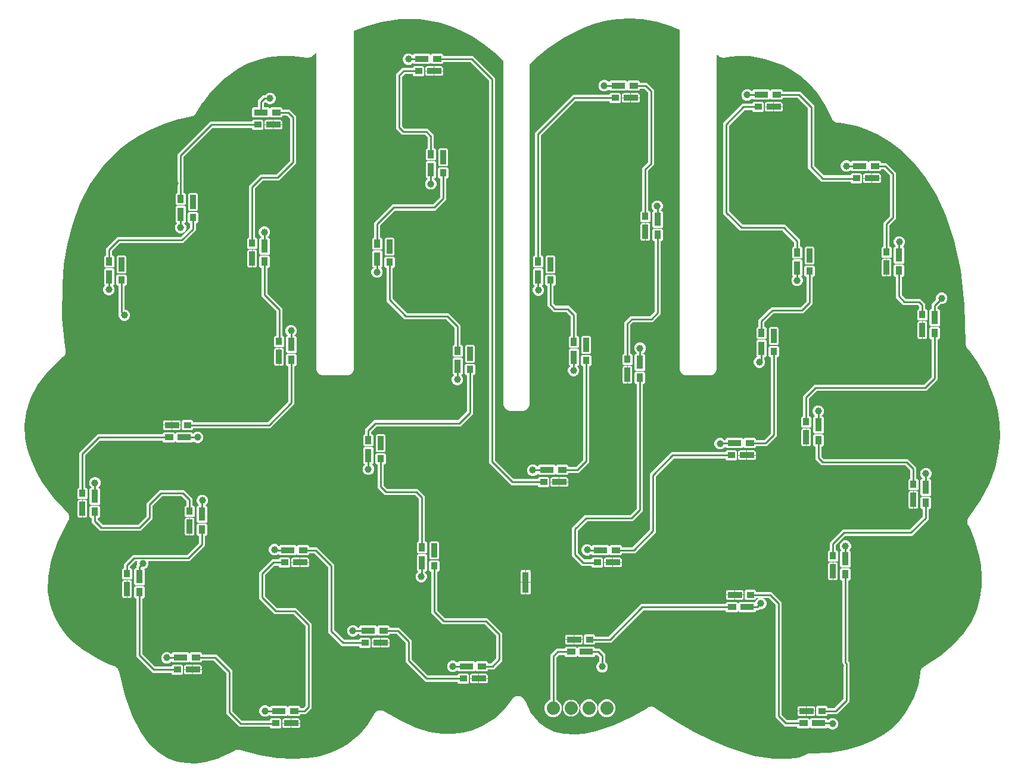
<source format=gbl>
G04 EAGLE Gerber RS-274X export*
G75*
%MOMM*%
%FSLAX34Y34*%
%LPD*%
%INBottom Copper*%
%IPPOS*%
%AMOC8*
5,1,8,0,0,1.08239X$1,22.5*%
G01*
%ADD10C,1.879600*%
%ADD11R,0.900000X3.000000*%
%ADD12R,0.850000X1.900000*%
%ADD13R,0.850000X1.000000*%
%ADD14R,0.850000X1.150000*%
%ADD15R,0.850000X2.000000*%
%ADD16R,1.900000X0.850000*%
%ADD17R,1.000000X0.850000*%
%ADD18R,1.150000X0.850000*%
%ADD19R,2.000000X0.850000*%
%ADD20C,1.006400*%
%ADD21C,0.254000*%

G36*
X253569Y10475D02*
X253569Y10475D01*
X253578Y10473D01*
X265822Y11969D01*
X265830Y11974D01*
X265841Y11973D01*
X287958Y18273D01*
X287965Y18279D01*
X287975Y18280D01*
X303018Y25155D01*
X303022Y25160D01*
X303029Y25161D01*
X308594Y28390D01*
X308595Y28390D01*
X310334Y29410D01*
X310335Y29410D01*
X310354Y29422D01*
X310381Y29426D01*
X310382Y29427D01*
X312386Y29695D01*
X314388Y29972D01*
X314389Y29972D01*
X314410Y29975D01*
X314437Y29969D01*
X314438Y29969D01*
X316392Y29450D01*
X344732Y22064D01*
X344738Y22065D01*
X344744Y22062D01*
X369881Y17962D01*
X369888Y17964D01*
X369894Y17961D01*
X392354Y16632D01*
X392360Y16635D01*
X392367Y16632D01*
X412289Y17665D01*
X412295Y17668D01*
X412303Y17666D01*
X429843Y20657D01*
X429849Y20661D01*
X429858Y20661D01*
X445182Y25226D01*
X445188Y25230D01*
X445196Y25231D01*
X458471Y31003D01*
X458476Y31008D01*
X458484Y31010D01*
X469644Y37510D01*
X469650Y37518D01*
X469660Y37521D01*
X487530Y52186D01*
X487535Y52196D01*
X487546Y52202D01*
X499052Y65939D01*
X499055Y65947D01*
X499063Y65954D01*
X505271Y76100D01*
X505272Y76106D01*
X505278Y76112D01*
X506445Y78581D01*
X506445Y78599D01*
X506456Y78618D01*
X506512Y79042D01*
X507319Y80432D01*
X507319Y80437D01*
X507324Y80441D01*
X508010Y81894D01*
X508327Y82181D01*
X508334Y82197D01*
X508339Y82201D01*
X508342Y82203D01*
X508343Y82204D01*
X508351Y82211D01*
X508566Y82581D01*
X509843Y83557D01*
X509846Y83561D01*
X509851Y83564D01*
X511041Y84643D01*
X511444Y84787D01*
X511457Y84799D01*
X511477Y84805D01*
X511817Y85065D01*
X513371Y85478D01*
X513375Y85481D01*
X513381Y85481D01*
X514893Y86023D01*
X515321Y86002D01*
X515337Y86008D01*
X515359Y86006D01*
X515772Y86116D01*
X517365Y85903D01*
X517370Y85904D01*
X517375Y85902D01*
X518980Y85824D01*
X519367Y85641D01*
X519385Y85640D01*
X519404Y85630D01*
X519828Y85573D01*
X521218Y84767D01*
X521223Y84766D01*
X521227Y84762D01*
X522680Y84075D01*
X522967Y83758D01*
X522984Y83751D01*
X522997Y83734D01*
X545212Y70845D01*
X545219Y70845D01*
X545225Y70839D01*
X566587Y61415D01*
X566595Y61415D01*
X566602Y61410D01*
X586170Y55519D01*
X586178Y55520D01*
X586187Y55515D01*
X604010Y52663D01*
X604018Y52665D01*
X604027Y52662D01*
X620185Y52372D01*
X620193Y52375D01*
X620202Y52373D01*
X634790Y54199D01*
X634798Y54203D01*
X634807Y54202D01*
X647918Y57732D01*
X647924Y57737D01*
X647933Y57737D01*
X659387Y62484D01*
X659395Y62492D01*
X659406Y62494D01*
X678968Y74794D01*
X678975Y74804D01*
X678987Y74808D01*
X692626Y87397D01*
X692630Y87406D01*
X692640Y87412D01*
X702854Y100538D01*
X702859Y100557D01*
X702874Y100576D01*
X702935Y100767D01*
X704117Y102162D01*
X704118Y102165D01*
X704121Y102166D01*
X705244Y103610D01*
X705418Y103708D01*
X705430Y103724D01*
X705451Y103736D01*
X705580Y103889D01*
X707207Y104725D01*
X707208Y104727D01*
X707211Y104728D01*
X708801Y105632D01*
X709000Y105656D01*
X709017Y105666D01*
X709041Y105669D01*
X709219Y105761D01*
X711042Y105911D01*
X711044Y105912D01*
X711047Y105912D01*
X712862Y106138D01*
X713055Y106085D01*
X713074Y106088D01*
X713098Y106081D01*
X713297Y106098D01*
X715039Y105539D01*
X715041Y105540D01*
X715044Y105538D01*
X716807Y105053D01*
X716965Y104930D01*
X716984Y104925D01*
X717003Y104909D01*
X717194Y104848D01*
X718589Y103666D01*
X718591Y103665D01*
X718593Y103663D01*
X720036Y102540D01*
X720135Y102366D01*
X720151Y102354D01*
X720163Y102332D01*
X720315Y102203D01*
X721152Y100577D01*
X721154Y100575D01*
X721155Y100572D01*
X722058Y98982D01*
X722083Y98784D01*
X722093Y98767D01*
X722096Y98742D01*
X730445Y82514D01*
X730455Y82506D01*
X730459Y82492D01*
X740648Y69928D01*
X740660Y69922D01*
X740669Y69908D01*
X751986Y61095D01*
X751999Y61091D01*
X752010Y61080D01*
X764373Y55352D01*
X764385Y55352D01*
X764397Y55344D01*
X777759Y52251D01*
X777769Y52253D01*
X777780Y52248D01*
X791961Y51484D01*
X791969Y51486D01*
X791979Y51484D01*
X806656Y52753D01*
X806662Y52756D01*
X806669Y52755D01*
X821268Y55677D01*
X821274Y55681D01*
X821283Y55681D01*
X849726Y65138D01*
X849731Y65143D01*
X849739Y65143D01*
X873405Y76210D01*
X873409Y76214D01*
X873415Y76215D01*
X895777Y89354D01*
X895780Y89357D01*
X895785Y89359D01*
X897155Y90305D01*
X897515Y90382D01*
X897530Y90393D01*
X897552Y90397D01*
X897869Y90583D01*
X899519Y90813D01*
X899523Y90815D01*
X899528Y90815D01*
X901156Y91164D01*
X901518Y91098D01*
X901536Y91102D01*
X901558Y91097D01*
X901922Y91148D01*
X903534Y90729D01*
X903538Y90730D01*
X903543Y90727D01*
X905181Y90427D01*
X905490Y90228D01*
X905508Y90224D01*
X905526Y90212D01*
X905883Y90119D01*
X907211Y89116D01*
X907216Y89114D01*
X907219Y89110D01*
X935778Y70652D01*
X935781Y70651D01*
X935783Y70648D01*
X962197Y55407D01*
X962200Y55407D01*
X962203Y55404D01*
X986396Y43162D01*
X986400Y43162D01*
X986403Y43159D01*
X1008261Y33691D01*
X1008267Y33691D01*
X1008272Y33686D01*
X1046101Y21499D01*
X1046110Y21500D01*
X1046119Y21495D01*
X1075640Y16613D01*
X1075650Y16615D01*
X1075660Y16611D01*
X1097480Y16602D01*
X1097489Y16607D01*
X1097501Y16604D01*
X1111938Y19102D01*
X1111948Y19108D01*
X1111962Y19109D01*
X1123313Y23608D01*
X1123316Y23611D01*
X1123321Y23611D01*
X1124867Y24343D01*
X1125188Y24358D01*
X1125205Y24367D01*
X1125228Y24367D01*
X1125527Y24486D01*
X1127237Y24459D01*
X1127241Y24461D01*
X1127245Y24459D01*
X1154911Y25819D01*
X1154917Y25822D01*
X1154924Y25820D01*
X1178867Y29602D01*
X1178873Y29606D01*
X1178881Y29605D01*
X1199527Y35422D01*
X1199533Y35426D01*
X1199542Y35427D01*
X1217167Y42895D01*
X1217172Y42901D01*
X1217181Y42903D01*
X1232073Y51665D01*
X1232078Y51671D01*
X1232087Y51674D01*
X1244528Y61396D01*
X1244532Y61403D01*
X1244540Y61407D01*
X1247658Y64559D01*
X1251222Y68162D01*
X1254786Y71766D01*
X1254796Y71776D01*
X1254798Y71782D01*
X1254805Y71787D01*
X1262962Y82297D01*
X1262965Y82307D01*
X1262973Y82314D01*
X1274753Y103733D01*
X1274754Y103744D01*
X1274761Y103753D01*
X1281004Y122108D01*
X1281003Y122118D01*
X1281009Y122127D01*
X1283869Y139012D01*
X1283865Y139032D01*
X1283869Y139056D01*
X1283832Y139259D01*
X1284213Y141041D01*
X1284212Y141043D01*
X1284214Y141046D01*
X1284518Y142843D01*
X1284628Y143018D01*
X1284631Y143038D01*
X1284644Y143058D01*
X1284687Y143260D01*
X1285722Y144761D01*
X1285722Y144763D01*
X1285725Y144765D01*
X1286694Y146309D01*
X1286862Y146429D01*
X1286867Y146437D01*
X1286874Y146440D01*
X1286877Y146449D01*
X1286892Y146459D01*
X1287009Y146629D01*
X1288539Y147620D01*
X1288541Y147622D01*
X1288544Y147623D01*
X1290030Y148679D01*
X1290231Y148725D01*
X1290247Y148736D01*
X1290271Y148742D01*
X1312687Y163259D01*
X1312691Y163266D01*
X1312700Y163269D01*
X1331383Y179168D01*
X1331387Y179176D01*
X1331396Y179180D01*
X1345829Y195524D01*
X1345832Y195532D01*
X1345840Y195539D01*
X1356545Y212101D01*
X1356546Y212110D01*
X1356553Y212117D01*
X1364028Y228712D01*
X1364028Y228721D01*
X1364034Y228729D01*
X1368733Y245183D01*
X1368732Y245191D01*
X1368736Y245199D01*
X1371076Y261323D01*
X1371074Y261330D01*
X1371077Y261338D01*
X1371448Y276909D01*
X1371446Y276915D01*
X1371448Y276923D01*
X1370239Y291691D01*
X1370237Y291696D01*
X1370238Y291702D01*
X1367875Y305228D01*
X1367871Y305234D01*
X1367872Y305242D01*
X1361112Y328467D01*
X1361108Y328473D01*
X1361107Y328481D01*
X1354675Y343738D01*
X1354672Y343741D01*
X1354671Y343747D01*
X1352044Y348800D01*
X1352040Y348804D01*
X1352038Y348811D01*
X1351201Y350094D01*
X1351108Y350590D01*
X1351099Y350604D01*
X1351096Y350624D01*
X1350864Y351071D01*
X1350731Y352598D01*
X1350728Y352603D01*
X1350730Y352610D01*
X1350447Y354116D01*
X1350551Y354609D01*
X1350548Y354626D01*
X1350553Y354646D01*
X1350510Y355148D01*
X1350971Y356609D01*
X1350971Y356615D01*
X1350975Y356621D01*
X1351290Y358120D01*
X1351575Y358536D01*
X1351578Y358553D01*
X1351591Y358569D01*
X1351742Y359049D01*
X1352728Y360223D01*
X1352730Y360229D01*
X1352736Y360233D01*
X1369511Y384745D01*
X1369513Y384752D01*
X1369519Y384758D01*
X1381803Y408422D01*
X1381804Y408429D01*
X1381810Y408436D01*
X1390161Y431212D01*
X1390160Y431219D01*
X1390165Y431227D01*
X1395085Y453034D01*
X1395083Y453041D01*
X1395087Y453049D01*
X1397053Y473813D01*
X1397050Y473820D01*
X1397053Y473829D01*
X1396519Y493470D01*
X1396516Y493476D01*
X1396518Y493484D01*
X1393923Y511903D01*
X1393920Y511908D01*
X1393921Y511915D01*
X1389749Y528797D01*
X1389744Y528803D01*
X1389744Y528812D01*
X1378086Y558642D01*
X1378079Y558648D01*
X1378078Y558658D01*
X1365357Y581135D01*
X1365351Y581139D01*
X1365349Y581146D01*
X1355134Y595333D01*
X1355129Y595336D01*
X1355128Y595341D01*
X1351344Y599811D01*
X1351338Y599814D01*
X1351334Y599821D01*
X1350278Y600812D01*
X1350035Y601350D01*
X1350024Y601361D01*
X1350017Y601379D01*
X1349636Y601829D01*
X1349195Y603208D01*
X1349190Y603213D01*
X1349189Y603221D01*
X1348593Y604541D01*
X1348574Y605131D01*
X1348572Y605136D01*
X1348572Y605138D01*
X1348568Y605148D01*
X1348569Y605164D01*
X1348389Y605727D01*
X1348509Y607169D01*
X1348506Y607176D01*
X1348509Y607184D01*
X1346749Y662520D01*
X1346746Y662524D01*
X1346748Y662530D01*
X1341051Y711041D01*
X1341048Y711046D01*
X1341049Y711052D01*
X1332018Y752997D01*
X1332014Y753002D01*
X1332014Y753009D01*
X1320245Y788865D01*
X1320241Y788870D01*
X1320240Y788878D01*
X1306322Y819137D01*
X1306317Y819142D01*
X1306315Y819151D01*
X1290822Y844319D01*
X1290815Y844323D01*
X1290813Y844331D01*
X1274296Y864917D01*
X1274289Y864921D01*
X1274285Y864929D01*
X1257278Y881432D01*
X1257276Y881433D01*
X1257276Y881434D01*
X1257270Y881436D01*
X1257266Y881442D01*
X1240289Y894346D01*
X1240282Y894348D01*
X1240277Y894354D01*
X1223850Y904121D01*
X1223843Y904122D01*
X1223838Y904127D01*
X1208491Y911200D01*
X1208485Y911200D01*
X1208480Y911205D01*
X1194913Y915963D01*
X1194906Y915962D01*
X1194899Y915967D01*
X1174230Y920604D01*
X1174223Y920603D01*
X1174215Y920607D01*
X1167509Y921275D01*
X1167499Y921272D01*
X1167486Y921275D01*
X1166420Y921181D01*
X1165494Y921473D01*
X1165482Y921472D01*
X1165469Y921478D01*
X1164503Y921575D01*
X1163559Y922080D01*
X1163548Y922081D01*
X1163538Y922089D01*
X1162517Y922411D01*
X1161773Y923035D01*
X1161761Y923038D01*
X1161752Y923049D01*
X1160896Y923508D01*
X1160218Y924336D01*
X1160208Y924341D01*
X1160202Y924352D01*
X1159382Y925040D01*
X1158933Y925901D01*
X1158924Y925909D01*
X1158919Y925922D01*
X1158304Y926674D01*
X1157994Y927698D01*
X1157987Y927707D01*
X1157986Y927720D01*
X1148024Y946842D01*
X1148018Y946846D01*
X1148016Y946854D01*
X1136944Y963233D01*
X1136938Y963237D01*
X1136935Y963245D01*
X1125182Y976804D01*
X1125175Y976807D01*
X1125171Y976815D01*
X1112951Y987849D01*
X1112944Y987851D01*
X1112939Y987858D01*
X1100450Y996649D01*
X1100443Y996651D01*
X1100437Y996657D01*
X1088096Y1003348D01*
X1088087Y1003349D01*
X1088078Y1003356D01*
X1063228Y1012114D01*
X1063217Y1012113D01*
X1063206Y1012120D01*
X1040881Y1015661D01*
X1040872Y1015658D01*
X1040863Y1015662D01*
X1022767Y1015900D01*
X1022760Y1015896D01*
X1022751Y1015899D01*
X1007479Y1014043D01*
X1007460Y1014033D01*
X1007434Y1014029D01*
X1007405Y1014013D01*
X1005427Y1013794D01*
X1005426Y1013794D01*
X1003450Y1013554D01*
X1003418Y1013563D01*
X1003397Y1013560D01*
X1003371Y1013567D01*
X1003338Y1013563D01*
X1001427Y1014118D01*
X1001426Y1014118D01*
X999508Y1014652D01*
X999482Y1014673D01*
X999461Y1014678D01*
X999440Y1014694D01*
X999408Y1014704D01*
X997856Y1015947D01*
X997855Y1015947D01*
X997855Y1015948D01*
X996287Y1017176D01*
X996270Y1017205D01*
X996254Y1017218D01*
X996246Y1017231D01*
X996242Y1017239D01*
X996241Y1017239D01*
X996240Y1017241D01*
X994671Y1018497D01*
X994628Y1018509D01*
X994587Y1018524D01*
X994582Y1018522D01*
X994576Y1018523D01*
X994539Y1018501D01*
X994499Y1018482D01*
X994497Y1018476D01*
X994493Y1018473D01*
X994487Y1018449D01*
X994469Y1018400D01*
X994469Y570197D01*
X992903Y566416D01*
X990009Y563523D01*
X986229Y561957D01*
X949879Y561957D01*
X946099Y563523D01*
X943205Y566416D01*
X941639Y570197D01*
X941639Y1053146D01*
X941628Y1053171D01*
X941627Y1053199D01*
X941609Y1053217D01*
X941601Y1053235D01*
X941582Y1053242D01*
X941565Y1053260D01*
X927072Y1059575D01*
X927065Y1059576D01*
X927058Y1059581D01*
X907488Y1065457D01*
X907481Y1065456D01*
X907474Y1065460D01*
X888555Y1068729D01*
X888548Y1068728D01*
X888540Y1068731D01*
X870294Y1069691D01*
X870288Y1069688D01*
X870280Y1069691D01*
X852736Y1068623D01*
X852730Y1068620D01*
X852723Y1068622D01*
X835923Y1065797D01*
X835918Y1065794D01*
X835912Y1065795D01*
X819916Y1061480D01*
X819911Y1061477D01*
X819905Y1061477D01*
X804950Y1056003D01*
X804945Y1055998D01*
X804938Y1055997D01*
X777445Y1042269D01*
X777440Y1042263D01*
X777431Y1042261D01*
X754654Y1027120D01*
X754651Y1027115D01*
X754644Y1027113D01*
X737061Y1012785D01*
X737059Y1012781D01*
X737054Y1012779D01*
X728340Y1004492D01*
X728338Y1004486D01*
X728332Y1004484D01*
X728302Y1004405D01*
X728301Y1004402D01*
X728301Y519907D01*
X726735Y516126D01*
X723842Y513233D01*
X720062Y511667D01*
X699712Y511667D01*
X695931Y513233D01*
X693038Y516126D01*
X691472Y519907D01*
X691472Y1008850D01*
X691469Y1008857D01*
X691471Y1008863D01*
X691438Y1008931D01*
X691433Y1008940D01*
X691432Y1008941D01*
X678597Y1020881D01*
X678592Y1020883D01*
X678589Y1020888D01*
X662803Y1033331D01*
X662798Y1033333D01*
X662795Y1033337D01*
X647134Y1043628D01*
X647129Y1043629D01*
X647125Y1043634D01*
X631634Y1051933D01*
X631628Y1051933D01*
X631624Y1051938D01*
X616340Y1058403D01*
X616334Y1058403D01*
X616329Y1058407D01*
X601503Y1063123D01*
X601495Y1063123D01*
X601487Y1063127D01*
X571999Y1068284D01*
X571989Y1068282D01*
X571978Y1068286D01*
X544098Y1068370D01*
X544090Y1068366D01*
X544080Y1068368D01*
X517907Y1064471D01*
X517900Y1064467D01*
X517891Y1064468D01*
X493840Y1057634D01*
X493834Y1057630D01*
X493827Y1057630D01*
X478419Y1051385D01*
X478399Y1051364D01*
X478372Y1051352D01*
X478364Y1051330D01*
X478350Y1051316D01*
X478351Y1051295D01*
X478342Y1051270D01*
X478342Y570197D01*
X476776Y566416D01*
X473882Y563523D01*
X470102Y561957D01*
X433752Y561957D01*
X429972Y563523D01*
X427078Y566416D01*
X425512Y570197D01*
X425512Y1019973D01*
X425496Y1020011D01*
X425485Y1020050D01*
X425477Y1020054D01*
X425474Y1020062D01*
X425435Y1020077D01*
X425399Y1020096D01*
X425390Y1020094D01*
X425383Y1020097D01*
X425358Y1020085D01*
X425315Y1020073D01*
X419495Y1015807D01*
X419494Y1015805D01*
X419492Y1015805D01*
X418000Y1014642D01*
X417869Y1014606D01*
X417854Y1014593D01*
X417829Y1014586D01*
X417720Y1014506D01*
X415883Y1014057D01*
X415881Y1014056D01*
X415879Y1014056D01*
X414056Y1013552D01*
X413922Y1013569D01*
X413902Y1013563D01*
X413877Y1013566D01*
X413745Y1013534D01*
X411875Y1013822D01*
X411873Y1013822D01*
X411871Y1013823D01*
X391666Y1016323D01*
X391658Y1016321D01*
X391650Y1016324D01*
X373446Y1016295D01*
X373439Y1016292D01*
X373430Y1016294D01*
X356686Y1014137D01*
X356679Y1014133D01*
X356670Y1014134D01*
X341308Y1010175D01*
X341302Y1010170D01*
X341294Y1010170D01*
X327252Y1004714D01*
X327247Y1004710D01*
X327240Y1004709D01*
X314677Y998161D01*
X314672Y998154D01*
X314662Y998152D01*
X292650Y982302D01*
X292645Y982294D01*
X292634Y982290D01*
X275826Y965552D01*
X275823Y965545D01*
X275819Y965543D01*
X275818Y965542D01*
X275816Y965540D01*
X264013Y950450D01*
X264012Y950444D01*
X264005Y950439D01*
X255517Y936579D01*
X255514Y936561D01*
X254438Y934818D01*
X253367Y933069D01*
X251711Y931875D01*
X251711Y931874D01*
X250051Y930668D01*
X248062Y930197D01*
X246066Y929717D01*
X246046Y929720D01*
X226576Y925111D01*
X226572Y925108D01*
X226566Y925108D01*
X207189Y918838D01*
X207185Y918835D01*
X207179Y918834D01*
X189424Y911388D01*
X189420Y911384D01*
X189414Y911383D01*
X173198Y902859D01*
X173195Y902855D01*
X173189Y902853D01*
X158426Y893345D01*
X158423Y893341D01*
X158417Y893339D01*
X145197Y883070D01*
X145193Y883063D01*
X145185Y883059D01*
X122036Y859733D01*
X122032Y859724D01*
X122023Y859718D01*
X103646Y833979D01*
X103644Y833970D01*
X103637Y833964D01*
X89370Y806331D01*
X89370Y806323D01*
X89364Y806317D01*
X78748Y777522D01*
X78749Y777516D01*
X78744Y777510D01*
X71325Y748331D01*
X71326Y748326D01*
X71323Y748320D01*
X66634Y719558D01*
X66635Y719554D01*
X66633Y719549D01*
X64207Y692146D01*
X64208Y692140D01*
X64206Y692135D01*
X64109Y643844D01*
X64111Y643839D01*
X64110Y643833D01*
X67022Y610410D01*
X67024Y610406D01*
X67023Y610402D01*
X68720Y599041D01*
X68726Y599030D01*
X68727Y599014D01*
X69048Y598184D01*
X69021Y597034D01*
X69025Y597024D01*
X69022Y597012D01*
X69192Y595875D01*
X68977Y595011D01*
X68979Y594998D01*
X68973Y594983D01*
X68952Y594093D01*
X68487Y593041D01*
X68487Y593030D01*
X68481Y593021D01*
X68202Y591904D01*
X67672Y591188D01*
X67669Y591176D01*
X67659Y591165D01*
X67299Y590350D01*
X66466Y589556D01*
X66462Y589547D01*
X66452Y589540D01*
X65768Y588615D01*
X65004Y588157D01*
X64997Y588146D01*
X64983Y588140D01*
X44208Y568314D01*
X44204Y568305D01*
X44195Y568299D01*
X28876Y548401D01*
X28873Y548391D01*
X28865Y548383D01*
X18603Y528909D01*
X18602Y528898D01*
X18594Y528888D01*
X12660Y509923D01*
X12661Y509912D01*
X12656Y509901D01*
X10393Y491472D01*
X10396Y491462D01*
X10392Y491451D01*
X11233Y473597D01*
X11237Y473589D01*
X11235Y473579D01*
X14668Y456409D01*
X14672Y456403D01*
X14672Y456394D01*
X20184Y440087D01*
X20188Y440082D01*
X20189Y440075D01*
X27243Y424853D01*
X27248Y424849D01*
X27249Y424843D01*
X35204Y411077D01*
X35209Y411073D01*
X35211Y411066D01*
X51981Y387998D01*
X51987Y387995D01*
X51990Y387988D01*
X65388Y373141D01*
X65392Y373139D01*
X65394Y373135D01*
X69760Y368940D01*
X69776Y368934D01*
X69790Y368919D01*
X70231Y368695D01*
X71235Y367524D01*
X71240Y367522D01*
X71243Y367516D01*
X72355Y366447D01*
X72553Y365995D01*
X72565Y365983D01*
X72572Y365964D01*
X72894Y365589D01*
X73373Y364123D01*
X73377Y364118D01*
X73377Y364112D01*
X73996Y362699D01*
X74006Y362205D01*
X74013Y362189D01*
X74012Y362169D01*
X74165Y361699D01*
X74047Y360162D01*
X74049Y360156D01*
X74047Y360150D01*
X74078Y358608D01*
X73898Y358148D01*
X73898Y358131D01*
X73890Y358112D01*
X73852Y357619D01*
X73154Y356244D01*
X73154Y356238D01*
X73149Y356233D01*
X72588Y354797D01*
X72524Y354730D01*
X72404Y354606D01*
X72245Y354441D01*
X72239Y354425D01*
X72224Y354411D01*
X57810Y325995D01*
X57810Y325987D01*
X57804Y325980D01*
X48504Y299616D01*
X48505Y299607D01*
X48499Y299598D01*
X44018Y276051D01*
X44021Y276041D01*
X44016Y276030D01*
X43613Y255124D01*
X43615Y255119D01*
X43613Y255115D01*
X43616Y255109D01*
X43615Y255102D01*
X46595Y236591D01*
X46601Y236582D01*
X46600Y236570D01*
X52354Y220192D01*
X52361Y220185D01*
X52363Y220173D01*
X60351Y205715D01*
X60358Y205709D01*
X60361Y205700D01*
X70064Y193026D01*
X70071Y193022D01*
X70074Y193014D01*
X80942Y182053D01*
X80949Y182050D01*
X80952Y182044D01*
X92254Y172866D01*
X92262Y172864D01*
X92267Y172857D01*
X114623Y158947D01*
X114631Y158946D01*
X114637Y158940D01*
X131482Y151198D01*
X131487Y151198D01*
X131491Y151194D01*
X137220Y149123D01*
X137231Y149123D01*
X137243Y149117D01*
X138272Y148956D01*
X139126Y148436D01*
X139137Y148434D01*
X139148Y148425D01*
X140089Y148085D01*
X140858Y147383D01*
X140869Y147379D01*
X140877Y147369D01*
X141766Y146827D01*
X142356Y146020D01*
X142366Y146013D01*
X142373Y146001D01*
X143111Y145327D01*
X143553Y144384D01*
X143562Y144377D01*
X143565Y144364D01*
X144180Y143523D01*
X144416Y142551D01*
X144423Y142541D01*
X144424Y142527D01*
X144848Y141622D01*
X144896Y140582D01*
X144901Y140572D01*
X144899Y140558D01*
X153273Y106062D01*
X153277Y106057D01*
X153277Y106049D01*
X163532Y77694D01*
X163538Y77688D01*
X163539Y77679D01*
X175117Y55395D01*
X175124Y55389D01*
X175127Y55378D01*
X187599Y38512D01*
X187608Y38507D01*
X187614Y38495D01*
X200602Y26319D01*
X200613Y26315D01*
X200621Y26304D01*
X213858Y18057D01*
X213870Y18055D01*
X213880Y18046D01*
X227209Y13030D01*
X227220Y13030D01*
X227231Y13024D01*
X240514Y10662D01*
X240523Y10664D01*
X240534Y10660D01*
X253561Y10472D01*
X253569Y10475D01*
G37*
%LPC*%
G36*
X742237Y403051D02*
X742237Y403051D01*
X740451Y404837D01*
X740451Y405907D01*
X740450Y405910D01*
X740451Y405913D01*
X740431Y405954D01*
X740413Y405997D01*
X740410Y405998D01*
X740409Y406001D01*
X740327Y406031D01*
X701905Y406031D01*
X670559Y437377D01*
X670559Y981394D01*
X670558Y981398D01*
X670559Y981402D01*
X670523Y981481D01*
X644309Y1007695D01*
X644305Y1007697D01*
X644303Y1007701D01*
X644222Y1007731D01*
X605873Y1007731D01*
X605870Y1007730D01*
X605867Y1007731D01*
X605826Y1007711D01*
X605783Y1007693D01*
X605782Y1007690D01*
X605779Y1007689D01*
X605749Y1007607D01*
X605749Y1006537D01*
X603963Y1004751D01*
X589937Y1004751D01*
X588151Y1006537D01*
X588151Y1017563D01*
X589937Y1019349D01*
X603963Y1019349D01*
X605749Y1017563D01*
X605749Y1016493D01*
X605750Y1016490D01*
X605749Y1016487D01*
X605769Y1016446D01*
X605787Y1016403D01*
X605790Y1016402D01*
X605791Y1016399D01*
X605873Y1016369D01*
X647851Y1016369D01*
X679197Y985023D01*
X679197Y441006D01*
X679198Y441002D01*
X679197Y440998D01*
X679233Y440919D01*
X705447Y414705D01*
X705451Y414703D01*
X705453Y414699D01*
X705534Y414669D01*
X740327Y414669D01*
X740330Y414670D01*
X740333Y414669D01*
X740374Y414689D01*
X740417Y414707D01*
X740418Y414710D01*
X740421Y414711D01*
X740451Y414793D01*
X740451Y415863D01*
X742237Y417649D01*
X754763Y417649D01*
X756549Y415863D01*
X756549Y404837D01*
X754763Y403051D01*
X742237Y403051D01*
G37*
%LPD*%
%LPC*%
G36*
X818437Y288751D02*
X818437Y288751D01*
X816651Y290537D01*
X816651Y291467D01*
X816650Y291470D01*
X816651Y291473D01*
X816631Y291514D01*
X816613Y291557D01*
X816610Y291558D01*
X816609Y291561D01*
X816527Y291591D01*
X802629Y291591D01*
X788415Y305805D01*
X788415Y345197D01*
X806693Y363475D01*
X871412Y363475D01*
X871416Y363476D01*
X871420Y363475D01*
X871499Y363511D01*
X880695Y372707D01*
X880697Y372711D01*
X880701Y372713D01*
X880731Y372794D01*
X880731Y549827D01*
X880730Y549830D01*
X880731Y549833D01*
X880711Y549874D01*
X880693Y549917D01*
X880690Y549918D01*
X880689Y549921D01*
X880607Y549951D01*
X879537Y549951D01*
X877751Y551737D01*
X877751Y565763D01*
X879537Y567549D01*
X890563Y567549D01*
X892349Y565763D01*
X892349Y551737D01*
X890563Y549951D01*
X889493Y549951D01*
X889490Y549950D01*
X889487Y549951D01*
X889446Y549931D01*
X889403Y549913D01*
X889402Y549910D01*
X889399Y549909D01*
X889369Y549827D01*
X889369Y369165D01*
X875041Y354837D01*
X810322Y354837D01*
X810318Y354836D01*
X810314Y354837D01*
X810235Y354801D01*
X797089Y341655D01*
X797087Y341651D01*
X797083Y341649D01*
X797053Y341568D01*
X797053Y309434D01*
X797054Y309430D01*
X797053Y309426D01*
X797089Y309347D01*
X806171Y300265D01*
X806175Y300263D01*
X806177Y300259D01*
X806258Y300229D01*
X816527Y300229D01*
X816530Y300230D01*
X816533Y300229D01*
X816574Y300249D01*
X816617Y300267D01*
X816618Y300270D01*
X816621Y300271D01*
X816651Y300353D01*
X816651Y301563D01*
X818437Y303349D01*
X830963Y303349D01*
X832749Y301563D01*
X832749Y290537D01*
X830963Y288751D01*
X818437Y288751D01*
G37*
%LPD*%
%LPC*%
G36*
X1103337Y727851D02*
X1103337Y727851D01*
X1101551Y729637D01*
X1101551Y743663D01*
X1103337Y745449D01*
X1104407Y745449D01*
X1104410Y745450D01*
X1104413Y745449D01*
X1104454Y745469D01*
X1104497Y745487D01*
X1104498Y745490D01*
X1104501Y745491D01*
X1104531Y745573D01*
X1104531Y750876D01*
X1104530Y750880D01*
X1104531Y750884D01*
X1104495Y750963D01*
X1087907Y767551D01*
X1087903Y767553D01*
X1087901Y767557D01*
X1087820Y767587D01*
X1027673Y767587D01*
X1003299Y791961D01*
X1003299Y920507D01*
X1030861Y948069D01*
X1045127Y948069D01*
X1045130Y948070D01*
X1045133Y948069D01*
X1045174Y948089D01*
X1045217Y948107D01*
X1045218Y948110D01*
X1045221Y948111D01*
X1045251Y948193D01*
X1045251Y949263D01*
X1047037Y951049D01*
X1059563Y951049D01*
X1061349Y949263D01*
X1061349Y938237D01*
X1059563Y936451D01*
X1047037Y936451D01*
X1045251Y938237D01*
X1045251Y939307D01*
X1045250Y939310D01*
X1045251Y939313D01*
X1045231Y939354D01*
X1045213Y939397D01*
X1045210Y939398D01*
X1045209Y939401D01*
X1045127Y939431D01*
X1034490Y939431D01*
X1034486Y939430D01*
X1034482Y939431D01*
X1034403Y939395D01*
X1011973Y916965D01*
X1011972Y916962D01*
X1011971Y916962D01*
X1011971Y916961D01*
X1011967Y916959D01*
X1011937Y916878D01*
X1011937Y795590D01*
X1011938Y795586D01*
X1011937Y795582D01*
X1011973Y795503D01*
X1031215Y776261D01*
X1031219Y776259D01*
X1031221Y776255D01*
X1031302Y776225D01*
X1091449Y776225D01*
X1113169Y754505D01*
X1113169Y745573D01*
X1113170Y745570D01*
X1113169Y745567D01*
X1113189Y745526D01*
X1113207Y745483D01*
X1113210Y745482D01*
X1113211Y745479D01*
X1113293Y745449D01*
X1114363Y745449D01*
X1116149Y743663D01*
X1116149Y729637D01*
X1114363Y727851D01*
X1103337Y727851D01*
G37*
%LPD*%
%LPC*%
G36*
X735037Y715151D02*
X735037Y715151D01*
X733251Y716937D01*
X733251Y730963D01*
X735037Y732749D01*
X736107Y732749D01*
X736110Y732750D01*
X736113Y732749D01*
X736154Y732769D01*
X736197Y732787D01*
X736198Y732790D01*
X736201Y732791D01*
X736231Y732873D01*
X736231Y906677D01*
X790323Y960769D01*
X841927Y960769D01*
X841930Y960770D01*
X841933Y960769D01*
X841974Y960789D01*
X842017Y960807D01*
X842018Y960810D01*
X842021Y960811D01*
X842051Y960893D01*
X842051Y961963D01*
X843837Y963749D01*
X856363Y963749D01*
X858149Y961963D01*
X858149Y950937D01*
X856363Y949151D01*
X843837Y949151D01*
X842051Y950937D01*
X842051Y952007D01*
X842050Y952010D01*
X842051Y952013D01*
X842031Y952054D01*
X842013Y952097D01*
X842010Y952098D01*
X842009Y952101D01*
X841927Y952131D01*
X793952Y952131D01*
X793948Y952130D01*
X793944Y952131D01*
X793865Y952095D01*
X744905Y903135D01*
X744903Y903131D01*
X744899Y903129D01*
X744869Y903048D01*
X744869Y732873D01*
X744870Y732870D01*
X744869Y732867D01*
X744889Y732826D01*
X744907Y732783D01*
X744910Y732782D01*
X744911Y732779D01*
X744993Y732749D01*
X746063Y732749D01*
X747849Y730963D01*
X747849Y716937D01*
X746063Y715151D01*
X735037Y715151D01*
G37*
%LPD*%
%LPC*%
G36*
X1110537Y60151D02*
X1110537Y60151D01*
X1108751Y61937D01*
X1108751Y63007D01*
X1108750Y63010D01*
X1108751Y63013D01*
X1108731Y63054D01*
X1108713Y63097D01*
X1108710Y63098D01*
X1108709Y63101D01*
X1108627Y63131D01*
X1091033Y63131D01*
X1077975Y76189D01*
X1077975Y236412D01*
X1077974Y236416D01*
X1077975Y236420D01*
X1077939Y236499D01*
X1068743Y245695D01*
X1068739Y245697D01*
X1068737Y245701D01*
X1068656Y245731D01*
X1059606Y245731D01*
X1059582Y245721D01*
X1059555Y245721D01*
X1059539Y245703D01*
X1059516Y245693D01*
X1059507Y245668D01*
X1059489Y245649D01*
X1059490Y245625D01*
X1059481Y245601D01*
X1059493Y245578D01*
X1059494Y245552D01*
X1059514Y245533D01*
X1059524Y245513D01*
X1059543Y245506D01*
X1059558Y245492D01*
X1061725Y244595D01*
X1063999Y242321D01*
X1065229Y239351D01*
X1065229Y236137D01*
X1063999Y233167D01*
X1061725Y230893D01*
X1058755Y229663D01*
X1055541Y229663D01*
X1055359Y229739D01*
X1055330Y229738D01*
X1055303Y229748D01*
X1055281Y229738D01*
X1055261Y229738D01*
X1055247Y229722D01*
X1055223Y229712D01*
X1054377Y228865D01*
X1054252Y228741D01*
X1054128Y228617D01*
X1054128Y228616D01*
X1054004Y228492D01*
X1053880Y228368D01*
X1053755Y228244D01*
X1053743Y228231D01*
X1050373Y228231D01*
X1050370Y228230D01*
X1050367Y228231D01*
X1050326Y228211D01*
X1050283Y228193D01*
X1050282Y228190D01*
X1050279Y228189D01*
X1050249Y228107D01*
X1050249Y227037D01*
X1048463Y225251D01*
X1026937Y225251D01*
X1025151Y227037D01*
X1025151Y238063D01*
X1026937Y239849D01*
X1048463Y239849D01*
X1048904Y239407D01*
X1048930Y239397D01*
X1048950Y239378D01*
X1048973Y239379D01*
X1048995Y239371D01*
X1049020Y239382D01*
X1049047Y239384D01*
X1049065Y239403D01*
X1049084Y239411D01*
X1049090Y239430D01*
X1049107Y239447D01*
X1050297Y242321D01*
X1052571Y244595D01*
X1054738Y245492D01*
X1054756Y245511D01*
X1054780Y245521D01*
X1054789Y245544D01*
X1054806Y245562D01*
X1054805Y245588D01*
X1054815Y245613D01*
X1054804Y245635D01*
X1054803Y245660D01*
X1054783Y245677D01*
X1054772Y245701D01*
X1054746Y245710D01*
X1054730Y245725D01*
X1054710Y245724D01*
X1054690Y245731D01*
X1050373Y245731D01*
X1050370Y245730D01*
X1050367Y245731D01*
X1050326Y245711D01*
X1050283Y245693D01*
X1050282Y245690D01*
X1050279Y245689D01*
X1050249Y245607D01*
X1050249Y244537D01*
X1048463Y242751D01*
X1035937Y242751D01*
X1034151Y244537D01*
X1034151Y255563D01*
X1035937Y257349D01*
X1048463Y257349D01*
X1050249Y255563D01*
X1050249Y254493D01*
X1050250Y254490D01*
X1050249Y254487D01*
X1050269Y254446D01*
X1050287Y254403D01*
X1050290Y254402D01*
X1050291Y254399D01*
X1050373Y254369D01*
X1072285Y254369D01*
X1086613Y240041D01*
X1086613Y79818D01*
X1086614Y79814D01*
X1086613Y79810D01*
X1086649Y79731D01*
X1094575Y71805D01*
X1094579Y71803D01*
X1094581Y71799D01*
X1094662Y71769D01*
X1108627Y71769D01*
X1108630Y71770D01*
X1108633Y71769D01*
X1108674Y71789D01*
X1108717Y71807D01*
X1108718Y71810D01*
X1108721Y71811D01*
X1108751Y71893D01*
X1108751Y72963D01*
X1110537Y74749D01*
X1124563Y74749D01*
X1126349Y72963D01*
X1126349Y61937D01*
X1124563Y60151D01*
X1110537Y60151D01*
G37*
%LPD*%
%LPC*%
G36*
X386737Y77651D02*
X386737Y77651D01*
X384951Y79437D01*
X384951Y90463D01*
X386737Y92249D01*
X400763Y92249D01*
X402549Y90463D01*
X402549Y89393D01*
X402550Y89390D01*
X402549Y89387D01*
X402569Y89346D01*
X402587Y89303D01*
X402590Y89302D01*
X402591Y89299D01*
X402673Y89269D01*
X406706Y89269D01*
X406710Y89270D01*
X406714Y89269D01*
X406793Y89305D01*
X410173Y92685D01*
X410175Y92689D01*
X410179Y92691D01*
X410209Y92772D01*
X410209Y205424D01*
X410209Y205425D01*
X410209Y205426D01*
X410208Y205429D01*
X410209Y205432D01*
X410173Y205511D01*
X392963Y222721D01*
X392959Y222723D01*
X392957Y222727D01*
X392876Y222757D01*
X366257Y222757D01*
X344169Y244845D01*
X344169Y282205D01*
X362333Y300369D01*
X372027Y300369D01*
X372030Y300370D01*
X372033Y300369D01*
X372074Y300389D01*
X372117Y300407D01*
X372118Y300410D01*
X372121Y300411D01*
X372151Y300493D01*
X372151Y301563D01*
X373937Y303349D01*
X386463Y303349D01*
X388249Y301563D01*
X388249Y290537D01*
X386463Y288751D01*
X373937Y288751D01*
X372151Y290537D01*
X372151Y291607D01*
X372150Y291610D01*
X372151Y291613D01*
X372131Y291654D01*
X372113Y291697D01*
X372110Y291698D01*
X372109Y291701D01*
X372027Y291731D01*
X365962Y291731D01*
X365958Y291730D01*
X365954Y291731D01*
X365875Y291695D01*
X352843Y278663D01*
X352841Y278659D01*
X352837Y278657D01*
X352807Y278576D01*
X352807Y248474D01*
X352808Y248470D01*
X352807Y248466D01*
X352843Y248387D01*
X369799Y231431D01*
X369803Y231429D01*
X369805Y231425D01*
X369886Y231395D01*
X396505Y231395D01*
X418847Y209053D01*
X418847Y89143D01*
X410335Y80631D01*
X402673Y80631D01*
X402670Y80630D01*
X402667Y80631D01*
X402626Y80611D01*
X402583Y80593D01*
X402582Y80590D01*
X402579Y80589D01*
X402549Y80507D01*
X402549Y79437D01*
X400763Y77651D01*
X386737Y77651D01*
G37*
%LPD*%
%LPC*%
G36*
X1116037Y488051D02*
X1116037Y488051D01*
X1114251Y489837D01*
X1114251Y502363D01*
X1116037Y504149D01*
X1117107Y504149D01*
X1117110Y504150D01*
X1117113Y504149D01*
X1117154Y504169D01*
X1117197Y504187D01*
X1117198Y504190D01*
X1117201Y504191D01*
X1117231Y504273D01*
X1117231Y532535D01*
X1133337Y548641D01*
X1288734Y548641D01*
X1288738Y548642D01*
X1288742Y548641D01*
X1288821Y548677D01*
X1299795Y559651D01*
X1299797Y559655D01*
X1299801Y559657D01*
X1299831Y559738D01*
X1299831Y613327D01*
X1299830Y613330D01*
X1299831Y613333D01*
X1299811Y613374D01*
X1299793Y613417D01*
X1299790Y613418D01*
X1299789Y613421D01*
X1299707Y613451D01*
X1298637Y613451D01*
X1296851Y615237D01*
X1296851Y629263D01*
X1298637Y631049D01*
X1309663Y631049D01*
X1311449Y629263D01*
X1311449Y615237D01*
X1309663Y613451D01*
X1308593Y613451D01*
X1308590Y613450D01*
X1308587Y613451D01*
X1308546Y613431D01*
X1308503Y613413D01*
X1308502Y613410D01*
X1308499Y613409D01*
X1308469Y613327D01*
X1308469Y556109D01*
X1292363Y540003D01*
X1136966Y540003D01*
X1136962Y540002D01*
X1136958Y540003D01*
X1136879Y539967D01*
X1125905Y528993D01*
X1125903Y528989D01*
X1125899Y528987D01*
X1125869Y528906D01*
X1125869Y504273D01*
X1125870Y504270D01*
X1125869Y504267D01*
X1125889Y504226D01*
X1125907Y504183D01*
X1125910Y504182D01*
X1125911Y504179D01*
X1125993Y504149D01*
X1127063Y504149D01*
X1128849Y502363D01*
X1128849Y489837D01*
X1127063Y488051D01*
X1116037Y488051D01*
G37*
%LPD*%
%LPC*%
G36*
X843937Y306251D02*
X843937Y306251D01*
X842151Y308037D01*
X842151Y319063D01*
X843937Y320849D01*
X857963Y320849D01*
X859749Y319063D01*
X859749Y317993D01*
X859750Y317990D01*
X859749Y317987D01*
X859769Y317946D01*
X859787Y317903D01*
X859790Y317902D01*
X859791Y317899D01*
X859873Y317869D01*
X874320Y317869D01*
X874324Y317870D01*
X874328Y317869D01*
X874407Y317905D01*
X899123Y342621D01*
X899125Y342625D01*
X899129Y342627D01*
X899159Y342708D01*
X899159Y422159D01*
X929769Y452769D01*
X1007027Y452769D01*
X1007030Y452770D01*
X1007033Y452769D01*
X1007074Y452789D01*
X1007117Y452807D01*
X1007118Y452810D01*
X1007121Y452811D01*
X1007151Y452893D01*
X1007151Y453963D01*
X1008937Y455749D01*
X1021463Y455749D01*
X1023249Y453963D01*
X1023249Y442937D01*
X1021463Y441151D01*
X1008937Y441151D01*
X1007151Y442937D01*
X1007151Y444007D01*
X1007150Y444010D01*
X1007151Y444013D01*
X1007131Y444054D01*
X1007113Y444097D01*
X1007110Y444098D01*
X1007109Y444101D01*
X1007027Y444131D01*
X933398Y444131D01*
X933394Y444130D01*
X933390Y444131D01*
X933311Y444095D01*
X907833Y418617D01*
X907831Y418613D01*
X907827Y418611D01*
X907797Y418530D01*
X907797Y339079D01*
X877949Y309231D01*
X859873Y309231D01*
X859870Y309230D01*
X859867Y309231D01*
X859826Y309211D01*
X859783Y309193D01*
X859782Y309190D01*
X859779Y309189D01*
X859749Y309107D01*
X859749Y308037D01*
X857963Y306251D01*
X843937Y306251D01*
G37*
%LPD*%
%LPC*%
G36*
X328637Y742051D02*
X328637Y742051D01*
X326851Y743837D01*
X326851Y756363D01*
X328637Y758149D01*
X329707Y758149D01*
X329710Y758150D01*
X329713Y758149D01*
X329754Y758169D01*
X329797Y758187D01*
X329798Y758190D01*
X329801Y758191D01*
X329831Y758273D01*
X329831Y831747D01*
X345937Y847853D01*
X368238Y847853D01*
X368242Y847854D01*
X368246Y847853D01*
X368325Y847889D01*
X387821Y867385D01*
X387823Y867389D01*
X387827Y867391D01*
X387857Y867472D01*
X387857Y927292D01*
X387856Y927296D01*
X387857Y927300D01*
X387821Y927379D01*
X383705Y931495D01*
X383701Y931497D01*
X383699Y931501D01*
X383618Y931531D01*
X377273Y931531D01*
X377270Y931530D01*
X377267Y931531D01*
X377226Y931511D01*
X377183Y931493D01*
X377182Y931490D01*
X377179Y931489D01*
X377149Y931407D01*
X377149Y930337D01*
X375363Y928551D01*
X361337Y928551D01*
X359551Y930337D01*
X359551Y941363D01*
X361337Y943149D01*
X375363Y943149D01*
X377149Y941363D01*
X377149Y940293D01*
X377150Y940290D01*
X377149Y940287D01*
X377169Y940246D01*
X377187Y940203D01*
X377190Y940202D01*
X377191Y940199D01*
X377273Y940169D01*
X387247Y940169D01*
X396495Y930921D01*
X396495Y863843D01*
X371867Y839215D01*
X349566Y839215D01*
X349562Y839214D01*
X349558Y839215D01*
X349479Y839179D01*
X338505Y828205D01*
X338503Y828201D01*
X338499Y828199D01*
X338469Y828118D01*
X338469Y758273D01*
X338470Y758270D01*
X338469Y758267D01*
X338489Y758226D01*
X338507Y758183D01*
X338510Y758182D01*
X338511Y758179D01*
X338593Y758149D01*
X339663Y758149D01*
X341449Y756363D01*
X341449Y743837D01*
X339663Y742051D01*
X328637Y742051D01*
G37*
%LPD*%
%LPC*%
G36*
X653437Y141151D02*
X653437Y141151D01*
X651651Y142937D01*
X651651Y153963D01*
X653437Y155749D01*
X667463Y155749D01*
X669249Y153963D01*
X669249Y152893D01*
X669250Y152890D01*
X669249Y152887D01*
X669269Y152846D01*
X669287Y152803D01*
X669290Y152802D01*
X669291Y152799D01*
X669373Y152769D01*
X673914Y152769D01*
X673918Y152770D01*
X673922Y152769D01*
X674001Y152805D01*
X680937Y159741D01*
X680939Y159745D01*
X680943Y159747D01*
X680973Y159828D01*
X680973Y191708D01*
X680972Y191712D01*
X680973Y191716D01*
X680937Y191795D01*
X664489Y208243D01*
X664486Y208244D01*
X664485Y208247D01*
X664484Y208248D01*
X664483Y208249D01*
X664402Y208279D01*
X605017Y208279D01*
X588631Y224665D01*
X588631Y283127D01*
X588630Y283130D01*
X588631Y283133D01*
X588611Y283174D01*
X588593Y283217D01*
X588590Y283218D01*
X588589Y283221D01*
X588507Y283251D01*
X587437Y283251D01*
X585651Y285037D01*
X585651Y297563D01*
X587437Y299349D01*
X598463Y299349D01*
X600249Y297563D01*
X600249Y285037D01*
X598463Y283251D01*
X597393Y283251D01*
X597390Y283250D01*
X597387Y283251D01*
X597346Y283231D01*
X597303Y283213D01*
X597302Y283210D01*
X597299Y283209D01*
X597269Y283127D01*
X597269Y228294D01*
X597270Y228290D01*
X597269Y228286D01*
X597305Y228207D01*
X608559Y216953D01*
X608563Y216951D01*
X608565Y216947D01*
X608646Y216917D01*
X668031Y216917D01*
X689611Y195337D01*
X689611Y156199D01*
X677543Y144131D01*
X669373Y144131D01*
X669370Y144130D01*
X669367Y144131D01*
X669326Y144111D01*
X669283Y144093D01*
X669282Y144090D01*
X669279Y144089D01*
X669249Y144007D01*
X669249Y142937D01*
X667463Y141151D01*
X653437Y141151D01*
G37*
%LPD*%
%LPC*%
G36*
X493737Y461151D02*
X493737Y461151D01*
X491951Y462937D01*
X491951Y476963D01*
X493737Y478749D01*
X494807Y478749D01*
X494810Y478750D01*
X494813Y478749D01*
X494854Y478769D01*
X494897Y478787D01*
X494898Y478790D01*
X494901Y478791D01*
X494931Y478873D01*
X494931Y485545D01*
X507735Y498349D01*
X627064Y498349D01*
X627068Y498350D01*
X627072Y498349D01*
X627151Y498385D01*
X639395Y510629D01*
X639397Y510633D01*
X639401Y510635D01*
X639431Y510716D01*
X639431Y562527D01*
X639430Y562530D01*
X639431Y562533D01*
X639411Y562574D01*
X639393Y562617D01*
X639390Y562618D01*
X639389Y562621D01*
X639307Y562651D01*
X638237Y562651D01*
X636451Y564437D01*
X636451Y576963D01*
X638237Y578749D01*
X649263Y578749D01*
X651049Y576963D01*
X651049Y564437D01*
X649263Y562651D01*
X648193Y562651D01*
X648190Y562650D01*
X648187Y562651D01*
X648146Y562631D01*
X648103Y562613D01*
X648102Y562610D01*
X648099Y562609D01*
X648069Y562527D01*
X648069Y507087D01*
X630693Y489711D01*
X511364Y489711D01*
X511360Y489710D01*
X511356Y489711D01*
X511277Y489675D01*
X503605Y482003D01*
X503603Y481999D01*
X503599Y481997D01*
X503569Y481916D01*
X503569Y478873D01*
X503570Y478870D01*
X503569Y478867D01*
X503589Y478826D01*
X503607Y478783D01*
X503610Y478782D01*
X503611Y478779D01*
X503693Y478749D01*
X504763Y478749D01*
X506549Y476963D01*
X506549Y462937D01*
X504763Y461151D01*
X493737Y461151D01*
G37*
%LPD*%
%LPC*%
G36*
X235837Y484051D02*
X235837Y484051D01*
X234051Y485837D01*
X234051Y496863D01*
X235837Y498649D01*
X248363Y498649D01*
X250149Y496863D01*
X250149Y495793D01*
X250150Y495790D01*
X250149Y495787D01*
X250169Y495746D01*
X250187Y495703D01*
X250190Y495702D01*
X250191Y495699D01*
X250273Y495669D01*
X356160Y495669D01*
X356164Y495670D01*
X356168Y495669D01*
X356247Y495705D01*
X385395Y524853D01*
X385397Y524857D01*
X385401Y524859D01*
X385431Y524940D01*
X385431Y575227D01*
X385430Y575230D01*
X385431Y575233D01*
X385411Y575274D01*
X385393Y575317D01*
X385390Y575318D01*
X385389Y575321D01*
X385307Y575351D01*
X384237Y575351D01*
X382451Y577137D01*
X382451Y591163D01*
X384237Y592949D01*
X395263Y592949D01*
X397049Y591163D01*
X397049Y577137D01*
X395263Y575351D01*
X394193Y575351D01*
X394190Y575350D01*
X394187Y575351D01*
X394146Y575331D01*
X394103Y575313D01*
X394102Y575310D01*
X394099Y575309D01*
X394069Y575227D01*
X394069Y521311D01*
X359789Y487031D01*
X250273Y487031D01*
X250270Y487030D01*
X250267Y487031D01*
X250226Y487011D01*
X250183Y486993D01*
X250182Y486990D01*
X250179Y486989D01*
X250149Y486907D01*
X250149Y485837D01*
X248363Y484051D01*
X235837Y484051D01*
G37*
%LPD*%
%LPC*%
G36*
X807337Y179251D02*
X807337Y179251D01*
X805551Y181037D01*
X805551Y192063D01*
X807337Y193849D01*
X819863Y193849D01*
X821649Y192063D01*
X821649Y190993D01*
X821650Y190990D01*
X821649Y190987D01*
X821669Y190946D01*
X821687Y190903D01*
X821690Y190902D01*
X821691Y190899D01*
X821773Y190869D01*
X840792Y190869D01*
X840796Y190870D01*
X840800Y190869D01*
X840879Y190905D01*
X886843Y236869D01*
X1007027Y236869D01*
X1007030Y236870D01*
X1007033Y236869D01*
X1007074Y236889D01*
X1007117Y236907D01*
X1007118Y236910D01*
X1007121Y236911D01*
X1007151Y236993D01*
X1007151Y238063D01*
X1008937Y239849D01*
X1022963Y239849D01*
X1024749Y238063D01*
X1024749Y227037D01*
X1022963Y225251D01*
X1008937Y225251D01*
X1007151Y227037D01*
X1007151Y228107D01*
X1007150Y228110D01*
X1007151Y228113D01*
X1007131Y228154D01*
X1007113Y228197D01*
X1007110Y228198D01*
X1007109Y228201D01*
X1007027Y228231D01*
X890472Y228231D01*
X890468Y228230D01*
X890464Y228231D01*
X890385Y228195D01*
X844421Y182231D01*
X821773Y182231D01*
X821770Y182230D01*
X821767Y182231D01*
X821726Y182211D01*
X821683Y182193D01*
X821682Y182190D01*
X821679Y182189D01*
X821649Y182107D01*
X821649Y181037D01*
X819863Y179251D01*
X807337Y179251D01*
G37*
%LPD*%
%LPC*%
G36*
X1137537Y77651D02*
X1137537Y77651D01*
X1135751Y79437D01*
X1135751Y90463D01*
X1137537Y92249D01*
X1150063Y92249D01*
X1151849Y90463D01*
X1151849Y89279D01*
X1151850Y89276D01*
X1151849Y89273D01*
X1151869Y89232D01*
X1151887Y89189D01*
X1151890Y89188D01*
X1151891Y89185D01*
X1151973Y89155D01*
X1161480Y89155D01*
X1161484Y89156D01*
X1161488Y89155D01*
X1161567Y89191D01*
X1174157Y101781D01*
X1174159Y101785D01*
X1174163Y101787D01*
X1174193Y101868D01*
X1174193Y150245D01*
X1174192Y150249D01*
X1174193Y150254D01*
X1174157Y150333D01*
X1172831Y151659D01*
X1172831Y270427D01*
X1172830Y270430D01*
X1172831Y270433D01*
X1172811Y270474D01*
X1172793Y270517D01*
X1172790Y270518D01*
X1172789Y270521D01*
X1172707Y270551D01*
X1171637Y270551D01*
X1169851Y272337D01*
X1169851Y286363D01*
X1171637Y288149D01*
X1182663Y288149D01*
X1184449Y286363D01*
X1184449Y272337D01*
X1182663Y270551D01*
X1181593Y270551D01*
X1181590Y270550D01*
X1181587Y270551D01*
X1181546Y270531D01*
X1181503Y270513D01*
X1181502Y270510D01*
X1181499Y270509D01*
X1181469Y270427D01*
X1181469Y155288D01*
X1181470Y155284D01*
X1181469Y155280D01*
X1181505Y155200D01*
X1182831Y153875D01*
X1182831Y98239D01*
X1165109Y80517D01*
X1151973Y80517D01*
X1151970Y80516D01*
X1151967Y80517D01*
X1151926Y80497D01*
X1151883Y80479D01*
X1151882Y80476D01*
X1151879Y80475D01*
X1151849Y80393D01*
X1151849Y79437D01*
X1150063Y77651D01*
X1137537Y77651D01*
G37*
%LPD*%
%LPC*%
G36*
X1186737Y834851D02*
X1186737Y834851D01*
X1184951Y836637D01*
X1184951Y837567D01*
X1184950Y837570D01*
X1184951Y837573D01*
X1184931Y837614D01*
X1184913Y837657D01*
X1184910Y837658D01*
X1184909Y837661D01*
X1184827Y837691D01*
X1143243Y837691D01*
X1124203Y856731D01*
X1124203Y941770D01*
X1124202Y941774D01*
X1124203Y941778D01*
X1124167Y941857D01*
X1109129Y956895D01*
X1109125Y956897D01*
X1109123Y956901D01*
X1109042Y956931D01*
X1088473Y956931D01*
X1088470Y956930D01*
X1088467Y956931D01*
X1088426Y956911D01*
X1088383Y956893D01*
X1088382Y956890D01*
X1088379Y956889D01*
X1088349Y956807D01*
X1088349Y955737D01*
X1086563Y953951D01*
X1072537Y953951D01*
X1070751Y955737D01*
X1070751Y966763D01*
X1072537Y968549D01*
X1086563Y968549D01*
X1088349Y966763D01*
X1088349Y965693D01*
X1088350Y965690D01*
X1088349Y965687D01*
X1088369Y965646D01*
X1088387Y965603D01*
X1088390Y965602D01*
X1088391Y965599D01*
X1088473Y965569D01*
X1112671Y965569D01*
X1132841Y945399D01*
X1132841Y860360D01*
X1132842Y860356D01*
X1132841Y860352D01*
X1132877Y860273D01*
X1146785Y846365D01*
X1146789Y846363D01*
X1146791Y846359D01*
X1146872Y846329D01*
X1184827Y846329D01*
X1184830Y846330D01*
X1184833Y846329D01*
X1184874Y846349D01*
X1184917Y846367D01*
X1184918Y846370D01*
X1184921Y846371D01*
X1184951Y846453D01*
X1184951Y847663D01*
X1186737Y849449D01*
X1199263Y849449D01*
X1201049Y847663D01*
X1201049Y836637D01*
X1199263Y834851D01*
X1186737Y834851D01*
G37*
%LPD*%
%LPC*%
G36*
X168337Y263151D02*
X168337Y263151D01*
X166551Y264937D01*
X166551Y286463D01*
X168337Y288249D01*
X169407Y288249D01*
X169410Y288250D01*
X169413Y288249D01*
X169454Y288269D01*
X169497Y288287D01*
X169498Y288290D01*
X169501Y288291D01*
X169531Y288373D01*
X169531Y291511D01*
X170784Y292763D01*
X170794Y292790D01*
X170814Y292811D01*
X170813Y292836D01*
X170820Y292854D01*
X170811Y292873D01*
X170811Y292899D01*
X170735Y293081D01*
X170735Y296295D01*
X171451Y298023D01*
X171451Y298051D01*
X171460Y298077D01*
X171450Y298098D01*
X171450Y298121D01*
X171430Y298140D01*
X171418Y298165D01*
X171394Y298174D01*
X171379Y298188D01*
X171359Y298187D01*
X171336Y298195D01*
X168464Y298195D01*
X168460Y298194D01*
X168456Y298195D01*
X168377Y298159D01*
X160705Y290487D01*
X160703Y290483D01*
X160699Y290481D01*
X160669Y290400D01*
X160669Y288373D01*
X160670Y288370D01*
X160669Y288367D01*
X160689Y288326D01*
X160707Y288283D01*
X160710Y288282D01*
X160711Y288279D01*
X160793Y288249D01*
X161863Y288249D01*
X163649Y286463D01*
X163649Y273937D01*
X161863Y272151D01*
X150837Y272151D01*
X149051Y273937D01*
X149051Y286463D01*
X150837Y288249D01*
X151907Y288249D01*
X151910Y288250D01*
X151913Y288249D01*
X151954Y288269D01*
X151997Y288287D01*
X151998Y288290D01*
X152001Y288291D01*
X152031Y288373D01*
X152031Y294029D01*
X164835Y306833D01*
X241492Y306833D01*
X241496Y306834D01*
X241500Y306833D01*
X241579Y306869D01*
X258395Y323685D01*
X258397Y323689D01*
X258401Y323691D01*
X258431Y323772D01*
X258431Y333927D01*
X258430Y333930D01*
X258431Y333933D01*
X258411Y333974D01*
X258393Y334017D01*
X258390Y334018D01*
X258389Y334021D01*
X258307Y334051D01*
X257237Y334051D01*
X255451Y335837D01*
X255451Y349863D01*
X257237Y351649D01*
X268263Y351649D01*
X270049Y349863D01*
X270049Y335837D01*
X268263Y334051D01*
X267193Y334051D01*
X267190Y334050D01*
X267187Y334051D01*
X267146Y334031D01*
X267103Y334013D01*
X267102Y334010D01*
X267099Y334009D01*
X267069Y333927D01*
X267069Y320143D01*
X245121Y298195D01*
X186296Y298195D01*
X186270Y298184D01*
X186243Y298184D01*
X186227Y298166D01*
X186206Y298157D01*
X186196Y298131D01*
X186178Y298111D01*
X186179Y298085D01*
X186172Y298065D01*
X186180Y298048D01*
X186181Y298023D01*
X186897Y296295D01*
X186897Y293081D01*
X185667Y290111D01*
X183393Y287837D01*
X181006Y286849D01*
X180987Y286829D01*
X180962Y286818D01*
X180954Y286796D01*
X180938Y286779D01*
X180939Y286751D01*
X180930Y286725D01*
X180940Y286702D01*
X180941Y286681D01*
X180956Y286668D01*
X180966Y286646D01*
X181149Y286463D01*
X181149Y264937D01*
X179363Y263151D01*
X168337Y263151D01*
G37*
%LPD*%
%LPC*%
G36*
X862037Y576951D02*
X862037Y576951D01*
X860251Y578737D01*
X860251Y591263D01*
X862037Y593049D01*
X863107Y593049D01*
X863110Y593050D01*
X863113Y593049D01*
X863154Y593069D01*
X863197Y593087D01*
X863198Y593090D01*
X863201Y593091D01*
X863231Y593173D01*
X863231Y637437D01*
X872225Y646431D01*
X899860Y646431D01*
X899864Y646432D01*
X899868Y646431D01*
X899947Y646467D01*
X906095Y652615D01*
X906097Y652619D01*
X906101Y652621D01*
X906131Y652702D01*
X906131Y753027D01*
X906130Y753030D01*
X906131Y753033D01*
X906111Y753074D01*
X906093Y753117D01*
X906090Y753118D01*
X906089Y753121D01*
X906007Y753151D01*
X904937Y753151D01*
X903151Y754937D01*
X903151Y768963D01*
X904937Y770749D01*
X915963Y770749D01*
X917749Y768963D01*
X917749Y754937D01*
X915963Y753151D01*
X914893Y753151D01*
X914890Y753150D01*
X914887Y753151D01*
X914846Y753131D01*
X914803Y753113D01*
X914802Y753110D01*
X914799Y753109D01*
X914769Y753027D01*
X914769Y649073D01*
X903489Y637793D01*
X875854Y637793D01*
X875850Y637792D01*
X875846Y637793D01*
X875767Y637757D01*
X871905Y633895D01*
X871903Y633891D01*
X871899Y633889D01*
X871869Y633808D01*
X871869Y593173D01*
X871870Y593170D01*
X871869Y593167D01*
X871889Y593126D01*
X871907Y593083D01*
X871910Y593082D01*
X871911Y593079D01*
X871993Y593049D01*
X873063Y593049D01*
X874849Y591263D01*
X874849Y578737D01*
X873063Y576951D01*
X862037Y576951D01*
G37*
%LPD*%
%LPC*%
G36*
X887437Y780151D02*
X887437Y780151D01*
X885651Y781937D01*
X885651Y794463D01*
X887437Y796249D01*
X888507Y796249D01*
X888510Y796250D01*
X888513Y796249D01*
X888554Y796269D01*
X888597Y796287D01*
X888598Y796290D01*
X888601Y796291D01*
X888631Y796373D01*
X888631Y856639D01*
X896583Y864591D01*
X896585Y864595D01*
X896589Y864597D01*
X896619Y864678D01*
X896619Y964376D01*
X896618Y964380D01*
X896619Y964384D01*
X896583Y964463D01*
X891451Y969595D01*
X891447Y969597D01*
X891445Y969601D01*
X891364Y969631D01*
X885273Y969631D01*
X885270Y969630D01*
X885267Y969631D01*
X885226Y969611D01*
X885183Y969593D01*
X885182Y969590D01*
X885179Y969589D01*
X885149Y969507D01*
X885149Y968437D01*
X883363Y966651D01*
X869337Y966651D01*
X867551Y968437D01*
X867551Y979463D01*
X869337Y981249D01*
X883363Y981249D01*
X885149Y979463D01*
X885149Y978393D01*
X885150Y978390D01*
X885149Y978387D01*
X885169Y978346D01*
X885187Y978303D01*
X885190Y978302D01*
X885191Y978299D01*
X885273Y978269D01*
X894993Y978269D01*
X905257Y968005D01*
X905257Y861049D01*
X897305Y853097D01*
X897303Y853093D01*
X897299Y853091D01*
X897269Y853010D01*
X897269Y796373D01*
X897270Y796370D01*
X897269Y796367D01*
X897289Y796326D01*
X897307Y796283D01*
X897310Y796282D01*
X897311Y796279D01*
X897393Y796249D01*
X898463Y796249D01*
X900249Y794463D01*
X900249Y781937D01*
X898463Y780151D01*
X887437Y780151D01*
G37*
%LPD*%
%LPC*%
G36*
X118099Y341375D02*
X118099Y341375D01*
X115533Y343941D01*
X115533Y343942D01*
X106031Y353443D01*
X106031Y359327D01*
X106030Y359330D01*
X106031Y359333D01*
X106011Y359374D01*
X105993Y359417D01*
X105990Y359418D01*
X105989Y359421D01*
X105907Y359451D01*
X104837Y359451D01*
X103051Y361237D01*
X103051Y375263D01*
X104837Y377049D01*
X115863Y377049D01*
X117649Y375263D01*
X117649Y361237D01*
X115863Y359451D01*
X114793Y359451D01*
X114790Y359450D01*
X114787Y359451D01*
X114746Y359431D01*
X114703Y359413D01*
X114702Y359410D01*
X114699Y359409D01*
X114669Y359327D01*
X114669Y357072D01*
X114670Y357068D01*
X114669Y357064D01*
X114705Y356985D01*
X121640Y350049D01*
X121645Y350047D01*
X121647Y350043D01*
X121728Y350013D01*
X172150Y350013D01*
X172154Y350014D01*
X172158Y350013D01*
X172237Y350049D01*
X184113Y361925D01*
X184115Y361929D01*
X184119Y361931D01*
X184149Y362012D01*
X184149Y380503D01*
X202681Y399035D01*
X237755Y399035D01*
X249569Y387221D01*
X249569Y377273D01*
X249570Y377270D01*
X249569Y377267D01*
X249589Y377226D01*
X249607Y377183D01*
X249610Y377182D01*
X249611Y377179D01*
X249693Y377149D01*
X250763Y377149D01*
X252549Y375363D01*
X252549Y362837D01*
X250763Y361051D01*
X239737Y361051D01*
X237951Y362837D01*
X237951Y375363D01*
X239737Y377149D01*
X240807Y377149D01*
X240810Y377150D01*
X240813Y377149D01*
X240854Y377169D01*
X240897Y377187D01*
X240898Y377190D01*
X240901Y377191D01*
X240931Y377273D01*
X240931Y383592D01*
X240930Y383596D01*
X240931Y383600D01*
X240895Y383679D01*
X234213Y390361D01*
X234209Y390363D01*
X234207Y390367D01*
X234126Y390397D01*
X206310Y390397D01*
X206306Y390396D01*
X206302Y390397D01*
X206223Y390361D01*
X192823Y376961D01*
X192821Y376957D01*
X192817Y376955D01*
X192787Y376874D01*
X192787Y358383D01*
X175779Y341375D01*
X118099Y341375D01*
G37*
%LPD*%
%LPC*%
G36*
X620737Y588151D02*
X620737Y588151D01*
X618951Y589937D01*
X618951Y603963D01*
X620737Y605749D01*
X621807Y605749D01*
X621810Y605750D01*
X621813Y605749D01*
X621854Y605769D01*
X621897Y605787D01*
X621898Y605790D01*
X621901Y605791D01*
X621931Y605873D01*
X621931Y629718D01*
X621930Y629722D01*
X621931Y629726D01*
X621895Y629805D01*
X609879Y641821D01*
X609875Y641823D01*
X609873Y641827D01*
X609792Y641857D01*
X550915Y641857D01*
X525131Y667641D01*
X525131Y714927D01*
X525130Y714930D01*
X525131Y714933D01*
X525111Y714974D01*
X525093Y715017D01*
X525090Y715018D01*
X525089Y715021D01*
X525007Y715051D01*
X523937Y715051D01*
X522151Y716837D01*
X522151Y729363D01*
X523937Y731149D01*
X534963Y731149D01*
X536749Y729363D01*
X536749Y716837D01*
X534963Y715051D01*
X533893Y715051D01*
X533890Y715050D01*
X533887Y715051D01*
X533846Y715031D01*
X533803Y715013D01*
X533802Y715010D01*
X533799Y715009D01*
X533769Y714927D01*
X533769Y671270D01*
X533770Y671266D01*
X533769Y671262D01*
X533805Y671183D01*
X554457Y650531D01*
X554461Y650529D01*
X554463Y650525D01*
X554544Y650495D01*
X613421Y650495D01*
X630569Y633347D01*
X630569Y605873D01*
X630569Y605872D01*
X630570Y605870D01*
X630569Y605867D01*
X630589Y605826D01*
X630607Y605783D01*
X630610Y605782D01*
X630611Y605779D01*
X630693Y605749D01*
X631763Y605749D01*
X633549Y603963D01*
X633549Y589937D01*
X631763Y588151D01*
X620737Y588151D01*
G37*
%LPD*%
%LPC*%
G36*
X488237Y174451D02*
X488237Y174451D01*
X486451Y176237D01*
X486451Y177307D01*
X486450Y177310D01*
X486451Y177313D01*
X486431Y177354D01*
X486413Y177397D01*
X486410Y177398D01*
X486409Y177401D01*
X486327Y177431D01*
X461367Y177431D01*
X442213Y196585D01*
X442213Y289244D01*
X442212Y289248D01*
X442213Y289252D01*
X442177Y289331D01*
X422313Y309195D01*
X422309Y309197D01*
X422307Y309201D01*
X422226Y309231D01*
X415373Y309231D01*
X415370Y309230D01*
X415367Y309231D01*
X415326Y309211D01*
X415283Y309193D01*
X415282Y309190D01*
X415279Y309189D01*
X415249Y309107D01*
X415249Y308037D01*
X413463Y306251D01*
X399437Y306251D01*
X397651Y308037D01*
X397651Y319063D01*
X399437Y320849D01*
X413463Y320849D01*
X415249Y319063D01*
X415249Y317993D01*
X415250Y317990D01*
X415249Y317987D01*
X415269Y317946D01*
X415287Y317903D01*
X415290Y317902D01*
X415291Y317899D01*
X415373Y317869D01*
X425855Y317869D01*
X450851Y292873D01*
X450851Y200214D01*
X450852Y200210D01*
X450851Y200206D01*
X450887Y200127D01*
X464909Y186105D01*
X464913Y186103D01*
X464915Y186099D01*
X464996Y186069D01*
X486327Y186069D01*
X486330Y186070D01*
X486333Y186069D01*
X486374Y186089D01*
X486417Y186107D01*
X486418Y186110D01*
X486421Y186111D01*
X486451Y186193D01*
X486451Y187263D01*
X488237Y189049D01*
X500763Y189049D01*
X502549Y187263D01*
X502549Y176237D01*
X500763Y174451D01*
X488237Y174451D01*
G37*
%LPD*%
%LPC*%
G36*
X227037Y804051D02*
X227037Y804051D01*
X225251Y805837D01*
X225251Y819863D01*
X227037Y821649D01*
X228107Y821649D01*
X228110Y821650D01*
X228113Y821649D01*
X228154Y821669D01*
X228197Y821687D01*
X228198Y821690D01*
X228201Y821691D01*
X228231Y821773D01*
X228231Y876705D01*
X274195Y922669D01*
X333927Y922669D01*
X333930Y922670D01*
X333933Y922669D01*
X333974Y922689D01*
X334017Y922707D01*
X334018Y922710D01*
X334021Y922711D01*
X334051Y922793D01*
X334051Y923863D01*
X335837Y925649D01*
X348363Y925649D01*
X350149Y923863D01*
X350149Y912837D01*
X348363Y911051D01*
X335837Y911051D01*
X334051Y912837D01*
X334051Y913907D01*
X334050Y913910D01*
X334051Y913913D01*
X334031Y913954D01*
X334013Y913997D01*
X334010Y913998D01*
X334009Y914001D01*
X333927Y914031D01*
X277824Y914031D01*
X277820Y914030D01*
X277816Y914031D01*
X277737Y913995D01*
X236905Y873163D01*
X236903Y873159D01*
X236899Y873157D01*
X236869Y873076D01*
X236869Y821773D01*
X236870Y821770D01*
X236869Y821767D01*
X236889Y821726D01*
X236907Y821683D01*
X236910Y821682D01*
X236911Y821679D01*
X236993Y821649D01*
X238063Y821649D01*
X239849Y819863D01*
X239849Y805837D01*
X238063Y804051D01*
X227037Y804051D01*
G37*
%LPD*%
%LPC*%
G36*
X1268437Y399151D02*
X1268437Y399151D01*
X1266651Y400937D01*
X1266651Y413463D01*
X1268437Y415249D01*
X1269507Y415249D01*
X1269510Y415250D01*
X1269513Y415249D01*
X1269554Y415269D01*
X1269597Y415287D01*
X1269598Y415290D01*
X1269601Y415291D01*
X1269631Y415373D01*
X1269631Y427788D01*
X1269630Y427792D01*
X1269631Y427796D01*
X1269595Y427875D01*
X1262913Y434557D01*
X1262909Y434559D01*
X1262907Y434563D01*
X1262826Y434593D01*
X1142989Y434593D01*
X1134731Y442851D01*
X1134731Y460927D01*
X1134730Y460930D01*
X1134731Y460933D01*
X1134711Y460974D01*
X1134693Y461017D01*
X1134690Y461018D01*
X1134689Y461021D01*
X1134607Y461051D01*
X1133537Y461051D01*
X1131751Y462837D01*
X1131751Y476863D01*
X1133537Y478649D01*
X1144563Y478649D01*
X1146349Y476863D01*
X1146349Y462837D01*
X1144563Y461051D01*
X1143493Y461051D01*
X1143490Y461050D01*
X1143487Y461051D01*
X1143446Y461031D01*
X1143403Y461013D01*
X1143402Y461010D01*
X1143399Y461009D01*
X1143369Y460927D01*
X1143369Y446480D01*
X1143370Y446476D01*
X1143369Y446472D01*
X1143405Y446393D01*
X1146531Y443267D01*
X1146532Y443266D01*
X1146533Y443265D01*
X1146535Y443264D01*
X1146537Y443261D01*
X1146618Y443231D01*
X1266455Y443231D01*
X1278269Y431417D01*
X1278269Y415373D01*
X1278270Y415370D01*
X1278269Y415367D01*
X1278289Y415326D01*
X1278307Y415283D01*
X1278310Y415282D01*
X1278311Y415279D01*
X1278393Y415249D01*
X1279463Y415249D01*
X1281249Y413463D01*
X1281249Y400937D01*
X1279463Y399151D01*
X1268437Y399151D01*
G37*
%LPD*%
%LPC*%
G36*
X87337Y386451D02*
X87337Y386451D01*
X85551Y388237D01*
X85551Y400763D01*
X87337Y402549D01*
X88407Y402549D01*
X88410Y402550D01*
X88413Y402549D01*
X88454Y402569D01*
X88497Y402587D01*
X88498Y402590D01*
X88501Y402591D01*
X88531Y402673D01*
X88531Y452271D01*
X114429Y478169D01*
X206927Y478169D01*
X206930Y478170D01*
X206933Y478169D01*
X206974Y478189D01*
X207017Y478207D01*
X207018Y478210D01*
X207021Y478211D01*
X207051Y478293D01*
X207051Y479363D01*
X208837Y481149D01*
X222863Y481149D01*
X224649Y479363D01*
X224649Y468337D01*
X222863Y466551D01*
X208837Y466551D01*
X207051Y468337D01*
X207051Y469407D01*
X207050Y469410D01*
X207051Y469413D01*
X207031Y469454D01*
X207013Y469497D01*
X207010Y469498D01*
X207009Y469501D01*
X206927Y469531D01*
X118058Y469531D01*
X118054Y469530D01*
X118050Y469531D01*
X117971Y469495D01*
X97205Y448729D01*
X97203Y448725D01*
X97199Y448723D01*
X97169Y448642D01*
X97169Y402673D01*
X97170Y402670D01*
X97169Y402667D01*
X97189Y402626D01*
X97207Y402583D01*
X97210Y402582D01*
X97211Y402579D01*
X97293Y402549D01*
X98363Y402549D01*
X100149Y400763D01*
X100149Y388237D01*
X98363Y386451D01*
X87337Y386451D01*
G37*
%LPD*%
%LPC*%
G36*
X361237Y60151D02*
X361237Y60151D01*
X359451Y61937D01*
X359451Y62613D01*
X359450Y62616D01*
X359451Y62619D01*
X359431Y62660D01*
X359413Y62703D01*
X359410Y62704D01*
X359409Y62707D01*
X359327Y62737D01*
X315965Y62737D01*
X297433Y81269D01*
X297433Y139130D01*
X297432Y139134D01*
X297433Y139138D01*
X297397Y139217D01*
X279819Y156795D01*
X279815Y156797D01*
X279813Y156801D01*
X279732Y156831D01*
X262973Y156831D01*
X262970Y156830D01*
X262967Y156831D01*
X262926Y156811D01*
X262883Y156793D01*
X262882Y156790D01*
X262879Y156789D01*
X262849Y156707D01*
X262849Y155637D01*
X261063Y153851D01*
X247037Y153851D01*
X245251Y155637D01*
X245251Y166663D01*
X247037Y168449D01*
X261063Y168449D01*
X262849Y166663D01*
X262849Y165593D01*
X262850Y165590D01*
X262849Y165587D01*
X262869Y165546D01*
X262887Y165503D01*
X262890Y165502D01*
X262891Y165499D01*
X262973Y165469D01*
X283361Y165469D01*
X306071Y142759D01*
X306071Y84898D01*
X306072Y84894D01*
X306072Y84892D01*
X306071Y84890D01*
X306107Y84811D01*
X319507Y71411D01*
X319511Y71409D01*
X319513Y71405D01*
X319594Y71375D01*
X359327Y71375D01*
X359330Y71376D01*
X359333Y71375D01*
X359374Y71395D01*
X359417Y71413D01*
X359418Y71416D01*
X359421Y71417D01*
X359451Y71499D01*
X359451Y72963D01*
X361237Y74749D01*
X373763Y74749D01*
X375549Y72963D01*
X375549Y61937D01*
X373763Y60151D01*
X361237Y60151D01*
G37*
%LPD*%
%LPC*%
G36*
X1154137Y297551D02*
X1154137Y297551D01*
X1152351Y299337D01*
X1152351Y311863D01*
X1154137Y313649D01*
X1155207Y313649D01*
X1155210Y313650D01*
X1155213Y313649D01*
X1155254Y313669D01*
X1155297Y313687D01*
X1155298Y313690D01*
X1155301Y313691D01*
X1155331Y313773D01*
X1155331Y324255D01*
X1173723Y342647D01*
X1268668Y342647D01*
X1268672Y342648D01*
X1268676Y342647D01*
X1268755Y342683D01*
X1287095Y361023D01*
X1287097Y361027D01*
X1287101Y361029D01*
X1287131Y361110D01*
X1287131Y372027D01*
X1287130Y372030D01*
X1287131Y372033D01*
X1287111Y372074D01*
X1287093Y372117D01*
X1287090Y372118D01*
X1287089Y372121D01*
X1287007Y372151D01*
X1285937Y372151D01*
X1284151Y373937D01*
X1284151Y387963D01*
X1285937Y389749D01*
X1296963Y389749D01*
X1298749Y387963D01*
X1298749Y373937D01*
X1296963Y372151D01*
X1295893Y372151D01*
X1295890Y372150D01*
X1295887Y372151D01*
X1295846Y372131D01*
X1295803Y372113D01*
X1295802Y372110D01*
X1295799Y372109D01*
X1295769Y372027D01*
X1295769Y357481D01*
X1272297Y334009D01*
X1177352Y334009D01*
X1177348Y334008D01*
X1177344Y334009D01*
X1177265Y333973D01*
X1164005Y320713D01*
X1164003Y320709D01*
X1163999Y320707D01*
X1163969Y320626D01*
X1163969Y313773D01*
X1163970Y313770D01*
X1163969Y313767D01*
X1163989Y313726D01*
X1164007Y313683D01*
X1164010Y313682D01*
X1164011Y313679D01*
X1164093Y313649D01*
X1165163Y313649D01*
X1166949Y311863D01*
X1166949Y299337D01*
X1165163Y297551D01*
X1154137Y297551D01*
G37*
%LPD*%
%LPC*%
G36*
X767737Y420551D02*
X767737Y420551D01*
X765951Y422337D01*
X765951Y433363D01*
X767737Y435149D01*
X781763Y435149D01*
X783549Y433363D01*
X783549Y432293D01*
X783550Y432290D01*
X783549Y432287D01*
X783569Y432246D01*
X783587Y432203D01*
X783590Y432202D01*
X783591Y432199D01*
X783673Y432169D01*
X794310Y432169D01*
X794314Y432170D01*
X794318Y432169D01*
X794397Y432205D01*
X804495Y442303D01*
X804497Y442307D01*
X804501Y442309D01*
X804531Y442390D01*
X804531Y575227D01*
X804530Y575230D01*
X804531Y575233D01*
X804511Y575274D01*
X804493Y575317D01*
X804490Y575318D01*
X804489Y575321D01*
X804407Y575351D01*
X803337Y575351D01*
X801551Y577137D01*
X801551Y589663D01*
X803337Y591449D01*
X814363Y591449D01*
X816149Y589663D01*
X816149Y577137D01*
X814363Y575351D01*
X813293Y575351D01*
X813290Y575350D01*
X813287Y575351D01*
X813246Y575331D01*
X813203Y575313D01*
X813202Y575310D01*
X813199Y575309D01*
X813169Y575227D01*
X813169Y438761D01*
X797939Y423531D01*
X783673Y423531D01*
X783670Y423530D01*
X783667Y423531D01*
X783626Y423511D01*
X783583Y423493D01*
X783582Y423490D01*
X783579Y423489D01*
X783549Y423407D01*
X783549Y422337D01*
X781763Y420551D01*
X767737Y420551D01*
G37*
%LPD*%
%LPC*%
G36*
X582637Y867551D02*
X582637Y867551D01*
X580851Y869337D01*
X580851Y883363D01*
X582637Y885149D01*
X583707Y885149D01*
X583710Y885150D01*
X583713Y885149D01*
X583754Y885169D01*
X583797Y885187D01*
X583798Y885190D01*
X583801Y885191D01*
X583831Y885273D01*
X583831Y900228D01*
X583830Y900230D01*
X583831Y900232D01*
X583830Y900234D01*
X583831Y900236D01*
X583795Y900315D01*
X579907Y904203D01*
X579903Y904205D01*
X579901Y904209D01*
X579820Y904239D01*
X547359Y904239D01*
X538733Y912865D01*
X538733Y990357D01*
X547867Y999491D01*
X562527Y999491D01*
X562530Y999492D01*
X562533Y999491D01*
X562574Y999511D01*
X562617Y999529D01*
X562618Y999532D01*
X562621Y999533D01*
X562651Y999615D01*
X562651Y1000063D01*
X564437Y1001849D01*
X576963Y1001849D01*
X578749Y1000063D01*
X578749Y989037D01*
X576963Y987251D01*
X564437Y987251D01*
X562651Y989037D01*
X562651Y990729D01*
X562650Y990732D01*
X562651Y990735D01*
X562631Y990776D01*
X562613Y990819D01*
X562610Y990820D01*
X562609Y990823D01*
X562527Y990853D01*
X551496Y990853D01*
X551492Y990852D01*
X551488Y990853D01*
X551409Y990817D01*
X547407Y986815D01*
X547405Y986811D01*
X547401Y986809D01*
X547371Y986728D01*
X547371Y916494D01*
X547372Y916490D01*
X547371Y916486D01*
X547407Y916407D01*
X550901Y912913D01*
X550905Y912911D01*
X550907Y912907D01*
X550988Y912877D01*
X583449Y912877D01*
X592469Y903857D01*
X592469Y885273D01*
X592470Y885270D01*
X592469Y885267D01*
X592489Y885226D01*
X592507Y885183D01*
X592510Y885182D01*
X592511Y885179D01*
X592593Y885149D01*
X593663Y885149D01*
X595449Y883363D01*
X595449Y869337D01*
X593663Y867551D01*
X582637Y867551D01*
G37*
%LPD*%
%LPC*%
G36*
X569937Y308751D02*
X569937Y308751D01*
X568151Y310537D01*
X568151Y324563D01*
X569937Y326349D01*
X571007Y326349D01*
X571010Y326350D01*
X571013Y326349D01*
X571054Y326369D01*
X571097Y326387D01*
X571098Y326390D01*
X571101Y326391D01*
X571131Y326473D01*
X571131Y386640D01*
X571130Y386644D01*
X571131Y386648D01*
X571095Y386728D01*
X565938Y391885D01*
X565935Y391886D01*
X565933Y391889D01*
X565932Y391889D01*
X565931Y391891D01*
X565850Y391921D01*
X522467Y391921D01*
X512431Y401957D01*
X512431Y435527D01*
X512430Y435530D01*
X512431Y435533D01*
X512411Y435574D01*
X512393Y435617D01*
X512390Y435618D01*
X512389Y435621D01*
X512307Y435651D01*
X511237Y435651D01*
X509451Y437437D01*
X509451Y449963D01*
X511237Y451749D01*
X522263Y451749D01*
X524049Y449963D01*
X524049Y437437D01*
X522263Y435651D01*
X521193Y435651D01*
X521190Y435650D01*
X521187Y435651D01*
X521146Y435631D01*
X521103Y435613D01*
X521102Y435610D01*
X521099Y435609D01*
X521069Y435527D01*
X521069Y405586D01*
X521070Y405584D01*
X521069Y405581D01*
X521070Y405580D01*
X521069Y405578D01*
X521105Y405499D01*
X526009Y400595D01*
X526013Y400593D01*
X526015Y400589D01*
X526096Y400559D01*
X569479Y400559D01*
X572045Y397993D01*
X577202Y392835D01*
X577203Y392835D01*
X579769Y390269D01*
X579769Y326473D01*
X579770Y326470D01*
X579769Y326467D01*
X579789Y326426D01*
X579807Y326383D01*
X579810Y326382D01*
X579811Y326379D01*
X579893Y326349D01*
X580963Y326349D01*
X582749Y324563D01*
X582749Y310537D01*
X580963Y308751D01*
X569937Y308751D01*
G37*
%LPD*%
%LPC*%
G36*
X506437Y740551D02*
X506437Y740551D01*
X504651Y742337D01*
X504651Y756363D01*
X506437Y758149D01*
X507507Y758149D01*
X507510Y758150D01*
X507513Y758149D01*
X507554Y758169D01*
X507597Y758187D01*
X507598Y758190D01*
X507601Y758191D01*
X507631Y758273D01*
X507631Y779169D01*
X533389Y804927D01*
X590996Y804927D01*
X591000Y804928D01*
X591004Y804927D01*
X591083Y804963D01*
X601295Y815175D01*
X601297Y815179D01*
X601301Y815181D01*
X601331Y815262D01*
X601331Y841927D01*
X601330Y841930D01*
X601331Y841933D01*
X601311Y841974D01*
X601293Y842017D01*
X601290Y842018D01*
X601289Y842021D01*
X601207Y842051D01*
X600137Y842051D01*
X598351Y843837D01*
X598351Y856363D01*
X600137Y858149D01*
X611163Y858149D01*
X612949Y856363D01*
X612949Y843837D01*
X611163Y842051D01*
X610093Y842051D01*
X610090Y842050D01*
X610087Y842051D01*
X610046Y842031D01*
X610003Y842013D01*
X610002Y842010D01*
X609999Y842009D01*
X609969Y841927D01*
X609969Y811633D01*
X594625Y796289D01*
X537018Y796289D01*
X537014Y796288D01*
X537010Y796289D01*
X536931Y796253D01*
X516305Y775627D01*
X516303Y775623D01*
X516299Y775621D01*
X516269Y775540D01*
X516269Y758273D01*
X516270Y758270D01*
X516269Y758267D01*
X516289Y758226D01*
X516307Y758183D01*
X516310Y758182D01*
X516311Y758179D01*
X516393Y758149D01*
X517463Y758149D01*
X519249Y756363D01*
X519249Y742337D01*
X517463Y740551D01*
X506437Y740551D01*
G37*
%LPD*%
%LPC*%
G36*
X125437Y715151D02*
X125437Y715151D01*
X123651Y716937D01*
X123651Y730963D01*
X125437Y732749D01*
X126507Y732749D01*
X126510Y732750D01*
X126513Y732749D01*
X126554Y732769D01*
X126597Y732787D01*
X126598Y732790D01*
X126601Y732791D01*
X126631Y732873D01*
X126631Y742847D01*
X142229Y758445D01*
X232348Y758445D01*
X232352Y758446D01*
X232356Y758445D01*
X232435Y758481D01*
X245695Y771741D01*
X245697Y771745D01*
X245701Y771747D01*
X245731Y771828D01*
X245731Y778427D01*
X245730Y778430D01*
X245731Y778433D01*
X245711Y778474D01*
X245693Y778517D01*
X245690Y778518D01*
X245689Y778521D01*
X245607Y778551D01*
X244537Y778551D01*
X242751Y780337D01*
X242751Y792863D01*
X244537Y794649D01*
X255563Y794649D01*
X257349Y792863D01*
X257349Y780337D01*
X255563Y778551D01*
X254493Y778551D01*
X254490Y778550D01*
X254487Y778551D01*
X254446Y778531D01*
X254403Y778513D01*
X254402Y778510D01*
X254399Y778509D01*
X254369Y778427D01*
X254369Y768199D01*
X235977Y749807D01*
X145858Y749807D01*
X145854Y749806D01*
X145850Y749807D01*
X145771Y749771D01*
X135305Y739305D01*
X135303Y739301D01*
X135299Y739299D01*
X135269Y739218D01*
X135269Y732873D01*
X135270Y732870D01*
X135269Y732867D01*
X135289Y732826D01*
X135307Y732783D01*
X135310Y732782D01*
X135311Y732779D01*
X135393Y732749D01*
X136463Y732749D01*
X138249Y730963D01*
X138249Y716937D01*
X136463Y715151D01*
X125437Y715151D01*
G37*
%LPD*%
%LPC*%
G36*
X627937Y123651D02*
X627937Y123651D01*
X626151Y125437D01*
X626151Y126507D01*
X626150Y126510D01*
X626151Y126513D01*
X626131Y126554D01*
X626113Y126597D01*
X626110Y126598D01*
X626109Y126601D01*
X626027Y126631D01*
X580239Y126631D01*
X577673Y129197D01*
X577673Y129198D01*
X552195Y154675D01*
X552195Y181802D01*
X552194Y181806D01*
X552195Y181810D01*
X552159Y181890D01*
X539154Y194895D01*
X539149Y194897D01*
X539147Y194901D01*
X539066Y194931D01*
X529673Y194931D01*
X529670Y194930D01*
X529667Y194931D01*
X529626Y194911D01*
X529583Y194893D01*
X529582Y194890D01*
X529579Y194889D01*
X529549Y194807D01*
X529549Y193737D01*
X527763Y191951D01*
X513737Y191951D01*
X511951Y193737D01*
X511951Y204763D01*
X513737Y206549D01*
X527763Y206549D01*
X529549Y204763D01*
X529549Y203693D01*
X529550Y203690D01*
X529549Y203687D01*
X529569Y203646D01*
X529587Y203603D01*
X529590Y203602D01*
X529591Y203599D01*
X529673Y203569D01*
X542695Y203569D01*
X545261Y201003D01*
X558266Y187997D01*
X558267Y187997D01*
X560833Y185431D01*
X560833Y158304D01*
X560834Y158300D01*
X560833Y158296D01*
X560869Y158217D01*
X583780Y135305D01*
X583785Y135303D01*
X583787Y135299D01*
X583868Y135269D01*
X626027Y135269D01*
X626030Y135270D01*
X626033Y135269D01*
X626074Y135289D01*
X626117Y135307D01*
X626118Y135310D01*
X626121Y135311D01*
X626151Y135393D01*
X626151Y136463D01*
X627937Y138249D01*
X640463Y138249D01*
X642249Y136463D01*
X642249Y125437D01*
X640463Y123651D01*
X627937Y123651D01*
G37*
%LPD*%
%LPC*%
G36*
X1034437Y458651D02*
X1034437Y458651D01*
X1032651Y460437D01*
X1032651Y471463D01*
X1034437Y473249D01*
X1048463Y473249D01*
X1050249Y471463D01*
X1050249Y470393D01*
X1050250Y470390D01*
X1050249Y470387D01*
X1050269Y470346D01*
X1050287Y470303D01*
X1050290Y470302D01*
X1050291Y470299D01*
X1050373Y470269D01*
X1061772Y470269D01*
X1061776Y470270D01*
X1061780Y470269D01*
X1061859Y470305D01*
X1071195Y479641D01*
X1071197Y479645D01*
X1071201Y479647D01*
X1071231Y479728D01*
X1071231Y587927D01*
X1071230Y587930D01*
X1071231Y587933D01*
X1071211Y587974D01*
X1071193Y588017D01*
X1071190Y588018D01*
X1071189Y588021D01*
X1071107Y588051D01*
X1070037Y588051D01*
X1068251Y589837D01*
X1068251Y602363D01*
X1070037Y604149D01*
X1081063Y604149D01*
X1082849Y602363D01*
X1082849Y589837D01*
X1081063Y588051D01*
X1079993Y588051D01*
X1079990Y588050D01*
X1079987Y588051D01*
X1079946Y588031D01*
X1079903Y588013D01*
X1079902Y588010D01*
X1079899Y588009D01*
X1079869Y587927D01*
X1079869Y476099D01*
X1065401Y461631D01*
X1050373Y461631D01*
X1050370Y461630D01*
X1050367Y461631D01*
X1050326Y461611D01*
X1050283Y461593D01*
X1050282Y461590D01*
X1050279Y461589D01*
X1050249Y461507D01*
X1050249Y460437D01*
X1048463Y458651D01*
X1034437Y458651D01*
G37*
%LPD*%
%LPC*%
G36*
X221537Y136351D02*
X221537Y136351D01*
X219751Y138137D01*
X219751Y139207D01*
X219750Y139210D01*
X219751Y139213D01*
X219731Y139254D01*
X219713Y139297D01*
X219710Y139298D01*
X219709Y139301D01*
X219627Y139331D01*
X192635Y139331D01*
X169531Y162435D01*
X169531Y245027D01*
X169530Y245030D01*
X169531Y245033D01*
X169511Y245074D01*
X169493Y245117D01*
X169490Y245118D01*
X169489Y245121D01*
X169407Y245151D01*
X168337Y245151D01*
X166551Y246937D01*
X166551Y260963D01*
X168337Y262749D01*
X179363Y262749D01*
X181149Y260963D01*
X181149Y246937D01*
X179363Y245151D01*
X178293Y245151D01*
X178290Y245150D01*
X178287Y245151D01*
X178246Y245131D01*
X178203Y245113D01*
X178202Y245110D01*
X178199Y245109D01*
X178169Y245027D01*
X178169Y166064D01*
X178170Y166060D01*
X178169Y166056D01*
X178205Y165977D01*
X196177Y148005D01*
X196181Y148003D01*
X196183Y147999D01*
X196264Y147969D01*
X219627Y147969D01*
X219630Y147970D01*
X219633Y147969D01*
X219674Y147989D01*
X219717Y148007D01*
X219718Y148010D01*
X219721Y148011D01*
X219751Y148093D01*
X219751Y149163D01*
X221537Y150949D01*
X234063Y150949D01*
X235849Y149163D01*
X235849Y138137D01*
X234063Y136351D01*
X221537Y136351D01*
G37*
%LPD*%
%LPC*%
G36*
X1230337Y729351D02*
X1230337Y729351D01*
X1228551Y731137D01*
X1228551Y743663D01*
X1230337Y745449D01*
X1231013Y745449D01*
X1231016Y745450D01*
X1231019Y745449D01*
X1231060Y745469D01*
X1231103Y745487D01*
X1231104Y745490D01*
X1231107Y745491D01*
X1231137Y745573D01*
X1231137Y779029D01*
X1240499Y788391D01*
X1240501Y788395D01*
X1240505Y788397D01*
X1240535Y788478D01*
X1240535Y846520D01*
X1240534Y846524D01*
X1240535Y846528D01*
X1240499Y846607D01*
X1231811Y855295D01*
X1231807Y855297D01*
X1231805Y855301D01*
X1231724Y855331D01*
X1228173Y855331D01*
X1228170Y855330D01*
X1228167Y855331D01*
X1228126Y855311D01*
X1228083Y855293D01*
X1228082Y855290D01*
X1228079Y855289D01*
X1228049Y855207D01*
X1228049Y854137D01*
X1226263Y852351D01*
X1212237Y852351D01*
X1210451Y854137D01*
X1210451Y865163D01*
X1212237Y866949D01*
X1226263Y866949D01*
X1228049Y865163D01*
X1228049Y864093D01*
X1228050Y864090D01*
X1228049Y864087D01*
X1228069Y864046D01*
X1228087Y864003D01*
X1228090Y864002D01*
X1228091Y863999D01*
X1228173Y863969D01*
X1235353Y863969D01*
X1249173Y850149D01*
X1249173Y784849D01*
X1239811Y775487D01*
X1239809Y775483D01*
X1239805Y775481D01*
X1239775Y775400D01*
X1239775Y745573D01*
X1239776Y745570D01*
X1239775Y745567D01*
X1239795Y745526D01*
X1239813Y745483D01*
X1239816Y745482D01*
X1239817Y745479D01*
X1239899Y745449D01*
X1241363Y745449D01*
X1243149Y743663D01*
X1243149Y731137D01*
X1241363Y729351D01*
X1230337Y729351D01*
G37*
%LPD*%
%LPC*%
G36*
X1052537Y613551D02*
X1052537Y613551D01*
X1050751Y615337D01*
X1050751Y629363D01*
X1052537Y631149D01*
X1053607Y631149D01*
X1053610Y631150D01*
X1053613Y631149D01*
X1053654Y631169D01*
X1053697Y631187D01*
X1053698Y631190D01*
X1053701Y631191D01*
X1053731Y631273D01*
X1053731Y640739D01*
X1056297Y643305D01*
X1056298Y643305D01*
X1069557Y656564D01*
X1069557Y656565D01*
X1072123Y659131D01*
X1113474Y659131D01*
X1113478Y659132D01*
X1113482Y659131D01*
X1113562Y659167D01*
X1121995Y667600D01*
X1121997Y667605D01*
X1122001Y667607D01*
X1122031Y667688D01*
X1122031Y702227D01*
X1122030Y702230D01*
X1122031Y702233D01*
X1122011Y702274D01*
X1121993Y702317D01*
X1121990Y702318D01*
X1121989Y702321D01*
X1121907Y702351D01*
X1120837Y702351D01*
X1119051Y704137D01*
X1119051Y716663D01*
X1120837Y718449D01*
X1131863Y718449D01*
X1133649Y716663D01*
X1133649Y704137D01*
X1131863Y702351D01*
X1130793Y702351D01*
X1130790Y702350D01*
X1130787Y702351D01*
X1130746Y702331D01*
X1130703Y702313D01*
X1130702Y702310D01*
X1130699Y702309D01*
X1130669Y702227D01*
X1130669Y664059D01*
X1128103Y661493D01*
X1128102Y661493D01*
X1119669Y653060D01*
X1119669Y653059D01*
X1117103Y650493D01*
X1075752Y650493D01*
X1075748Y650492D01*
X1075744Y650493D01*
X1075664Y650457D01*
X1062405Y637198D01*
X1062403Y637193D01*
X1062399Y637191D01*
X1062369Y637110D01*
X1062369Y631273D01*
X1062370Y631270D01*
X1062369Y631267D01*
X1062389Y631226D01*
X1062407Y631183D01*
X1062410Y631182D01*
X1062411Y631179D01*
X1062493Y631149D01*
X1063563Y631149D01*
X1065349Y629363D01*
X1065349Y615337D01*
X1063563Y613551D01*
X1052537Y613551D01*
G37*
%LPD*%
%LPC*%
G36*
X759524Y76453D02*
X759524Y76453D01*
X754949Y78348D01*
X751448Y81849D01*
X749553Y86424D01*
X749553Y91376D01*
X751448Y95951D01*
X754949Y99452D01*
X757605Y100552D01*
X757625Y100572D01*
X757651Y100585D01*
X757659Y100607D01*
X757673Y100621D01*
X757672Y100642D01*
X757681Y100666D01*
X757681Y164539D01*
X766511Y173369D01*
X778427Y173369D01*
X778430Y173370D01*
X778433Y173369D01*
X778474Y173389D01*
X778517Y173407D01*
X778518Y173410D01*
X778521Y173411D01*
X778551Y173493D01*
X778551Y174563D01*
X780337Y176349D01*
X794363Y176349D01*
X796149Y174563D01*
X796149Y163537D01*
X794363Y161751D01*
X780337Y161751D01*
X778551Y163537D01*
X778551Y164607D01*
X778550Y164610D01*
X778551Y164613D01*
X778531Y164654D01*
X778513Y164697D01*
X778510Y164698D01*
X778509Y164701D01*
X778427Y164731D01*
X770140Y164731D01*
X770136Y164730D01*
X770132Y164731D01*
X770053Y164695D01*
X766355Y160997D01*
X766353Y160993D01*
X766349Y160991D01*
X766319Y160910D01*
X766319Y100666D01*
X766330Y100640D01*
X766332Y100611D01*
X766349Y100595D01*
X766357Y100577D01*
X766376Y100569D01*
X766395Y100552D01*
X769051Y99452D01*
X772552Y95951D01*
X774447Y91376D01*
X774447Y86424D01*
X772552Y81849D01*
X769051Y78348D01*
X764476Y76453D01*
X759524Y76453D01*
G37*
%LPD*%
%LPC*%
G36*
X366737Y602351D02*
X366737Y602351D01*
X364951Y604137D01*
X364951Y616663D01*
X366737Y618449D01*
X368175Y618449D01*
X368178Y618450D01*
X368181Y618449D01*
X368222Y618469D01*
X368265Y618487D01*
X368266Y618490D01*
X368269Y618491D01*
X368299Y618573D01*
X368299Y653734D01*
X368298Y653738D01*
X368299Y653742D01*
X368263Y653821D01*
X347331Y674753D01*
X347331Y714927D01*
X347330Y714930D01*
X347331Y714933D01*
X347311Y714974D01*
X347293Y715017D01*
X347290Y715018D01*
X347289Y715021D01*
X347207Y715051D01*
X346137Y715051D01*
X344351Y716837D01*
X344351Y730863D01*
X346137Y732649D01*
X357163Y732649D01*
X358949Y730863D01*
X358949Y716837D01*
X357163Y715051D01*
X356093Y715051D01*
X356090Y715050D01*
X356087Y715051D01*
X356046Y715031D01*
X356003Y715013D01*
X356002Y715010D01*
X355999Y715009D01*
X355969Y714927D01*
X355969Y678382D01*
X355970Y678378D01*
X355969Y678374D01*
X356005Y678295D01*
X376937Y657363D01*
X376937Y618573D01*
X376938Y618570D01*
X376937Y618567D01*
X376957Y618526D01*
X376975Y618483D01*
X376978Y618482D01*
X376979Y618479D01*
X377061Y618449D01*
X377763Y618449D01*
X379549Y616663D01*
X379549Y604137D01*
X377763Y602351D01*
X366737Y602351D01*
G37*
%LPD*%
%LPC*%
G36*
X785837Y600851D02*
X785837Y600851D01*
X784051Y602637D01*
X784051Y616663D01*
X785837Y618449D01*
X786907Y618449D01*
X786910Y618450D01*
X786913Y618449D01*
X786954Y618469D01*
X786997Y618487D01*
X786998Y618490D01*
X787001Y618491D01*
X787031Y618573D01*
X787031Y645974D01*
X787030Y645978D01*
X787031Y645982D01*
X786995Y646061D01*
X780821Y652235D01*
X780817Y652237D01*
X780815Y652241D01*
X780734Y652271D01*
X762497Y652271D01*
X753731Y661037D01*
X753731Y689527D01*
X753730Y689530D01*
X753731Y689533D01*
X753711Y689574D01*
X753693Y689617D01*
X753690Y689618D01*
X753689Y689621D01*
X753607Y689651D01*
X752537Y689651D01*
X750751Y691437D01*
X750751Y703963D01*
X752537Y705749D01*
X763563Y705749D01*
X765349Y703963D01*
X765349Y691437D01*
X763563Y689651D01*
X762493Y689651D01*
X762490Y689650D01*
X762487Y689651D01*
X762446Y689631D01*
X762403Y689613D01*
X762402Y689610D01*
X762399Y689609D01*
X762369Y689527D01*
X762369Y664666D01*
X762370Y664662D01*
X762369Y664658D01*
X762405Y664579D01*
X766039Y660945D01*
X766043Y660943D01*
X766045Y660939D01*
X766126Y660909D01*
X784363Y660909D01*
X795669Y649603D01*
X795669Y618573D01*
X795670Y618570D01*
X795669Y618567D01*
X795689Y618526D01*
X795707Y618483D01*
X795710Y618482D01*
X795711Y618479D01*
X795793Y618449D01*
X796863Y618449D01*
X798649Y616663D01*
X798649Y602637D01*
X796863Y600851D01*
X785837Y600851D01*
G37*
%LPD*%
%LPC*%
G36*
X1281137Y640451D02*
X1281137Y640451D01*
X1279351Y642237D01*
X1279351Y654763D01*
X1281137Y656549D01*
X1282207Y656549D01*
X1282210Y656550D01*
X1282213Y656549D01*
X1282254Y656569D01*
X1282297Y656587D01*
X1282298Y656590D01*
X1282301Y656591D01*
X1282331Y656673D01*
X1282331Y659944D01*
X1282330Y659948D01*
X1282331Y659952D01*
X1282295Y660031D01*
X1280185Y662141D01*
X1280181Y662143D01*
X1280179Y662147D01*
X1280098Y662177D01*
X1259575Y662177D01*
X1249031Y672721D01*
X1249031Y702227D01*
X1249030Y702230D01*
X1249031Y702233D01*
X1249011Y702274D01*
X1248993Y702317D01*
X1248990Y702318D01*
X1248989Y702321D01*
X1248907Y702351D01*
X1247837Y702351D01*
X1246051Y704137D01*
X1246051Y718163D01*
X1247837Y719949D01*
X1258863Y719949D01*
X1260649Y718163D01*
X1260649Y704137D01*
X1258863Y702351D01*
X1257793Y702351D01*
X1257790Y702350D01*
X1257787Y702351D01*
X1257746Y702331D01*
X1257703Y702313D01*
X1257702Y702310D01*
X1257699Y702309D01*
X1257669Y702227D01*
X1257669Y676350D01*
X1257670Y676346D01*
X1257669Y676342D01*
X1257705Y676263D01*
X1263117Y670851D01*
X1263121Y670849D01*
X1263123Y670845D01*
X1263204Y670815D01*
X1283727Y670815D01*
X1290969Y663573D01*
X1290969Y656673D01*
X1290970Y656670D01*
X1290969Y656667D01*
X1290989Y656626D01*
X1291007Y656583D01*
X1291010Y656582D01*
X1291011Y656579D01*
X1291093Y656549D01*
X1292163Y656549D01*
X1293949Y654763D01*
X1293949Y642237D01*
X1292163Y640451D01*
X1281137Y640451D01*
G37*
%LPD*%
%LPC*%
G36*
X150793Y639619D02*
X150793Y639619D01*
X147823Y640849D01*
X145549Y643123D01*
X144319Y646093D01*
X144319Y649307D01*
X144395Y649489D01*
X144394Y649518D01*
X144404Y649545D01*
X144394Y649567D01*
X144394Y649587D01*
X144378Y649601D01*
X144368Y649625D01*
X144131Y649861D01*
X144131Y689527D01*
X144130Y689530D01*
X144131Y689533D01*
X144111Y689574D01*
X144093Y689617D01*
X144090Y689618D01*
X144089Y689621D01*
X144007Y689651D01*
X142937Y689651D01*
X141151Y691437D01*
X141151Y703963D01*
X142937Y705749D01*
X153963Y705749D01*
X155749Y703963D01*
X155749Y691437D01*
X153963Y689651D01*
X152893Y689651D01*
X152890Y689650D01*
X152887Y689651D01*
X152846Y689631D01*
X152803Y689613D01*
X152802Y689610D01*
X152799Y689609D01*
X152769Y689527D01*
X152769Y655905D01*
X152770Y655902D01*
X152769Y655899D01*
X152789Y655858D01*
X152807Y655815D01*
X152810Y655814D01*
X152811Y655811D01*
X152893Y655781D01*
X154007Y655781D01*
X156977Y654551D01*
X159251Y652277D01*
X160481Y649307D01*
X160481Y646093D01*
X159251Y643123D01*
X156977Y640849D01*
X154007Y639619D01*
X150793Y639619D01*
G37*
%LPD*%
%LPC*%
G36*
X829989Y139747D02*
X829989Y139747D01*
X827019Y140977D01*
X824745Y143251D01*
X823515Y146221D01*
X823515Y149435D01*
X824745Y152405D01*
X827019Y154679D01*
X827201Y154754D01*
X827221Y154774D01*
X827247Y154787D01*
X827255Y154810D01*
X827269Y154824D01*
X827268Y154844D01*
X827277Y154869D01*
X827277Y161732D01*
X827276Y161736D01*
X827277Y161740D01*
X827241Y161819D01*
X824365Y164695D01*
X824361Y164697D01*
X824359Y164701D01*
X824278Y164731D01*
X821773Y164731D01*
X821770Y164730D01*
X821767Y164731D01*
X821726Y164711D01*
X821683Y164693D01*
X821682Y164690D01*
X821679Y164689D01*
X821649Y164607D01*
X821649Y163537D01*
X819863Y161751D01*
X798337Y161751D01*
X796551Y163537D01*
X796551Y174563D01*
X798337Y176349D01*
X819863Y176349D01*
X821649Y174563D01*
X821649Y173493D01*
X821650Y173490D01*
X821649Y173487D01*
X821669Y173446D01*
X821687Y173403D01*
X821690Y173402D01*
X821691Y173399D01*
X821773Y173369D01*
X827907Y173369D01*
X835915Y165361D01*
X835915Y154869D01*
X835926Y154842D01*
X835928Y154813D01*
X835945Y154797D01*
X835953Y154779D01*
X835973Y154772D01*
X835991Y154754D01*
X836173Y154679D01*
X838447Y152405D01*
X839677Y149435D01*
X839677Y146221D01*
X838447Y143251D01*
X836173Y140977D01*
X833203Y139747D01*
X829989Y139747D01*
G37*
%LPD*%
%LPC*%
G36*
X335837Y928551D02*
X335837Y928551D01*
X334051Y930337D01*
X334051Y941363D01*
X335837Y943149D01*
X342157Y943149D01*
X342160Y943150D01*
X342163Y943149D01*
X342204Y943169D01*
X342247Y943187D01*
X342248Y943190D01*
X342251Y943191D01*
X342281Y943273D01*
X342281Y952909D01*
X342319Y952946D01*
X342319Y952947D01*
X342443Y953071D01*
X342567Y953195D01*
X342692Y953319D01*
X342816Y953443D01*
X342816Y953444D01*
X343064Y953692D01*
X343189Y953816D01*
X343313Y953940D01*
X343313Y953941D01*
X343437Y954065D01*
X343561Y954189D01*
X343686Y954313D01*
X343810Y954438D01*
X343934Y954562D01*
X344058Y954686D01*
X344183Y954810D01*
X344307Y954935D01*
X344431Y955059D01*
X344555Y955183D01*
X346927Y957554D01*
X346927Y957555D01*
X349493Y960121D01*
X352369Y960121D01*
X352396Y960132D01*
X352425Y960134D01*
X352441Y960151D01*
X352459Y960159D01*
X352466Y960179D01*
X352484Y960197D01*
X352559Y960379D01*
X354833Y962653D01*
X357803Y963883D01*
X361017Y963883D01*
X363987Y962653D01*
X366261Y960379D01*
X367491Y957409D01*
X367491Y954195D01*
X366261Y951225D01*
X363987Y948951D01*
X361017Y947721D01*
X357803Y947721D01*
X354833Y948951D01*
X352774Y951010D01*
X352771Y951011D01*
X352770Y951014D01*
X352753Y951020D01*
X352700Y951040D01*
X352683Y951047D01*
X352680Y951046D01*
X352677Y951047D01*
X352598Y951010D01*
X351724Y950136D01*
X351600Y950012D01*
X351475Y949888D01*
X351351Y949764D01*
X351351Y949763D01*
X351227Y949639D01*
X351103Y949515D01*
X350978Y949391D01*
X350955Y949367D01*
X350953Y949363D01*
X350949Y949361D01*
X350919Y949280D01*
X350919Y943273D01*
X350920Y943270D01*
X350919Y943267D01*
X350939Y943226D01*
X350957Y943183D01*
X350960Y943182D01*
X350961Y943179D01*
X351043Y943149D01*
X357363Y943149D01*
X359149Y941363D01*
X359149Y930337D01*
X357363Y928551D01*
X335837Y928551D01*
G37*
%LPD*%
%LPC*%
G36*
X1298637Y631451D02*
X1298637Y631451D01*
X1296851Y633237D01*
X1296851Y654763D01*
X1298637Y656549D01*
X1299707Y656549D01*
X1299710Y656550D01*
X1299713Y656549D01*
X1299754Y656569D01*
X1299797Y656587D01*
X1299798Y656590D01*
X1299801Y656591D01*
X1299831Y656673D01*
X1299831Y663319D01*
X1306164Y669651D01*
X1306174Y669678D01*
X1306194Y669699D01*
X1306193Y669724D01*
X1306200Y669742D01*
X1306198Y669746D01*
X1306199Y669748D01*
X1306191Y669763D01*
X1306191Y669787D01*
X1306115Y669969D01*
X1306115Y673183D01*
X1307345Y676153D01*
X1309619Y678427D01*
X1312589Y679657D01*
X1315803Y679657D01*
X1318773Y678427D01*
X1321047Y676153D01*
X1322277Y673183D01*
X1322277Y669969D01*
X1321047Y666999D01*
X1318773Y664725D01*
X1315803Y663495D01*
X1312589Y663495D01*
X1312407Y663571D01*
X1312378Y663570D01*
X1312351Y663580D01*
X1312329Y663570D01*
X1312309Y663570D01*
X1312295Y663554D01*
X1312271Y663544D01*
X1308505Y659777D01*
X1308503Y659773D01*
X1308499Y659771D01*
X1308469Y659690D01*
X1308469Y656673D01*
X1308470Y656670D01*
X1308469Y656667D01*
X1308489Y656626D01*
X1308507Y656583D01*
X1308510Y656582D01*
X1308511Y656579D01*
X1308593Y656549D01*
X1309663Y656549D01*
X1311449Y654763D01*
X1311449Y633237D01*
X1309663Y631451D01*
X1298637Y631451D01*
G37*
%LPD*%
%LPC*%
G36*
X475659Y190801D02*
X475659Y190801D01*
X472689Y192031D01*
X470415Y194305D01*
X469185Y197275D01*
X469185Y200489D01*
X470415Y203459D01*
X472689Y205733D01*
X475659Y206963D01*
X478873Y206963D01*
X481843Y205733D01*
X483971Y203605D01*
X483975Y203603D01*
X483977Y203599D01*
X484059Y203569D01*
X486327Y203569D01*
X486330Y203570D01*
X486333Y203569D01*
X486374Y203589D01*
X486417Y203607D01*
X486418Y203610D01*
X486421Y203611D01*
X486451Y203693D01*
X486451Y204763D01*
X488237Y206549D01*
X509763Y206549D01*
X511549Y204763D01*
X511549Y193737D01*
X509763Y191951D01*
X488237Y191951D01*
X486451Y193737D01*
X486451Y194807D01*
X486450Y194810D01*
X486451Y194813D01*
X486431Y194854D01*
X486413Y194897D01*
X486410Y194898D01*
X486409Y194901D01*
X486327Y194931D01*
X484459Y194931D01*
X484433Y194920D01*
X484404Y194918D01*
X484387Y194901D01*
X484369Y194893D01*
X484362Y194874D01*
X484344Y194855D01*
X484117Y194305D01*
X481843Y192031D01*
X478873Y190801D01*
X475659Y190801D01*
G37*
%LPD*%
%LPC*%
G36*
X997629Y456993D02*
X997629Y456993D01*
X994659Y458223D01*
X992385Y460497D01*
X991155Y463467D01*
X991155Y466681D01*
X992385Y469651D01*
X994659Y471925D01*
X997629Y473155D01*
X1000843Y473155D01*
X1003813Y471925D01*
X1005433Y470305D01*
X1005437Y470303D01*
X1005439Y470299D01*
X1005521Y470269D01*
X1007027Y470269D01*
X1007030Y470270D01*
X1007033Y470269D01*
X1007074Y470289D01*
X1007117Y470307D01*
X1007118Y470310D01*
X1007121Y470311D01*
X1007151Y470393D01*
X1007151Y471463D01*
X1008937Y473249D01*
X1030463Y473249D01*
X1032249Y471463D01*
X1032249Y460437D01*
X1030463Y458651D01*
X1008937Y458651D01*
X1007151Y460437D01*
X1007151Y461507D01*
X1007150Y461510D01*
X1007151Y461513D01*
X1007131Y461554D01*
X1007113Y461597D01*
X1007110Y461598D01*
X1007109Y461601D01*
X1007027Y461631D01*
X1006640Y461631D01*
X1006613Y461620D01*
X1006584Y461618D01*
X1006568Y461601D01*
X1006550Y461593D01*
X1006547Y461585D01*
X1006542Y461573D01*
X1006525Y461555D01*
X1006087Y460497D01*
X1003813Y458223D01*
X1000843Y456993D01*
X997629Y456993D01*
G37*
%LPD*%
%LPC*%
G36*
X586403Y826055D02*
X586403Y826055D01*
X583433Y827285D01*
X581159Y829559D01*
X579929Y832529D01*
X579929Y835743D01*
X581159Y838713D01*
X583433Y840987D01*
X583755Y841120D01*
X583775Y841140D01*
X583801Y841153D01*
X583809Y841176D01*
X583823Y841190D01*
X583822Y841210D01*
X583831Y841235D01*
X583831Y841927D01*
X583830Y841930D01*
X583831Y841933D01*
X583811Y841974D01*
X583793Y842017D01*
X583790Y842018D01*
X583789Y842021D01*
X583707Y842051D01*
X582637Y842051D01*
X580851Y843837D01*
X580851Y865363D01*
X582637Y867149D01*
X593663Y867149D01*
X595449Y865363D01*
X595449Y843837D01*
X593663Y842051D01*
X592593Y842051D01*
X592590Y842050D01*
X592587Y842051D01*
X592546Y842031D01*
X592503Y842013D01*
X592502Y842010D01*
X592499Y842009D01*
X592469Y841927D01*
X592469Y841119D01*
X592480Y841092D01*
X592482Y841063D01*
X592499Y841047D01*
X592507Y841029D01*
X592526Y841022D01*
X592545Y841004D01*
X592587Y840986D01*
X594861Y838713D01*
X596091Y835743D01*
X596091Y832529D01*
X594861Y829559D01*
X592587Y827285D01*
X589617Y826055D01*
X586403Y826055D01*
G37*
%LPD*%
%LPC*%
G36*
X1053417Y572817D02*
X1053417Y572817D01*
X1050447Y574047D01*
X1048173Y576321D01*
X1046943Y579291D01*
X1046943Y582505D01*
X1048173Y585475D01*
X1050447Y587749D01*
X1051967Y588378D01*
X1051986Y588398D01*
X1052011Y588409D01*
X1052019Y588431D01*
X1052035Y588448D01*
X1052035Y588476D01*
X1052044Y588502D01*
X1052033Y588525D01*
X1052032Y588546D01*
X1052018Y588559D01*
X1052007Y588581D01*
X1050751Y589837D01*
X1050751Y611363D01*
X1052537Y613149D01*
X1063563Y613149D01*
X1065349Y611363D01*
X1065349Y589837D01*
X1063563Y588051D01*
X1062493Y588051D01*
X1062490Y588050D01*
X1062487Y588051D01*
X1062446Y588031D01*
X1062403Y588013D01*
X1062402Y588010D01*
X1062399Y588009D01*
X1062369Y587927D01*
X1062369Y584307D01*
X1062377Y584287D01*
X1062378Y584259D01*
X1063105Y582505D01*
X1063105Y579291D01*
X1061875Y576321D01*
X1059601Y574047D01*
X1056631Y572817D01*
X1053417Y572817D01*
G37*
%LPD*%
%LPC*%
G36*
X1035983Y952547D02*
X1035983Y952547D01*
X1033013Y953777D01*
X1030739Y956051D01*
X1029509Y959021D01*
X1029509Y962235D01*
X1030739Y965205D01*
X1033013Y967479D01*
X1035983Y968709D01*
X1039197Y968709D01*
X1042167Y967479D01*
X1044041Y965605D01*
X1044045Y965603D01*
X1044047Y965599D01*
X1044129Y965569D01*
X1045127Y965569D01*
X1045130Y965570D01*
X1045133Y965569D01*
X1045174Y965589D01*
X1045217Y965607D01*
X1045218Y965610D01*
X1045221Y965611D01*
X1045251Y965693D01*
X1045251Y966763D01*
X1047037Y968549D01*
X1068563Y968549D01*
X1070349Y966763D01*
X1070349Y955737D01*
X1068563Y953951D01*
X1047037Y953951D01*
X1045251Y955737D01*
X1045251Y956807D01*
X1045250Y956810D01*
X1045251Y956813D01*
X1045231Y956854D01*
X1045213Y956897D01*
X1045210Y956898D01*
X1045209Y956901D01*
X1045127Y956931D01*
X1044888Y956931D01*
X1044862Y956920D01*
X1044833Y956918D01*
X1044817Y956901D01*
X1044798Y956893D01*
X1044791Y956873D01*
X1044774Y956855D01*
X1044441Y956051D01*
X1042167Y953777D01*
X1039197Y952547D01*
X1035983Y952547D01*
G37*
%LPD*%
%LPC*%
G36*
X879537Y567951D02*
X879537Y567951D01*
X877751Y569737D01*
X877751Y591263D01*
X879537Y593049D01*
X880607Y593049D01*
X880610Y593050D01*
X880613Y593049D01*
X880654Y593069D01*
X880697Y593087D01*
X880698Y593090D01*
X880701Y593091D01*
X880731Y593173D01*
X880731Y593943D01*
X880730Y593948D01*
X880731Y593952D01*
X880695Y594031D01*
X878593Y596133D01*
X877363Y599103D01*
X877363Y602317D01*
X878593Y605287D01*
X880867Y607561D01*
X883837Y608791D01*
X887051Y608791D01*
X890021Y607561D01*
X892295Y605287D01*
X893525Y602317D01*
X893525Y599103D01*
X892295Y596133D01*
X890021Y593859D01*
X889445Y593621D01*
X889425Y593600D01*
X889399Y593588D01*
X889391Y593565D01*
X889377Y593551D01*
X889378Y593530D01*
X889369Y593506D01*
X889369Y593173D01*
X889370Y593170D01*
X889369Y593167D01*
X889389Y593126D01*
X889407Y593083D01*
X889410Y593082D01*
X889411Y593079D01*
X889493Y593049D01*
X890563Y593049D01*
X892349Y591263D01*
X892349Y569737D01*
X890563Y567951D01*
X879537Y567951D01*
G37*
%LPD*%
%LPC*%
G36*
X731437Y419147D02*
X731437Y419147D01*
X728467Y420377D01*
X726193Y422651D01*
X724963Y425621D01*
X724963Y428835D01*
X726193Y431805D01*
X728467Y434079D01*
X731437Y435309D01*
X734651Y435309D01*
X737621Y434079D01*
X739495Y432205D01*
X739499Y432203D01*
X739501Y432199D01*
X739583Y432169D01*
X740327Y432169D01*
X740330Y432170D01*
X740333Y432169D01*
X740374Y432189D01*
X740417Y432207D01*
X740418Y432210D01*
X740421Y432211D01*
X740451Y432293D01*
X740451Y433363D01*
X742237Y435149D01*
X763763Y435149D01*
X765549Y433363D01*
X765549Y422337D01*
X763763Y420551D01*
X742237Y420551D01*
X740451Y422337D01*
X740451Y423370D01*
X740441Y423394D01*
X740441Y423420D01*
X740423Y423437D01*
X740413Y423460D01*
X740388Y423469D01*
X740369Y423487D01*
X740345Y423486D01*
X740321Y423494D01*
X740298Y423483D01*
X740272Y423481D01*
X740253Y423461D01*
X740233Y423452D01*
X740226Y423433D01*
X740212Y423418D01*
X739895Y422651D01*
X737621Y420377D01*
X734651Y419147D01*
X731437Y419147D01*
G37*
%LPD*%
%LPC*%
G36*
X346137Y733051D02*
X346137Y733051D01*
X344351Y734837D01*
X344351Y756363D01*
X346137Y758149D01*
X347207Y758149D01*
X347210Y758150D01*
X347213Y758149D01*
X347254Y758169D01*
X347297Y758187D01*
X347298Y758190D01*
X347301Y758191D01*
X347331Y758273D01*
X347331Y758468D01*
X347320Y758495D01*
X347318Y758523D01*
X347301Y758540D01*
X347293Y758558D01*
X347273Y758565D01*
X347255Y758583D01*
X346959Y758705D01*
X344685Y760979D01*
X343455Y763949D01*
X343455Y767163D01*
X344685Y770133D01*
X346959Y772407D01*
X349929Y773637D01*
X353143Y773637D01*
X356113Y772407D01*
X358387Y770133D01*
X359617Y767163D01*
X359617Y763949D01*
X358387Y760979D01*
X356113Y758705D01*
X356045Y758677D01*
X356025Y758657D01*
X355999Y758644D01*
X355991Y758622D01*
X355977Y758608D01*
X355978Y758587D01*
X355969Y758563D01*
X355969Y758273D01*
X355970Y758270D01*
X355969Y758267D01*
X355989Y758226D01*
X356007Y758183D01*
X356010Y758182D01*
X356011Y758179D01*
X356093Y758149D01*
X357163Y758149D01*
X358949Y756363D01*
X358949Y734837D01*
X357163Y733051D01*
X346137Y733051D01*
G37*
%LPD*%
%LPC*%
G36*
X833037Y965755D02*
X833037Y965755D01*
X830067Y966985D01*
X827793Y969259D01*
X826563Y972229D01*
X826563Y975443D01*
X827793Y978413D01*
X830067Y980687D01*
X833037Y981917D01*
X836251Y981917D01*
X839221Y980687D01*
X841495Y978413D01*
X841523Y978345D01*
X841543Y978325D01*
X841556Y978299D01*
X841578Y978291D01*
X841592Y978277D01*
X841613Y978278D01*
X841637Y978269D01*
X841927Y978269D01*
X841930Y978270D01*
X841933Y978269D01*
X841974Y978289D01*
X842017Y978307D01*
X842018Y978310D01*
X842021Y978311D01*
X842051Y978393D01*
X842051Y979463D01*
X843837Y981249D01*
X865363Y981249D01*
X867149Y979463D01*
X867149Y968437D01*
X865363Y966651D01*
X843837Y966651D01*
X842051Y968437D01*
X842051Y969507D01*
X842050Y969510D01*
X842051Y969513D01*
X842031Y969554D01*
X842013Y969597D01*
X842010Y969598D01*
X842009Y969601D01*
X841927Y969631D01*
X841732Y969631D01*
X841705Y969620D01*
X841677Y969618D01*
X841660Y969601D01*
X841642Y969593D01*
X841635Y969573D01*
X841617Y969555D01*
X841495Y969259D01*
X839221Y966985D01*
X836251Y965755D01*
X833037Y965755D01*
G37*
%LPD*%
%LPC*%
G36*
X572941Y268017D02*
X572941Y268017D01*
X569971Y269247D01*
X567697Y271521D01*
X566467Y274491D01*
X566467Y277705D01*
X567697Y280675D01*
X569971Y282948D01*
X570124Y283012D01*
X570143Y283031D01*
X570167Y283041D01*
X570175Y283064D01*
X570193Y283082D01*
X570192Y283108D01*
X570201Y283133D01*
X570190Y283155D01*
X570189Y283180D01*
X570170Y283197D01*
X570159Y283221D01*
X570133Y283230D01*
X570117Y283245D01*
X570096Y283244D01*
X570077Y283251D01*
X569937Y283251D01*
X568151Y285037D01*
X568151Y306563D01*
X569937Y308349D01*
X580963Y308349D01*
X582749Y306563D01*
X582749Y285037D01*
X580963Y283251D01*
X579893Y283251D01*
X579890Y283250D01*
X579887Y283251D01*
X579846Y283231D01*
X579803Y283213D01*
X579802Y283210D01*
X579799Y283209D01*
X579769Y283127D01*
X579769Y282357D01*
X579770Y282353D01*
X579769Y282348D01*
X579805Y282269D01*
X581399Y280675D01*
X582629Y277705D01*
X582629Y274491D01*
X581399Y271521D01*
X579125Y269247D01*
X576155Y268017D01*
X572941Y268017D01*
G37*
%LPD*%
%LPC*%
G36*
X1157395Y58721D02*
X1157395Y58721D01*
X1154425Y59951D01*
X1152152Y62225D01*
X1152088Y62378D01*
X1152069Y62397D01*
X1152059Y62421D01*
X1152036Y62429D01*
X1152018Y62447D01*
X1151992Y62446D01*
X1151967Y62455D01*
X1151945Y62444D01*
X1151920Y62443D01*
X1151903Y62424D01*
X1151879Y62413D01*
X1151870Y62387D01*
X1151855Y62371D01*
X1151856Y62350D01*
X1151849Y62331D01*
X1151849Y61937D01*
X1150063Y60151D01*
X1128537Y60151D01*
X1126751Y61937D01*
X1126751Y72963D01*
X1128537Y74749D01*
X1150063Y74749D01*
X1151849Y72963D01*
X1151849Y71893D01*
X1151850Y71890D01*
X1151849Y71887D01*
X1151869Y71846D01*
X1151887Y71803D01*
X1151890Y71802D01*
X1151891Y71799D01*
X1151973Y71769D01*
X1152489Y71769D01*
X1152494Y71770D01*
X1152498Y71769D01*
X1152577Y71805D01*
X1153532Y72760D01*
X1153656Y72884D01*
X1153780Y73008D01*
X1153904Y73132D01*
X1154029Y73256D01*
X1154029Y73257D01*
X1154153Y73381D01*
X1154277Y73505D01*
X1154401Y73629D01*
X1154425Y73653D01*
X1157395Y74883D01*
X1160609Y74883D01*
X1163579Y73653D01*
X1165853Y71379D01*
X1167083Y68409D01*
X1167083Y65195D01*
X1165853Y62225D01*
X1163579Y59951D01*
X1160609Y58721D01*
X1157395Y58721D01*
G37*
%LPD*%
%LPC*%
G36*
X1285937Y390151D02*
X1285937Y390151D01*
X1284151Y391937D01*
X1284151Y413463D01*
X1285937Y415249D01*
X1287007Y415249D01*
X1287010Y415250D01*
X1287013Y415249D01*
X1287054Y415269D01*
X1287097Y415287D01*
X1287098Y415290D01*
X1287101Y415291D01*
X1287131Y415373D01*
X1287131Y415419D01*
X1287120Y415446D01*
X1287118Y415475D01*
X1287101Y415491D01*
X1287093Y415509D01*
X1287074Y415516D01*
X1287055Y415534D01*
X1287013Y415552D01*
X1284739Y417825D01*
X1283509Y420795D01*
X1283509Y424009D01*
X1284739Y426979D01*
X1287013Y429253D01*
X1289983Y430483D01*
X1293197Y430483D01*
X1296167Y429253D01*
X1298441Y426979D01*
X1299671Y424009D01*
X1299671Y420795D01*
X1298441Y417825D01*
X1296167Y415551D01*
X1296014Y415488D01*
X1295995Y415469D01*
X1295971Y415459D01*
X1295963Y415436D01*
X1295945Y415418D01*
X1295946Y415392D01*
X1295937Y415367D01*
X1295948Y415345D01*
X1295949Y415320D01*
X1295968Y415303D01*
X1295979Y415279D01*
X1296005Y415270D01*
X1296021Y415255D01*
X1296042Y415256D01*
X1296061Y415249D01*
X1296963Y415249D01*
X1298749Y413463D01*
X1298749Y391937D01*
X1296963Y390151D01*
X1285937Y390151D01*
G37*
%LPD*%
%LPC*%
G36*
X350691Y76755D02*
X350691Y76755D01*
X347721Y77985D01*
X345447Y80259D01*
X344217Y83229D01*
X344217Y86443D01*
X345447Y89413D01*
X347721Y91687D01*
X350691Y92917D01*
X353905Y92917D01*
X356875Y91687D01*
X359149Y89413D01*
X359177Y89345D01*
X359197Y89325D01*
X359210Y89299D01*
X359232Y89291D01*
X359246Y89277D01*
X359267Y89278D01*
X359291Y89269D01*
X359327Y89269D01*
X359330Y89270D01*
X359333Y89269D01*
X359374Y89289D01*
X359417Y89307D01*
X359418Y89310D01*
X359421Y89311D01*
X359451Y89393D01*
X359451Y90463D01*
X361237Y92249D01*
X382763Y92249D01*
X384549Y90463D01*
X384549Y79437D01*
X382763Y77651D01*
X361237Y77651D01*
X359451Y79437D01*
X359451Y80365D01*
X359441Y80389D01*
X359441Y80415D01*
X359423Y80432D01*
X359413Y80455D01*
X359388Y80464D01*
X359369Y80482D01*
X359345Y80480D01*
X359321Y80489D01*
X359298Y80478D01*
X359272Y80476D01*
X359253Y80456D01*
X359233Y80447D01*
X359226Y80427D01*
X359212Y80412D01*
X359148Y80259D01*
X356875Y77985D01*
X353905Y76755D01*
X350691Y76755D01*
G37*
%LPD*%
%LPC*%
G36*
X257237Y352051D02*
X257237Y352051D01*
X255451Y353837D01*
X255451Y375363D01*
X257237Y377149D01*
X258307Y377149D01*
X258310Y377150D01*
X258313Y377149D01*
X258354Y377169D01*
X258397Y377187D01*
X258398Y377190D01*
X258401Y377191D01*
X258431Y377273D01*
X258431Y377535D01*
X258430Y377539D01*
X258431Y377544D01*
X258395Y377623D01*
X256547Y379471D01*
X255317Y382441D01*
X255317Y385655D01*
X256547Y388625D01*
X258821Y390899D01*
X261791Y392129D01*
X265005Y392129D01*
X267975Y390899D01*
X270249Y388625D01*
X271479Y385655D01*
X271479Y382441D01*
X270249Y379471D01*
X270234Y379456D01*
X270110Y379332D01*
X269985Y379208D01*
X269861Y379083D01*
X269737Y378959D01*
X269613Y378835D01*
X269488Y378711D01*
X269488Y378710D01*
X269364Y378586D01*
X269240Y378462D01*
X268139Y377361D01*
X268138Y377359D01*
X268137Y377359D01*
X268120Y377314D01*
X268102Y377270D01*
X268103Y377269D01*
X268102Y377267D01*
X268123Y377224D01*
X268143Y377181D01*
X268144Y377181D01*
X268145Y377179D01*
X268227Y377149D01*
X268263Y377149D01*
X270049Y375363D01*
X270049Y353837D01*
X268263Y352051D01*
X257237Y352051D01*
G37*
%LPD*%
%LPC*%
G36*
X211245Y152447D02*
X211245Y152447D01*
X208275Y153677D01*
X206001Y155951D01*
X204771Y158921D01*
X204771Y162135D01*
X206001Y165105D01*
X208275Y167379D01*
X211245Y168609D01*
X214459Y168609D01*
X217429Y167379D01*
X219303Y165505D01*
X219307Y165503D01*
X219309Y165499D01*
X219391Y165469D01*
X219627Y165469D01*
X219630Y165470D01*
X219633Y165469D01*
X219674Y165489D01*
X219717Y165507D01*
X219718Y165510D01*
X219721Y165511D01*
X219751Y165593D01*
X219751Y166663D01*
X221537Y168449D01*
X243063Y168449D01*
X244849Y166663D01*
X244849Y155637D01*
X243063Y153851D01*
X221537Y153851D01*
X219751Y155637D01*
X219751Y155699D01*
X219751Y155701D01*
X219751Y155702D01*
X219732Y155745D01*
X219713Y155789D01*
X219711Y155790D01*
X219711Y155791D01*
X219666Y155807D01*
X219621Y155824D01*
X219620Y155823D01*
X219619Y155823D01*
X219539Y155787D01*
X218440Y154688D01*
X218315Y154564D01*
X218315Y154563D01*
X218191Y154439D01*
X218067Y154315D01*
X217943Y154191D01*
X217818Y154067D01*
X217818Y154066D01*
X217694Y153942D01*
X217570Y153818D01*
X217446Y153694D01*
X217429Y153677D01*
X214459Y152447D01*
X211245Y152447D01*
G37*
%LPD*%
%LPC*%
G36*
X1133537Y479051D02*
X1133537Y479051D01*
X1131751Y480837D01*
X1131751Y502363D01*
X1133537Y504149D01*
X1134107Y504149D01*
X1134109Y504149D01*
X1134110Y504149D01*
X1134153Y504168D01*
X1134197Y504187D01*
X1134198Y504189D01*
X1134199Y504189D01*
X1134215Y504234D01*
X1134232Y504279D01*
X1134231Y504280D01*
X1134231Y504281D01*
X1134195Y504361D01*
X1132085Y506471D01*
X1130855Y509441D01*
X1130855Y512655D01*
X1132085Y515625D01*
X1134359Y517899D01*
X1137329Y519129D01*
X1140543Y519129D01*
X1143513Y517899D01*
X1145787Y515625D01*
X1147017Y512655D01*
X1147017Y509441D01*
X1145787Y506471D01*
X1145755Y506440D01*
X1145755Y506439D01*
X1145631Y506315D01*
X1145507Y506191D01*
X1145383Y506067D01*
X1145258Y505943D01*
X1145258Y505942D01*
X1145134Y505818D01*
X1145010Y505694D01*
X1144886Y505570D01*
X1144761Y505446D01*
X1144761Y505445D01*
X1143677Y504361D01*
X1143676Y504359D01*
X1143675Y504359D01*
X1143658Y504314D01*
X1143640Y504270D01*
X1143641Y504269D01*
X1143640Y504267D01*
X1143661Y504224D01*
X1143681Y504181D01*
X1143682Y504181D01*
X1143683Y504179D01*
X1143765Y504149D01*
X1144563Y504149D01*
X1146349Y502363D01*
X1146349Y480837D01*
X1144563Y479051D01*
X1133537Y479051D01*
G37*
%LPD*%
%LPC*%
G36*
X384237Y593351D02*
X384237Y593351D01*
X382451Y595137D01*
X382451Y616663D01*
X384237Y618449D01*
X384553Y618449D01*
X384555Y618449D01*
X384556Y618449D01*
X384599Y618468D01*
X384643Y618487D01*
X384644Y618489D01*
X384645Y618489D01*
X384661Y618534D01*
X384678Y618579D01*
X384677Y618580D01*
X384677Y618581D01*
X384641Y618661D01*
X382531Y620771D01*
X381301Y623741D01*
X381301Y626955D01*
X382531Y629925D01*
X384805Y632199D01*
X387775Y633429D01*
X390989Y633429D01*
X393959Y632199D01*
X396233Y629925D01*
X397463Y626955D01*
X397463Y623741D01*
X396233Y620771D01*
X396211Y620750D01*
X396211Y620749D01*
X396087Y620625D01*
X395963Y620501D01*
X395839Y620377D01*
X395714Y620253D01*
X395714Y620252D01*
X395590Y620128D01*
X395466Y620004D01*
X395342Y619880D01*
X395217Y619756D01*
X395217Y619755D01*
X394123Y618661D01*
X394122Y618659D01*
X394121Y618659D01*
X394104Y618614D01*
X394086Y618570D01*
X394087Y618569D01*
X394086Y618567D01*
X394107Y618524D01*
X394127Y618481D01*
X394128Y618481D01*
X394129Y618479D01*
X394211Y618449D01*
X395263Y618449D01*
X397049Y616663D01*
X397049Y595137D01*
X395263Y593351D01*
X384237Y593351D01*
G37*
%LPD*%
%LPC*%
G36*
X617645Y140255D02*
X617645Y140255D01*
X614675Y141485D01*
X612401Y143759D01*
X611171Y146729D01*
X611171Y149943D01*
X612401Y152913D01*
X614675Y155187D01*
X617645Y156417D01*
X620859Y156417D01*
X623829Y155187D01*
X625939Y153077D01*
X625941Y153076D01*
X625941Y153075D01*
X625986Y153058D01*
X626030Y153040D01*
X626031Y153041D01*
X626033Y153040D01*
X626076Y153061D01*
X626119Y153081D01*
X626119Y153082D01*
X626121Y153083D01*
X626151Y153165D01*
X626151Y153963D01*
X627937Y155749D01*
X649463Y155749D01*
X651249Y153963D01*
X651249Y142937D01*
X649463Y141151D01*
X627937Y141151D01*
X626151Y142937D01*
X626151Y143507D01*
X626151Y143509D01*
X626151Y143510D01*
X626132Y143553D01*
X626113Y143597D01*
X626111Y143598D01*
X626111Y143599D01*
X626066Y143615D01*
X626021Y143632D01*
X626020Y143631D01*
X626019Y143631D01*
X625939Y143595D01*
X624855Y142511D01*
X624731Y142387D01*
X624607Y142263D01*
X624482Y142139D01*
X624482Y142138D01*
X624358Y142014D01*
X624234Y141890D01*
X624110Y141766D01*
X623985Y141642D01*
X623985Y141641D01*
X623861Y141517D01*
X623829Y141485D01*
X620859Y140255D01*
X617645Y140255D01*
G37*
%LPD*%
%LPC*%
G36*
X497757Y420671D02*
X497757Y420671D01*
X494787Y421901D01*
X492513Y424175D01*
X491283Y427145D01*
X491283Y430359D01*
X492513Y433329D01*
X492517Y433333D01*
X492641Y433457D01*
X492766Y433581D01*
X492766Y433582D01*
X492890Y433706D01*
X493014Y433830D01*
X493138Y433954D01*
X493263Y434079D01*
X493387Y434203D01*
X493511Y434327D01*
X494623Y435439D01*
X494624Y435441D01*
X494625Y435441D01*
X494642Y435486D01*
X494660Y435530D01*
X494659Y435531D01*
X494660Y435533D01*
X494639Y435576D01*
X494619Y435619D01*
X494618Y435619D01*
X494617Y435621D01*
X494535Y435651D01*
X493737Y435651D01*
X491951Y437437D01*
X491951Y458963D01*
X493737Y460749D01*
X504763Y460749D01*
X506549Y458963D01*
X506549Y437437D01*
X504763Y435651D01*
X504193Y435651D01*
X504191Y435651D01*
X504190Y435651D01*
X504147Y435632D01*
X504103Y435613D01*
X504102Y435611D01*
X504101Y435611D01*
X504085Y435566D01*
X504068Y435521D01*
X504069Y435520D01*
X504069Y435519D01*
X504105Y435439D01*
X506215Y433329D01*
X507445Y430359D01*
X507445Y427145D01*
X506215Y424175D01*
X503941Y421901D01*
X500971Y420671D01*
X497757Y420671D01*
G37*
%LPD*%
%LPC*%
G36*
X624249Y547925D02*
X624249Y547925D01*
X621279Y549155D01*
X619005Y551429D01*
X617775Y554399D01*
X617775Y557613D01*
X619005Y560583D01*
X619111Y560689D01*
X619236Y560813D01*
X619236Y560814D01*
X619360Y560938D01*
X619484Y561062D01*
X619608Y561186D01*
X619733Y561311D01*
X619857Y561435D01*
X620861Y562439D01*
X620862Y562441D01*
X620863Y562441D01*
X620880Y562486D01*
X620898Y562530D01*
X620897Y562531D01*
X620898Y562533D01*
X620877Y562576D01*
X620857Y562619D01*
X620856Y562619D01*
X620855Y562621D01*
X620773Y562651D01*
X620737Y562651D01*
X618951Y564437D01*
X618951Y585963D01*
X620737Y587749D01*
X631763Y587749D01*
X633549Y585963D01*
X633549Y564437D01*
X631763Y562651D01*
X630939Y562651D01*
X630937Y562651D01*
X630936Y562651D01*
X630893Y562632D01*
X630849Y562613D01*
X630848Y562611D01*
X630847Y562611D01*
X630831Y562566D01*
X630814Y562521D01*
X630815Y562520D01*
X630815Y562519D01*
X630851Y562439D01*
X632707Y560583D01*
X633937Y557613D01*
X633937Y554399D01*
X632707Y551429D01*
X630433Y549155D01*
X627463Y547925D01*
X624249Y547925D01*
G37*
%LPD*%
%LPC*%
G36*
X104837Y377451D02*
X104837Y377451D01*
X103051Y379237D01*
X103051Y400763D01*
X104837Y402549D01*
X105661Y402549D01*
X105663Y402549D01*
X105664Y402549D01*
X105707Y402568D01*
X105751Y402587D01*
X105752Y402589D01*
X105753Y402589D01*
X105769Y402634D01*
X105786Y402679D01*
X105785Y402680D01*
X105785Y402681D01*
X105749Y402761D01*
X103893Y404617D01*
X102663Y407587D01*
X102663Y410801D01*
X103893Y413771D01*
X106167Y416045D01*
X109137Y417275D01*
X112351Y417275D01*
X115321Y416045D01*
X117595Y413771D01*
X118825Y410801D01*
X118825Y407587D01*
X117595Y404617D01*
X117532Y404555D01*
X117532Y404554D01*
X117408Y404430D01*
X117284Y404306D01*
X117160Y404182D01*
X117035Y404058D01*
X117035Y404057D01*
X116911Y403933D01*
X116787Y403809D01*
X115739Y402761D01*
X115738Y402759D01*
X115737Y402759D01*
X115720Y402714D01*
X115702Y402670D01*
X115703Y402669D01*
X115702Y402667D01*
X115723Y402624D01*
X115743Y402581D01*
X115744Y402581D01*
X115745Y402579D01*
X115827Y402549D01*
X115863Y402549D01*
X117649Y400763D01*
X117649Y379237D01*
X115863Y377451D01*
X104837Y377451D01*
G37*
%LPD*%
%LPC*%
G36*
X230803Y763825D02*
X230803Y763825D01*
X227833Y765055D01*
X225559Y767329D01*
X224329Y770299D01*
X224329Y773513D01*
X225559Y776483D01*
X225588Y776511D01*
X225588Y776512D01*
X225712Y776636D01*
X225960Y776884D01*
X226085Y777008D01*
X226085Y777009D01*
X226209Y777133D01*
X226333Y777257D01*
X226457Y777381D01*
X227415Y778339D01*
X227416Y778341D01*
X227417Y778341D01*
X227434Y778386D01*
X227452Y778430D01*
X227451Y778431D01*
X227452Y778433D01*
X227431Y778476D01*
X227411Y778519D01*
X227410Y778519D01*
X227409Y778521D01*
X227327Y778551D01*
X227037Y778551D01*
X225251Y780337D01*
X225251Y801863D01*
X227037Y803649D01*
X238063Y803649D01*
X239849Y801863D01*
X239849Y780337D01*
X238063Y778551D01*
X237493Y778551D01*
X237491Y778551D01*
X237490Y778551D01*
X237447Y778532D01*
X237403Y778513D01*
X237402Y778511D01*
X237401Y778511D01*
X237385Y778466D01*
X237368Y778421D01*
X237369Y778420D01*
X237369Y778419D01*
X237405Y778339D01*
X239261Y776483D01*
X240491Y773513D01*
X240491Y770299D01*
X239261Y767329D01*
X236987Y765055D01*
X234017Y763825D01*
X230803Y763825D01*
G37*
%LPD*%
%LPC*%
G36*
X373937Y306251D02*
X373937Y306251D01*
X372151Y308037D01*
X372151Y309107D01*
X372150Y309110D01*
X372151Y309113D01*
X372131Y309154D01*
X372113Y309197D01*
X372110Y309198D01*
X372109Y309201D01*
X372027Y309231D01*
X372019Y309231D01*
X372015Y309230D01*
X372010Y309231D01*
X371931Y309195D01*
X370337Y307601D01*
X367367Y306371D01*
X364153Y306371D01*
X361183Y307601D01*
X358909Y309875D01*
X357679Y312845D01*
X357679Y316059D01*
X358909Y319029D01*
X361183Y321303D01*
X364153Y322533D01*
X367367Y322533D01*
X370337Y321303D01*
X372276Y319364D01*
X372279Y319362D01*
X372280Y319360D01*
X372324Y319344D01*
X372367Y319327D01*
X372370Y319328D01*
X372373Y319327D01*
X372452Y319364D01*
X373230Y320141D01*
X373354Y320266D01*
X373478Y320390D01*
X373602Y320514D01*
X373727Y320638D01*
X373851Y320762D01*
X373851Y320763D01*
X373937Y320849D01*
X395463Y320849D01*
X397249Y319063D01*
X397249Y308037D01*
X395463Y306251D01*
X373937Y306251D01*
G37*
%LPD*%
%LPC*%
G36*
X254933Y465883D02*
X254933Y465883D01*
X251963Y467113D01*
X250361Y468715D01*
X250359Y468716D01*
X250359Y468717D01*
X250314Y468734D01*
X250270Y468752D01*
X250269Y468751D01*
X250267Y468752D01*
X250224Y468731D01*
X250181Y468711D01*
X250181Y468710D01*
X250179Y468709D01*
X250149Y468627D01*
X250149Y468337D01*
X248363Y466551D01*
X226837Y466551D01*
X225051Y468337D01*
X225051Y479363D01*
X226837Y481149D01*
X248363Y481149D01*
X250149Y479363D01*
X250149Y479301D01*
X250149Y479299D01*
X250149Y479298D01*
X250168Y479255D01*
X250187Y479211D01*
X250189Y479210D01*
X250189Y479209D01*
X250234Y479193D01*
X250279Y479176D01*
X250280Y479177D01*
X250281Y479177D01*
X250361Y479213D01*
X251199Y480051D01*
X251323Y480175D01*
X251448Y480299D01*
X251448Y480300D01*
X251572Y480424D01*
X251696Y480548D01*
X251820Y480672D01*
X251945Y480796D01*
X251945Y480797D01*
X251963Y480815D01*
X254933Y482045D01*
X258147Y482045D01*
X261117Y480815D01*
X263391Y478541D01*
X264621Y475571D01*
X264621Y472357D01*
X263391Y469387D01*
X261117Y467113D01*
X258147Y465883D01*
X254933Y465883D01*
G37*
%LPD*%
%LPC*%
G36*
X1247837Y720351D02*
X1247837Y720351D01*
X1246051Y722137D01*
X1246051Y743663D01*
X1247837Y745449D01*
X1248661Y745449D01*
X1248663Y745449D01*
X1248664Y745449D01*
X1248707Y745468D01*
X1248751Y745487D01*
X1248752Y745489D01*
X1248753Y745489D01*
X1248769Y745534D01*
X1248786Y745579D01*
X1248785Y745580D01*
X1248785Y745581D01*
X1248749Y745661D01*
X1247147Y747263D01*
X1245917Y750233D01*
X1245917Y753447D01*
X1247147Y756417D01*
X1249421Y758691D01*
X1252391Y759921D01*
X1255605Y759921D01*
X1258575Y758691D01*
X1260849Y756417D01*
X1262079Y753447D01*
X1262079Y750233D01*
X1260849Y747263D01*
X1260822Y747236D01*
X1260698Y747112D01*
X1260449Y746863D01*
X1260325Y746739D01*
X1260201Y746615D01*
X1260076Y746491D01*
X1260076Y746490D01*
X1259952Y746366D01*
X1259037Y745451D01*
X1259035Y745448D01*
X1259033Y745447D01*
X1259017Y745403D01*
X1259000Y745360D01*
X1259001Y745357D01*
X1259000Y745354D01*
X1259037Y745275D01*
X1260649Y743663D01*
X1260649Y722137D01*
X1258863Y720351D01*
X1247837Y720351D01*
G37*
%LPD*%
%LPC*%
G36*
X904937Y771151D02*
X904937Y771151D01*
X903151Y772937D01*
X903151Y794463D01*
X903216Y794528D01*
X903340Y794652D01*
X903465Y794776D01*
X903589Y794900D01*
X903589Y794901D01*
X903713Y795025D01*
X903837Y795149D01*
X904776Y796088D01*
X904778Y796091D01*
X904780Y796092D01*
X904796Y796136D01*
X904813Y796179D01*
X904812Y796181D01*
X904813Y796184D01*
X904776Y796264D01*
X902977Y798063D01*
X901747Y801033D01*
X901747Y804247D01*
X902977Y807217D01*
X905251Y809491D01*
X908221Y810721D01*
X911435Y810721D01*
X914405Y809491D01*
X916679Y807217D01*
X917909Y804247D01*
X917909Y801033D01*
X916679Y798063D01*
X916670Y798054D01*
X916546Y797930D01*
X916422Y797806D01*
X916297Y797682D01*
X916297Y797681D01*
X916173Y797557D01*
X916049Y797433D01*
X915925Y797309D01*
X915077Y796461D01*
X915076Y796459D01*
X915075Y796459D01*
X915058Y796414D01*
X915040Y796370D01*
X915041Y796369D01*
X915040Y796367D01*
X915061Y796324D01*
X915081Y796281D01*
X915082Y796281D01*
X915083Y796279D01*
X915165Y796249D01*
X915963Y796249D01*
X917749Y794463D01*
X917749Y772937D01*
X915963Y771151D01*
X904937Y771151D01*
G37*
%LPD*%
%LPC*%
G36*
X554653Y1003347D02*
X554653Y1003347D01*
X551683Y1004577D01*
X549409Y1006851D01*
X548179Y1009821D01*
X548179Y1013035D01*
X549409Y1016005D01*
X551683Y1018279D01*
X554653Y1019509D01*
X557867Y1019509D01*
X560837Y1018279D01*
X562439Y1016677D01*
X562441Y1016676D01*
X562441Y1016675D01*
X562486Y1016658D01*
X562530Y1016640D01*
X562531Y1016641D01*
X562533Y1016640D01*
X562576Y1016661D01*
X562619Y1016681D01*
X562619Y1016682D01*
X562621Y1016683D01*
X562651Y1016765D01*
X562651Y1017563D01*
X564437Y1019349D01*
X585963Y1019349D01*
X587749Y1017563D01*
X587749Y1006537D01*
X585963Y1004751D01*
X564437Y1004751D01*
X562812Y1006376D01*
X562809Y1006378D01*
X562808Y1006380D01*
X562764Y1006396D01*
X562721Y1006413D01*
X562719Y1006412D01*
X562716Y1006413D01*
X562636Y1006376D01*
X561687Y1005428D01*
X561687Y1005427D01*
X561563Y1005303D01*
X561439Y1005179D01*
X561315Y1005055D01*
X561190Y1004931D01*
X561190Y1004930D01*
X561066Y1004806D01*
X560942Y1004682D01*
X560837Y1004577D01*
X557867Y1003347D01*
X554653Y1003347D01*
G37*
%LPD*%
%LPC*%
G36*
X739311Y675179D02*
X739311Y675179D01*
X736341Y676409D01*
X734067Y678683D01*
X732837Y681653D01*
X732837Y684867D01*
X734067Y687837D01*
X734151Y687921D01*
X734276Y688045D01*
X734276Y688046D01*
X734400Y688170D01*
X734524Y688294D01*
X734648Y688418D01*
X734773Y688543D01*
X735669Y689439D01*
X735670Y689441D01*
X735671Y689441D01*
X735688Y689486D01*
X735706Y689530D01*
X735705Y689531D01*
X735706Y689533D01*
X735685Y689576D01*
X735665Y689619D01*
X735664Y689619D01*
X735663Y689621D01*
X735581Y689651D01*
X735037Y689651D01*
X733251Y691437D01*
X733251Y712963D01*
X735037Y714749D01*
X746063Y714749D01*
X747849Y712963D01*
X747849Y691437D01*
X747735Y691324D01*
X747487Y691075D01*
X747362Y690951D01*
X747238Y690827D01*
X747238Y690826D01*
X747114Y690702D01*
X746097Y689685D01*
X746095Y689682D01*
X746093Y689681D01*
X746077Y689637D01*
X746060Y689594D01*
X746061Y689592D01*
X746060Y689589D01*
X746097Y689509D01*
X747769Y687837D01*
X748999Y684867D01*
X748999Y681653D01*
X747769Y678683D01*
X745495Y676409D01*
X742525Y675179D01*
X739311Y675179D01*
G37*
%LPD*%
%LPC*%
G36*
X808653Y305863D02*
X808653Y305863D01*
X805683Y307093D01*
X803409Y309367D01*
X802179Y312337D01*
X802179Y315551D01*
X803409Y318521D01*
X805683Y320795D01*
X808653Y322025D01*
X811867Y322025D01*
X814837Y320795D01*
X816522Y319110D01*
X816525Y319108D01*
X816526Y319106D01*
X816570Y319090D01*
X816613Y319073D01*
X816616Y319074D01*
X816619Y319073D01*
X816698Y319110D01*
X817605Y320017D01*
X817730Y320141D01*
X817854Y320266D01*
X817978Y320390D01*
X818102Y320514D01*
X818227Y320638D01*
X818351Y320762D01*
X818351Y320763D01*
X818437Y320849D01*
X839963Y320849D01*
X841749Y319063D01*
X841749Y308037D01*
X839963Y306251D01*
X818437Y306251D01*
X816651Y308037D01*
X816651Y308607D01*
X816651Y308609D01*
X816651Y308610D01*
X816632Y308653D01*
X816613Y308697D01*
X816611Y308698D01*
X816611Y308699D01*
X816566Y308715D01*
X816521Y308732D01*
X816520Y308731D01*
X816519Y308731D01*
X816439Y308695D01*
X815508Y307764D01*
X815383Y307640D01*
X815383Y307639D01*
X815259Y307515D01*
X815135Y307391D01*
X815011Y307267D01*
X814886Y307143D01*
X814886Y307142D01*
X814837Y307093D01*
X811867Y305863D01*
X808653Y305863D01*
G37*
%LPD*%
%LPC*%
G36*
X789349Y560879D02*
X789349Y560879D01*
X786379Y562109D01*
X784105Y564383D01*
X782875Y567353D01*
X782875Y570567D01*
X784105Y573537D01*
X784179Y573611D01*
X784304Y573735D01*
X784304Y573736D01*
X784428Y573860D01*
X784552Y573984D01*
X784676Y574108D01*
X784801Y574233D01*
X784925Y574357D01*
X785790Y575222D01*
X785792Y575225D01*
X785794Y575226D01*
X785810Y575270D01*
X785827Y575313D01*
X785826Y575316D01*
X785827Y575319D01*
X785790Y575398D01*
X784051Y577137D01*
X784051Y598663D01*
X785837Y600449D01*
X796863Y600449D01*
X798649Y598663D01*
X798649Y577137D01*
X796863Y575351D01*
X796293Y575351D01*
X796291Y575351D01*
X796290Y575351D01*
X796247Y575332D01*
X796203Y575313D01*
X796202Y575311D01*
X796201Y575311D01*
X796185Y575266D01*
X796168Y575221D01*
X796169Y575220D01*
X796169Y575219D01*
X796205Y575139D01*
X797807Y573537D01*
X799037Y570567D01*
X799037Y567353D01*
X797807Y564383D01*
X795533Y562109D01*
X792563Y560879D01*
X789349Y560879D01*
G37*
%LPD*%
%LPC*%
G36*
X509949Y700833D02*
X509949Y700833D01*
X506979Y702063D01*
X504705Y704337D01*
X503475Y707307D01*
X503475Y710521D01*
X504705Y713491D01*
X504731Y713517D01*
X504855Y713641D01*
X504979Y713765D01*
X505104Y713889D01*
X505104Y713890D01*
X505228Y714014D01*
X505352Y714138D01*
X506263Y715049D01*
X506265Y715052D01*
X506267Y715053D01*
X506283Y715097D01*
X506300Y715140D01*
X506299Y715143D01*
X506300Y715146D01*
X506263Y715225D01*
X504651Y716837D01*
X504651Y738363D01*
X506437Y740149D01*
X517463Y740149D01*
X519249Y738363D01*
X519249Y716837D01*
X517463Y715051D01*
X517147Y715051D01*
X517145Y715051D01*
X517144Y715051D01*
X517101Y715032D01*
X517057Y715013D01*
X517056Y715011D01*
X517055Y715011D01*
X517039Y714966D01*
X517022Y714921D01*
X517023Y714920D01*
X517023Y714919D01*
X517059Y714839D01*
X518407Y713491D01*
X519637Y710521D01*
X519637Y707307D01*
X518407Y704337D01*
X516133Y702063D01*
X513163Y700833D01*
X509949Y700833D01*
G37*
%LPD*%
%LPC*%
G36*
X1177207Y851709D02*
X1177207Y851709D01*
X1174237Y852939D01*
X1171963Y855213D01*
X1170733Y858183D01*
X1170733Y861397D01*
X1171963Y864367D01*
X1174237Y866641D01*
X1177207Y867871D01*
X1180421Y867871D01*
X1183391Y866641D01*
X1184822Y865210D01*
X1184825Y865208D01*
X1184826Y865206D01*
X1184870Y865190D01*
X1184913Y865173D01*
X1184916Y865174D01*
X1184919Y865173D01*
X1184998Y865210D01*
X1186008Y866220D01*
X1186133Y866344D01*
X1186257Y866468D01*
X1186257Y866469D01*
X1186381Y866593D01*
X1186505Y866717D01*
X1186630Y866841D01*
X1186737Y866949D01*
X1208263Y866949D01*
X1210049Y865163D01*
X1210049Y854137D01*
X1208263Y852351D01*
X1186737Y852351D01*
X1184951Y854137D01*
X1184951Y854199D01*
X1184951Y854201D01*
X1184951Y854202D01*
X1184932Y854245D01*
X1184913Y854289D01*
X1184911Y854290D01*
X1184911Y854291D01*
X1184866Y854307D01*
X1184821Y854324D01*
X1184820Y854323D01*
X1184819Y854323D01*
X1184739Y854287D01*
X1184046Y853594D01*
X1183922Y853470D01*
X1183797Y853346D01*
X1183797Y853345D01*
X1183673Y853221D01*
X1183549Y853097D01*
X1183425Y852973D01*
X1183391Y852939D01*
X1180421Y851709D01*
X1177207Y851709D01*
G37*
%LPD*%
%LPC*%
G36*
X128949Y675941D02*
X128949Y675941D01*
X125979Y677171D01*
X123705Y679445D01*
X122475Y682415D01*
X122475Y685629D01*
X123705Y688599D01*
X125009Y689903D01*
X125011Y689906D01*
X125013Y689907D01*
X125029Y689951D01*
X125046Y689994D01*
X125045Y689997D01*
X125046Y690000D01*
X125009Y690079D01*
X123651Y691437D01*
X123651Y712963D01*
X125437Y714749D01*
X136463Y714749D01*
X138249Y712963D01*
X138249Y691437D01*
X136497Y689685D01*
X136495Y689682D01*
X136493Y689681D01*
X136477Y689637D01*
X136460Y689594D01*
X136461Y689592D01*
X136460Y689589D01*
X136497Y689509D01*
X137407Y688599D01*
X138637Y685629D01*
X138637Y682415D01*
X137407Y679445D01*
X135133Y677171D01*
X132163Y675941D01*
X128949Y675941D01*
G37*
%LPD*%
%LPC*%
G36*
X1171637Y288551D02*
X1171637Y288551D01*
X1169851Y290337D01*
X1169851Y311863D01*
X1171476Y313488D01*
X1171478Y313491D01*
X1171480Y313492D01*
X1171496Y313536D01*
X1171513Y313579D01*
X1171512Y313581D01*
X1171513Y313584D01*
X1171476Y313664D01*
X1170439Y314701D01*
X1169209Y317671D01*
X1169209Y320885D01*
X1170439Y323855D01*
X1172713Y326129D01*
X1175683Y327359D01*
X1178897Y327359D01*
X1181867Y326129D01*
X1184141Y323855D01*
X1185371Y320885D01*
X1185371Y317671D01*
X1184141Y314701D01*
X1182964Y313524D01*
X1182962Y313521D01*
X1182960Y313520D01*
X1182944Y313476D01*
X1182927Y313433D01*
X1182928Y313430D01*
X1182927Y313427D01*
X1182964Y313348D01*
X1184449Y311863D01*
X1184449Y290337D01*
X1182663Y288551D01*
X1171637Y288551D01*
G37*
%LPD*%
%LPC*%
G36*
X1107103Y689149D02*
X1107103Y689149D01*
X1104133Y690379D01*
X1101859Y692653D01*
X1100629Y695623D01*
X1100629Y698837D01*
X1101859Y701807D01*
X1102782Y702730D01*
X1102784Y702733D01*
X1102786Y702734D01*
X1102802Y702778D01*
X1102819Y702821D01*
X1102818Y702824D01*
X1102819Y702827D01*
X1102782Y702906D01*
X1101551Y704137D01*
X1101551Y725663D01*
X1103337Y727449D01*
X1114363Y727449D01*
X1116149Y725663D01*
X1116149Y704137D01*
X1116133Y704121D01*
X1116009Y703997D01*
X1115884Y703873D01*
X1115760Y703749D01*
X1115760Y703748D01*
X1115636Y703624D01*
X1115512Y703500D01*
X1114778Y702766D01*
X1114776Y702763D01*
X1114774Y702762D01*
X1114758Y702718D01*
X1114741Y702675D01*
X1114742Y702673D01*
X1114741Y702670D01*
X1114778Y702590D01*
X1115561Y701807D01*
X1116791Y698837D01*
X1116791Y695623D01*
X1115561Y692653D01*
X1113287Y690379D01*
X1110317Y689149D01*
X1107103Y689149D01*
G37*
%LPD*%
%LPC*%
G36*
X835724Y76453D02*
X835724Y76453D01*
X831149Y78348D01*
X827648Y81849D01*
X825753Y86424D01*
X825753Y91376D01*
X827648Y95951D01*
X831149Y99452D01*
X835724Y101347D01*
X840676Y101347D01*
X845251Y99452D01*
X848752Y95951D01*
X850647Y91376D01*
X850647Y86424D01*
X848752Y81849D01*
X845251Y78348D01*
X840676Y76453D01*
X835724Y76453D01*
G37*
%LPD*%
%LPC*%
G36*
X810324Y76453D02*
X810324Y76453D01*
X805749Y78348D01*
X802248Y81849D01*
X800353Y86424D01*
X800353Y91376D01*
X802248Y95951D01*
X805749Y99452D01*
X810324Y101347D01*
X815276Y101347D01*
X819851Y99452D01*
X823352Y95951D01*
X825247Y91376D01*
X825247Y86424D01*
X823352Y81849D01*
X819851Y78348D01*
X815276Y76453D01*
X810324Y76453D01*
G37*
%LPD*%
%LPC*%
G36*
X723133Y268202D02*
X723133Y268202D01*
X723133Y285493D01*
X727718Y285493D01*
X728365Y285320D01*
X728944Y284986D01*
X729417Y284513D01*
X729752Y283933D01*
X729925Y283287D01*
X729925Y268202D01*
X723133Y268202D01*
G37*
%LPD*%
%LPC*%
G36*
X723133Y267703D02*
X723133Y267703D01*
X729925Y267703D01*
X729925Y252618D01*
X729752Y251972D01*
X729417Y251392D01*
X728944Y250919D01*
X728365Y250585D01*
X727718Y250412D01*
X723133Y250412D01*
X723133Y267703D01*
G37*
%LPD*%
%LPC*%
G36*
X715843Y268202D02*
X715843Y268202D01*
X715843Y283287D01*
X716016Y283933D01*
X716351Y284513D01*
X716824Y284986D01*
X717403Y285320D01*
X718050Y285493D01*
X722635Y285493D01*
X722635Y268202D01*
X715843Y268202D01*
G37*
%LPD*%
%LPC*%
G36*
X718050Y250412D02*
X718050Y250412D01*
X717403Y250585D01*
X716824Y250919D01*
X716351Y251392D01*
X716016Y251972D01*
X715843Y252618D01*
X715843Y267703D01*
X722635Y267703D01*
X722635Y250412D01*
X718050Y250412D01*
G37*
%LPD*%
%LPC*%
G36*
X787649Y89149D02*
X787649Y89149D01*
X787649Y100839D01*
X788340Y100839D01*
X790196Y100545D01*
X791983Y99964D01*
X793657Y99111D01*
X795178Y98006D01*
X796506Y96678D01*
X797611Y95157D01*
X798464Y93483D01*
X799045Y91696D01*
X799339Y89840D01*
X799339Y89149D01*
X787649Y89149D01*
G37*
%LPD*%
%LPC*%
G36*
X775461Y89149D02*
X775461Y89149D01*
X775461Y89840D01*
X775755Y91696D01*
X776336Y93483D01*
X777189Y95157D01*
X778294Y96678D01*
X779622Y98006D01*
X781143Y99111D01*
X782817Y99964D01*
X784604Y100545D01*
X786460Y100839D01*
X787151Y100839D01*
X787151Y89149D01*
X775461Y89149D01*
G37*
%LPD*%
%LPC*%
G36*
X787649Y76961D02*
X787649Y76961D01*
X787649Y88651D01*
X799339Y88651D01*
X799339Y87960D01*
X799045Y86104D01*
X798464Y84317D01*
X797611Y82643D01*
X796506Y81122D01*
X795178Y79794D01*
X793657Y78689D01*
X791983Y77836D01*
X790196Y77255D01*
X788340Y76961D01*
X787649Y76961D01*
G37*
%LPD*%
%LPC*%
G36*
X786460Y76961D02*
X786460Y76961D01*
X784604Y77255D01*
X782817Y77836D01*
X781143Y78689D01*
X779622Y79794D01*
X778294Y81122D01*
X777189Y82643D01*
X776336Y84317D01*
X775755Y86104D01*
X775461Y87960D01*
X775461Y88651D01*
X787151Y88651D01*
X787151Y76961D01*
X786460Y76961D01*
G37*
%LPD*%
%LPC*%
G36*
X872349Y956699D02*
X872349Y956699D01*
X872349Y963241D01*
X882434Y963241D01*
X883081Y963068D01*
X883660Y962733D01*
X884133Y962260D01*
X884468Y961681D01*
X884641Y961034D01*
X884641Y956699D01*
X872349Y956699D01*
G37*
%LPD*%
%LPC*%
G36*
X250049Y143899D02*
X250049Y143899D01*
X250049Y150441D01*
X260134Y150441D01*
X260781Y150268D01*
X261360Y149933D01*
X261833Y149460D01*
X262168Y148881D01*
X262341Y148234D01*
X262341Y143899D01*
X250049Y143899D01*
G37*
%LPD*%
%LPC*%
G36*
X592949Y994799D02*
X592949Y994799D01*
X592949Y1001341D01*
X603034Y1001341D01*
X603681Y1001168D01*
X604260Y1000833D01*
X604733Y1000360D01*
X605068Y999781D01*
X605241Y999134D01*
X605241Y994799D01*
X592949Y994799D01*
G37*
%LPD*%
%LPC*%
G36*
X529699Y745349D02*
X529699Y745349D01*
X529699Y757641D01*
X534034Y757641D01*
X534681Y757468D01*
X535260Y757133D01*
X535733Y756660D01*
X536068Y756081D01*
X536241Y755434D01*
X536241Y745349D01*
X529699Y745349D01*
G37*
%LPD*%
%LPC*%
G36*
X656449Y131199D02*
X656449Y131199D01*
X656449Y137741D01*
X666534Y137741D01*
X667181Y137568D01*
X667760Y137233D01*
X668233Y136760D01*
X668568Y136181D01*
X668741Y135534D01*
X668741Y131199D01*
X656449Y131199D01*
G37*
%LPD*%
%LPC*%
G36*
X1122049Y85199D02*
X1122049Y85199D01*
X1122049Y91741D01*
X1132134Y91741D01*
X1132781Y91568D01*
X1133360Y91233D01*
X1133833Y90760D01*
X1134168Y90181D01*
X1134341Y89534D01*
X1134341Y85199D01*
X1122049Y85199D01*
G37*
%LPD*%
%LPC*%
G36*
X1126599Y732649D02*
X1126599Y732649D01*
X1126599Y744941D01*
X1130934Y744941D01*
X1131581Y744768D01*
X1132160Y744433D01*
X1132633Y743960D01*
X1132968Y743381D01*
X1133141Y742734D01*
X1133141Y732649D01*
X1126599Y732649D01*
G37*
%LPD*%
%LPC*%
G36*
X389749Y67699D02*
X389749Y67699D01*
X389749Y74241D01*
X399834Y74241D01*
X400481Y74068D01*
X401060Y73733D01*
X401533Y73260D01*
X401868Y72681D01*
X402041Y72034D01*
X402041Y67699D01*
X389749Y67699D01*
G37*
%LPD*%
%LPC*%
G36*
X334399Y728349D02*
X334399Y728349D01*
X334399Y740641D01*
X338734Y740641D01*
X339381Y740468D01*
X339960Y740133D01*
X340433Y739660D01*
X340768Y739081D01*
X340941Y738434D01*
X340941Y728349D01*
X334399Y728349D01*
G37*
%LPD*%
%LPC*%
G36*
X758299Y719949D02*
X758299Y719949D01*
X758299Y732241D01*
X762634Y732241D01*
X763281Y732068D01*
X763860Y731733D01*
X764333Y731260D01*
X764668Y730681D01*
X764841Y730034D01*
X764841Y719949D01*
X758299Y719949D01*
G37*
%LPD*%
%LPC*%
G36*
X148699Y719949D02*
X148699Y719949D01*
X148699Y732241D01*
X153034Y732241D01*
X153681Y732068D01*
X154260Y731733D01*
X154733Y731260D01*
X155068Y730681D01*
X155241Y730034D01*
X155241Y719949D01*
X148699Y719949D01*
G37*
%LPD*%
%LPC*%
G36*
X1236099Y715649D02*
X1236099Y715649D01*
X1236099Y727941D01*
X1240434Y727941D01*
X1241081Y727768D01*
X1241660Y727433D01*
X1242133Y726960D01*
X1242468Y726381D01*
X1242641Y725734D01*
X1242641Y715649D01*
X1236099Y715649D01*
G37*
%LPD*%
%LPC*%
G36*
X1075549Y943999D02*
X1075549Y943999D01*
X1075549Y950541D01*
X1085634Y950541D01*
X1086281Y950368D01*
X1086860Y950033D01*
X1087333Y949560D01*
X1087668Y948981D01*
X1087841Y948334D01*
X1087841Y943999D01*
X1075549Y943999D01*
G37*
%LPD*%
%LPC*%
G36*
X1286899Y626749D02*
X1286899Y626749D01*
X1286899Y639041D01*
X1291234Y639041D01*
X1291881Y638868D01*
X1292460Y638533D01*
X1292933Y638060D01*
X1293268Y637481D01*
X1293441Y636834D01*
X1293441Y626749D01*
X1286899Y626749D01*
G37*
%LPD*%
%LPC*%
G36*
X1075799Y618349D02*
X1075799Y618349D01*
X1075799Y630641D01*
X1080134Y630641D01*
X1080781Y630468D01*
X1081360Y630133D01*
X1081833Y629660D01*
X1082168Y629081D01*
X1082341Y628434D01*
X1082341Y618349D01*
X1075799Y618349D01*
G37*
%LPD*%
%LPC*%
G36*
X220349Y491599D02*
X220349Y491599D01*
X220349Y498141D01*
X230434Y498141D01*
X231081Y497968D01*
X231660Y497633D01*
X232133Y497160D01*
X232468Y496581D01*
X232641Y495934D01*
X232641Y491599D01*
X220349Y491599D01*
G37*
%LPD*%
%LPC*%
G36*
X364349Y918599D02*
X364349Y918599D01*
X364349Y925141D01*
X374434Y925141D01*
X375081Y924968D01*
X375660Y924633D01*
X376133Y924160D01*
X376468Y923581D01*
X376641Y922934D01*
X376641Y918599D01*
X364349Y918599D01*
G37*
%LPD*%
%LPC*%
G36*
X809099Y605649D02*
X809099Y605649D01*
X809099Y617941D01*
X813434Y617941D01*
X814081Y617768D01*
X814660Y617433D01*
X815133Y616960D01*
X815468Y616381D01*
X815641Y615734D01*
X815641Y605649D01*
X809099Y605649D01*
G37*
%LPD*%
%LPC*%
G36*
X643999Y592949D02*
X643999Y592949D01*
X643999Y605241D01*
X648334Y605241D01*
X648981Y605068D01*
X649560Y604733D01*
X650033Y604260D01*
X650368Y603681D01*
X650541Y603034D01*
X650541Y592949D01*
X643999Y592949D01*
G37*
%LPD*%
%LPC*%
G36*
X372499Y588649D02*
X372499Y588649D01*
X372499Y600941D01*
X376834Y600941D01*
X377481Y600768D01*
X378060Y600433D01*
X378533Y599960D01*
X378868Y599381D01*
X379041Y598734D01*
X379041Y588649D01*
X372499Y588649D01*
G37*
%LPD*%
%LPC*%
G36*
X867799Y563249D02*
X867799Y563249D01*
X867799Y575541D01*
X872134Y575541D01*
X872781Y575368D01*
X873360Y575033D01*
X873833Y574560D01*
X874168Y573981D01*
X874341Y573334D01*
X874341Y563249D01*
X867799Y563249D01*
G37*
%LPD*%
%LPC*%
G36*
X605899Y872349D02*
X605899Y872349D01*
X605899Y884641D01*
X610234Y884641D01*
X610881Y884468D01*
X611460Y884133D01*
X611933Y883660D01*
X612268Y883081D01*
X612441Y882434D01*
X612441Y872349D01*
X605899Y872349D01*
G37*
%LPD*%
%LPC*%
G36*
X1274199Y385449D02*
X1274199Y385449D01*
X1274199Y397741D01*
X1278534Y397741D01*
X1279181Y397568D01*
X1279760Y397233D01*
X1280233Y396760D01*
X1280568Y396181D01*
X1280741Y395534D01*
X1280741Y385449D01*
X1274199Y385449D01*
G37*
%LPD*%
%LPC*%
G36*
X1121799Y474349D02*
X1121799Y474349D01*
X1121799Y486641D01*
X1126134Y486641D01*
X1126781Y486468D01*
X1127360Y486133D01*
X1127833Y485660D01*
X1128168Y485081D01*
X1128341Y484434D01*
X1128341Y474349D01*
X1121799Y474349D01*
G37*
%LPD*%
%LPC*%
G36*
X516999Y465949D02*
X516999Y465949D01*
X516999Y478241D01*
X521334Y478241D01*
X521981Y478068D01*
X522560Y477733D01*
X523033Y477260D01*
X523368Y476681D01*
X523541Y476034D01*
X523541Y465949D01*
X516999Y465949D01*
G37*
%LPD*%
%LPC*%
G36*
X1215249Y842399D02*
X1215249Y842399D01*
X1215249Y848941D01*
X1225334Y848941D01*
X1225981Y848768D01*
X1226560Y848433D01*
X1227033Y847960D01*
X1227368Y847381D01*
X1227541Y846734D01*
X1227541Y842399D01*
X1215249Y842399D01*
G37*
%LPD*%
%LPC*%
G36*
X1037449Y448699D02*
X1037449Y448699D01*
X1037449Y455241D01*
X1047534Y455241D01*
X1048181Y455068D01*
X1048760Y454733D01*
X1049233Y454260D01*
X1049568Y453681D01*
X1049741Y453034D01*
X1049741Y448699D01*
X1037449Y448699D01*
G37*
%LPD*%
%LPC*%
G36*
X770749Y410599D02*
X770749Y410599D01*
X770749Y417141D01*
X780834Y417141D01*
X781481Y416968D01*
X782060Y416633D01*
X782533Y416160D01*
X782868Y415581D01*
X783041Y414934D01*
X783041Y410599D01*
X770749Y410599D01*
G37*
%LPD*%
%LPC*%
G36*
X93099Y372749D02*
X93099Y372749D01*
X93099Y385041D01*
X97434Y385041D01*
X98081Y384868D01*
X98660Y384533D01*
X99133Y384060D01*
X99468Y383481D01*
X99641Y382834D01*
X99641Y372749D01*
X93099Y372749D01*
G37*
%LPD*%
%LPC*%
G36*
X245499Y347349D02*
X245499Y347349D01*
X245499Y359641D01*
X249834Y359641D01*
X250481Y359468D01*
X251060Y359133D01*
X251533Y358660D01*
X251868Y358081D01*
X252041Y357434D01*
X252041Y347349D01*
X245499Y347349D01*
G37*
%LPD*%
%LPC*%
G36*
X250299Y808849D02*
X250299Y808849D01*
X250299Y821141D01*
X254634Y821141D01*
X255281Y820968D01*
X255860Y820633D01*
X256333Y820160D01*
X256668Y819581D01*
X256841Y818934D01*
X256841Y808849D01*
X250299Y808849D01*
G37*
%LPD*%
%LPC*%
G36*
X593199Y313549D02*
X593199Y313549D01*
X593199Y325841D01*
X597534Y325841D01*
X598181Y325668D01*
X598760Y325333D01*
X599233Y324860D01*
X599568Y324281D01*
X599741Y323634D01*
X599741Y313549D01*
X593199Y313549D01*
G37*
%LPD*%
%LPC*%
G36*
X402449Y296299D02*
X402449Y296299D01*
X402449Y302841D01*
X412534Y302841D01*
X413181Y302668D01*
X413760Y302333D01*
X414233Y301860D01*
X414568Y301281D01*
X414741Y300634D01*
X414741Y296299D01*
X402449Y296299D01*
G37*
%LPD*%
%LPC*%
G36*
X846949Y296299D02*
X846949Y296299D01*
X846949Y302841D01*
X857034Y302841D01*
X857681Y302668D01*
X858260Y302333D01*
X858733Y301860D01*
X859068Y301281D01*
X859241Y300634D01*
X859241Y296299D01*
X846949Y296299D01*
G37*
%LPD*%
%LPC*%
G36*
X1159899Y283849D02*
X1159899Y283849D01*
X1159899Y296141D01*
X1164234Y296141D01*
X1164881Y295968D01*
X1165460Y295633D01*
X1165933Y295160D01*
X1166268Y294581D01*
X1166441Y293934D01*
X1166441Y283849D01*
X1159899Y283849D01*
G37*
%LPD*%
%LPC*%
G36*
X893199Y766449D02*
X893199Y766449D01*
X893199Y778741D01*
X897534Y778741D01*
X898181Y778568D01*
X898760Y778233D01*
X899233Y777760D01*
X899568Y777181D01*
X899741Y776534D01*
X899741Y766449D01*
X893199Y766449D01*
G37*
%LPD*%
%LPC*%
G36*
X156599Y258449D02*
X156599Y258449D01*
X156599Y270741D01*
X160934Y270741D01*
X161581Y270568D01*
X162160Y270233D01*
X162633Y269760D01*
X162968Y269181D01*
X163141Y268534D01*
X163141Y258449D01*
X156599Y258449D01*
G37*
%LPD*%
%LPC*%
G36*
X1020449Y250299D02*
X1020449Y250299D01*
X1020449Y256841D01*
X1030534Y256841D01*
X1031181Y256668D01*
X1031760Y256333D01*
X1032233Y255860D01*
X1032568Y255281D01*
X1032741Y254634D01*
X1032741Y250299D01*
X1020449Y250299D01*
G37*
%LPD*%
%LPC*%
G36*
X791849Y186799D02*
X791849Y186799D01*
X791849Y193341D01*
X801934Y193341D01*
X802581Y193168D01*
X803160Y192833D01*
X803633Y192360D01*
X803968Y191781D01*
X804141Y191134D01*
X804141Y186799D01*
X791849Y186799D01*
G37*
%LPD*%
%LPC*%
G36*
X516749Y181999D02*
X516749Y181999D01*
X516749Y188541D01*
X526834Y188541D01*
X527481Y188368D01*
X528060Y188033D01*
X528533Y187560D01*
X528868Y186981D01*
X529041Y186334D01*
X529041Y181999D01*
X516749Y181999D01*
G37*
%LPD*%
%LPC*%
G36*
X859559Y956699D02*
X859559Y956699D01*
X859559Y961034D01*
X859732Y961681D01*
X860067Y962260D01*
X860540Y962733D01*
X861119Y963068D01*
X861766Y963241D01*
X871851Y963241D01*
X871851Y956699D01*
X859559Y956699D01*
G37*
%LPD*%
%LPC*%
G36*
X237259Y143899D02*
X237259Y143899D01*
X237259Y148234D01*
X237432Y148881D01*
X237767Y149460D01*
X238240Y149933D01*
X238819Y150268D01*
X239466Y150441D01*
X249551Y150441D01*
X249551Y143899D01*
X237259Y143899D01*
G37*
%LPD*%
%LPC*%
G36*
X580159Y994799D02*
X580159Y994799D01*
X580159Y999134D01*
X580332Y999781D01*
X580667Y1000360D01*
X581140Y1000833D01*
X581719Y1001168D01*
X582366Y1001341D01*
X592451Y1001341D01*
X592451Y994799D01*
X580159Y994799D01*
G37*
%LPD*%
%LPC*%
G36*
X207559Y491599D02*
X207559Y491599D01*
X207559Y495934D01*
X207732Y496581D01*
X208067Y497160D01*
X208540Y497633D01*
X209119Y497968D01*
X209766Y498141D01*
X219851Y498141D01*
X219851Y491599D01*
X207559Y491599D01*
G37*
%LPD*%
%LPC*%
G36*
X1274199Y384951D02*
X1274199Y384951D01*
X1280741Y384951D01*
X1280741Y374866D01*
X1280568Y374219D01*
X1280233Y373640D01*
X1279760Y373167D01*
X1279181Y372832D01*
X1278534Y372659D01*
X1274199Y372659D01*
X1274199Y384951D01*
G37*
%LPD*%
%LPC*%
G36*
X834159Y296299D02*
X834159Y296299D01*
X834159Y300634D01*
X834332Y301281D01*
X834667Y301860D01*
X835140Y302333D01*
X835719Y302668D01*
X836366Y302841D01*
X846451Y302841D01*
X846451Y296299D01*
X834159Y296299D01*
G37*
%LPD*%
%LPC*%
G36*
X1024659Y448699D02*
X1024659Y448699D01*
X1024659Y453034D01*
X1024832Y453681D01*
X1025167Y454260D01*
X1025640Y454733D01*
X1026219Y455068D01*
X1026866Y455241D01*
X1036951Y455241D01*
X1036951Y448699D01*
X1024659Y448699D01*
G37*
%LPD*%
%LPC*%
G36*
X593199Y313051D02*
X593199Y313051D01*
X599741Y313051D01*
X599741Y302966D01*
X599568Y302319D01*
X599233Y301740D01*
X598760Y301267D01*
X598181Y300932D01*
X597534Y300759D01*
X593199Y300759D01*
X593199Y313051D01*
G37*
%LPD*%
%LPC*%
G36*
X245499Y346851D02*
X245499Y346851D01*
X252041Y346851D01*
X252041Y336766D01*
X251868Y336119D01*
X251533Y335540D01*
X251060Y335067D01*
X250481Y334732D01*
X249834Y334559D01*
X245499Y334559D01*
X245499Y346851D01*
G37*
%LPD*%
%LPC*%
G36*
X1121799Y473851D02*
X1121799Y473851D01*
X1128341Y473851D01*
X1128341Y463766D01*
X1128168Y463119D01*
X1127833Y462540D01*
X1127360Y462067D01*
X1126781Y461732D01*
X1126134Y461559D01*
X1121799Y461559D01*
X1121799Y473851D01*
G37*
%LPD*%
%LPC*%
G36*
X250299Y808351D02*
X250299Y808351D01*
X256841Y808351D01*
X256841Y798266D01*
X256668Y797619D01*
X256333Y797040D01*
X255860Y796567D01*
X255281Y796232D01*
X254634Y796059D01*
X250299Y796059D01*
X250299Y808351D01*
G37*
%LPD*%
%LPC*%
G36*
X503959Y181999D02*
X503959Y181999D01*
X503959Y186334D01*
X504132Y186981D01*
X504467Y187560D01*
X504940Y188033D01*
X505519Y188368D01*
X506166Y188541D01*
X516251Y188541D01*
X516251Y181999D01*
X503959Y181999D01*
G37*
%LPD*%
%LPC*%
G36*
X757959Y410599D02*
X757959Y410599D01*
X757959Y414934D01*
X758132Y415581D01*
X758467Y416160D01*
X758940Y416633D01*
X759519Y416968D01*
X760166Y417141D01*
X770251Y417141D01*
X770251Y410599D01*
X757959Y410599D01*
G37*
%LPD*%
%LPC*%
G36*
X351559Y918599D02*
X351559Y918599D01*
X351559Y922934D01*
X351732Y923581D01*
X352067Y924160D01*
X352540Y924633D01*
X353119Y924968D01*
X353766Y925141D01*
X363851Y925141D01*
X363851Y918599D01*
X351559Y918599D01*
G37*
%LPD*%
%LPC*%
G36*
X605899Y871851D02*
X605899Y871851D01*
X612441Y871851D01*
X612441Y861766D01*
X612268Y861119D01*
X611933Y860540D01*
X611460Y860067D01*
X610881Y859732D01*
X610234Y859559D01*
X605899Y859559D01*
X605899Y871851D01*
G37*
%LPD*%
%LPC*%
G36*
X529699Y744851D02*
X529699Y744851D01*
X536241Y744851D01*
X536241Y734766D01*
X536068Y734119D01*
X535733Y733540D01*
X535260Y733067D01*
X534681Y732732D01*
X534034Y732559D01*
X529699Y732559D01*
X529699Y744851D01*
G37*
%LPD*%
%LPC*%
G36*
X643659Y131199D02*
X643659Y131199D01*
X643659Y135534D01*
X643832Y136181D01*
X644167Y136760D01*
X644640Y137233D01*
X645219Y137568D01*
X645866Y137741D01*
X655951Y137741D01*
X655951Y131199D01*
X643659Y131199D01*
G37*
%LPD*%
%LPC*%
G36*
X893199Y765951D02*
X893199Y765951D01*
X899741Y765951D01*
X899741Y755866D01*
X899568Y755219D01*
X899233Y754640D01*
X898760Y754167D01*
X898181Y753832D01*
X897534Y753659D01*
X893199Y753659D01*
X893199Y765951D01*
G37*
%LPD*%
%LPC*%
G36*
X516999Y465451D02*
X516999Y465451D01*
X523541Y465451D01*
X523541Y455366D01*
X523368Y454719D01*
X523033Y454140D01*
X522560Y453667D01*
X521981Y453332D01*
X521334Y453159D01*
X516999Y453159D01*
X516999Y465451D01*
G37*
%LPD*%
%LPC*%
G36*
X376959Y67699D02*
X376959Y67699D01*
X376959Y72034D01*
X377132Y72681D01*
X377467Y73260D01*
X377940Y73733D01*
X378519Y74068D01*
X379166Y74241D01*
X389251Y74241D01*
X389251Y67699D01*
X376959Y67699D01*
G37*
%LPD*%
%LPC*%
G36*
X93099Y372251D02*
X93099Y372251D01*
X99641Y372251D01*
X99641Y362166D01*
X99468Y361519D01*
X99133Y360940D01*
X98660Y360467D01*
X98081Y360132D01*
X97434Y359959D01*
X93099Y359959D01*
X93099Y372251D01*
G37*
%LPD*%
%LPC*%
G36*
X389659Y296299D02*
X389659Y296299D01*
X389659Y300634D01*
X389832Y301281D01*
X390167Y301860D01*
X390640Y302333D01*
X391219Y302668D01*
X391866Y302841D01*
X401951Y302841D01*
X401951Y296299D01*
X389659Y296299D01*
G37*
%LPD*%
%LPC*%
G36*
X1159899Y283351D02*
X1159899Y283351D01*
X1166441Y283351D01*
X1166441Y273266D01*
X1166268Y272619D01*
X1165933Y272040D01*
X1165460Y271567D01*
X1164881Y271232D01*
X1164234Y271059D01*
X1159899Y271059D01*
X1159899Y283351D01*
G37*
%LPD*%
%LPC*%
G36*
X156599Y257951D02*
X156599Y257951D01*
X163141Y257951D01*
X163141Y247866D01*
X162968Y247219D01*
X162633Y246640D01*
X162160Y246167D01*
X161581Y245832D01*
X160934Y245659D01*
X156599Y245659D01*
X156599Y257951D01*
G37*
%LPD*%
%LPC*%
G36*
X1007659Y250299D02*
X1007659Y250299D01*
X1007659Y254634D01*
X1007832Y255281D01*
X1008167Y255860D01*
X1008640Y256333D01*
X1009219Y256668D01*
X1009866Y256841D01*
X1019951Y256841D01*
X1019951Y250299D01*
X1007659Y250299D01*
G37*
%LPD*%
%LPC*%
G36*
X779059Y186799D02*
X779059Y186799D01*
X779059Y191134D01*
X779232Y191781D01*
X779567Y192360D01*
X780040Y192833D01*
X780619Y193168D01*
X781266Y193341D01*
X791351Y193341D01*
X791351Y186799D01*
X779059Y186799D01*
G37*
%LPD*%
%LPC*%
G36*
X1062759Y943999D02*
X1062759Y943999D01*
X1062759Y948334D01*
X1062932Y948981D01*
X1063267Y949560D01*
X1063740Y950033D01*
X1064319Y950368D01*
X1064966Y950541D01*
X1075051Y950541D01*
X1075051Y943999D01*
X1062759Y943999D01*
G37*
%LPD*%
%LPC*%
G36*
X1126599Y719859D02*
X1126599Y719859D01*
X1126599Y732151D01*
X1133141Y732151D01*
X1133141Y722066D01*
X1132968Y721419D01*
X1132633Y720840D01*
X1132160Y720367D01*
X1131581Y720032D01*
X1130934Y719859D01*
X1126599Y719859D01*
G37*
%LPD*%
%LPC*%
G36*
X372499Y575859D02*
X372499Y575859D01*
X372499Y588151D01*
X379041Y588151D01*
X379041Y578066D01*
X378868Y577419D01*
X378533Y576840D01*
X378060Y576367D01*
X377481Y576032D01*
X376834Y575859D01*
X372499Y575859D01*
G37*
%LPD*%
%LPC*%
G36*
X1075799Y605559D02*
X1075799Y605559D01*
X1075799Y617851D01*
X1082341Y617851D01*
X1082341Y607766D01*
X1082168Y607119D01*
X1081833Y606540D01*
X1081360Y606067D01*
X1080781Y605732D01*
X1080134Y605559D01*
X1075799Y605559D01*
G37*
%LPD*%
%LPC*%
G36*
X643999Y580159D02*
X643999Y580159D01*
X643999Y592451D01*
X650541Y592451D01*
X650541Y582366D01*
X650368Y581719D01*
X650033Y581140D01*
X649560Y580667D01*
X648981Y580332D01*
X648334Y580159D01*
X643999Y580159D01*
G37*
%LPD*%
%LPC*%
G36*
X809099Y592859D02*
X809099Y592859D01*
X809099Y605151D01*
X815641Y605151D01*
X815641Y595066D01*
X815468Y594419D01*
X815133Y593840D01*
X814660Y593367D01*
X814081Y593032D01*
X813434Y592859D01*
X809099Y592859D01*
G37*
%LPD*%
%LPC*%
G36*
X148699Y707159D02*
X148699Y707159D01*
X148699Y719451D01*
X155241Y719451D01*
X155241Y709366D01*
X155068Y708719D01*
X154733Y708140D01*
X154260Y707667D01*
X153681Y707332D01*
X153034Y707159D01*
X148699Y707159D01*
G37*
%LPD*%
%LPC*%
G36*
X334399Y715559D02*
X334399Y715559D01*
X334399Y727851D01*
X340941Y727851D01*
X340941Y717766D01*
X340768Y717119D01*
X340433Y716540D01*
X339960Y716067D01*
X339381Y715732D01*
X338734Y715559D01*
X334399Y715559D01*
G37*
%LPD*%
%LPC*%
G36*
X1202459Y842399D02*
X1202459Y842399D01*
X1202459Y846734D01*
X1202632Y847381D01*
X1202967Y847960D01*
X1203440Y848433D01*
X1204019Y848768D01*
X1204666Y848941D01*
X1214751Y848941D01*
X1214751Y842399D01*
X1202459Y842399D01*
G37*
%LPD*%
%LPC*%
G36*
X867799Y550459D02*
X867799Y550459D01*
X867799Y562751D01*
X874341Y562751D01*
X874341Y552666D01*
X874168Y552019D01*
X873833Y551440D01*
X873360Y550967D01*
X872781Y550632D01*
X872134Y550459D01*
X867799Y550459D01*
G37*
%LPD*%
%LPC*%
G36*
X1109259Y85199D02*
X1109259Y85199D01*
X1109259Y89534D01*
X1109432Y90181D01*
X1109767Y90760D01*
X1110240Y91233D01*
X1110819Y91568D01*
X1111466Y91741D01*
X1121551Y91741D01*
X1121551Y85199D01*
X1109259Y85199D01*
G37*
%LPD*%
%LPC*%
G36*
X758299Y707159D02*
X758299Y707159D01*
X758299Y719451D01*
X764841Y719451D01*
X764841Y709366D01*
X764668Y708719D01*
X764333Y708140D01*
X763860Y707667D01*
X763281Y707332D01*
X762634Y707159D01*
X758299Y707159D01*
G37*
%LPD*%
%LPC*%
G36*
X1236099Y702859D02*
X1236099Y702859D01*
X1236099Y715151D01*
X1242641Y715151D01*
X1242641Y705066D01*
X1242468Y704419D01*
X1242133Y703840D01*
X1241660Y703367D01*
X1241081Y703032D01*
X1240434Y702859D01*
X1236099Y702859D01*
G37*
%LPD*%
%LPC*%
G36*
X1286899Y613959D02*
X1286899Y613959D01*
X1286899Y626251D01*
X1293441Y626251D01*
X1293441Y616166D01*
X1293268Y615519D01*
X1292933Y614940D01*
X1292460Y614467D01*
X1291881Y614132D01*
X1291234Y613959D01*
X1286899Y613959D01*
G37*
%LPD*%
%LPC*%
G36*
X1075549Y936959D02*
X1075549Y936959D01*
X1075549Y943501D01*
X1087841Y943501D01*
X1087841Y939166D01*
X1087668Y938519D01*
X1087333Y937940D01*
X1086860Y937467D01*
X1086281Y937132D01*
X1085634Y936959D01*
X1075549Y936959D01*
G37*
%LPD*%
%LPC*%
G36*
X1037449Y441659D02*
X1037449Y441659D01*
X1037449Y448201D01*
X1049741Y448201D01*
X1049741Y443866D01*
X1049568Y443219D01*
X1049233Y442640D01*
X1048760Y442167D01*
X1048181Y441832D01*
X1047534Y441659D01*
X1037449Y441659D01*
G37*
%LPD*%
%LPC*%
G36*
X592949Y987759D02*
X592949Y987759D01*
X592949Y994301D01*
X605241Y994301D01*
X605241Y989966D01*
X605068Y989319D01*
X604733Y988740D01*
X604260Y988267D01*
X603681Y987932D01*
X603034Y987759D01*
X592949Y987759D01*
G37*
%LPD*%
%LPC*%
G36*
X238459Y347349D02*
X238459Y347349D01*
X238459Y357434D01*
X238632Y358081D01*
X238967Y358660D01*
X239440Y359133D01*
X240019Y359468D01*
X240666Y359641D01*
X245001Y359641D01*
X245001Y347349D01*
X238459Y347349D01*
G37*
%LPD*%
%LPC*%
G36*
X872349Y949659D02*
X872349Y949659D01*
X872349Y956201D01*
X884641Y956201D01*
X884641Y951866D01*
X884468Y951219D01*
X884133Y950640D01*
X883660Y950167D01*
X883081Y949832D01*
X882434Y949659D01*
X872349Y949659D01*
G37*
%LPD*%
%LPC*%
G36*
X1152859Y283849D02*
X1152859Y283849D01*
X1152859Y293934D01*
X1153032Y294581D01*
X1153367Y295160D01*
X1153840Y295633D01*
X1154419Y295968D01*
X1155066Y296141D01*
X1159401Y296141D01*
X1159401Y283849D01*
X1152859Y283849D01*
G37*
%LPD*%
%LPC*%
G36*
X509959Y465949D02*
X509959Y465949D01*
X509959Y476034D01*
X510132Y476681D01*
X510467Y477260D01*
X510940Y477733D01*
X511519Y478068D01*
X512166Y478241D01*
X516501Y478241D01*
X516501Y465949D01*
X509959Y465949D01*
G37*
%LPD*%
%LPC*%
G36*
X402449Y289259D02*
X402449Y289259D01*
X402449Y295801D01*
X414741Y295801D01*
X414741Y291466D01*
X414568Y290819D01*
X414233Y290240D01*
X413760Y289767D01*
X413181Y289432D01*
X412534Y289259D01*
X402449Y289259D01*
G37*
%LPD*%
%LPC*%
G36*
X846949Y289259D02*
X846949Y289259D01*
X846949Y295801D01*
X859241Y295801D01*
X859241Y291466D01*
X859068Y290819D01*
X858733Y290240D01*
X858260Y289767D01*
X857681Y289432D01*
X857034Y289259D01*
X846949Y289259D01*
G37*
%LPD*%
%LPC*%
G36*
X1068759Y618349D02*
X1068759Y618349D01*
X1068759Y628434D01*
X1068932Y629081D01*
X1069267Y629660D01*
X1069740Y630133D01*
X1070319Y630468D01*
X1070966Y630641D01*
X1075301Y630641D01*
X1075301Y618349D01*
X1068759Y618349D01*
G37*
%LPD*%
%LPC*%
G36*
X1279859Y626749D02*
X1279859Y626749D01*
X1279859Y636834D01*
X1280032Y637481D01*
X1280367Y638060D01*
X1280840Y638533D01*
X1281419Y638868D01*
X1282066Y639041D01*
X1286401Y639041D01*
X1286401Y626749D01*
X1279859Y626749D01*
G37*
%LPD*%
%LPC*%
G36*
X1267159Y385449D02*
X1267159Y385449D01*
X1267159Y395534D01*
X1267332Y396181D01*
X1267667Y396760D01*
X1268140Y397233D01*
X1268719Y397568D01*
X1269366Y397741D01*
X1273701Y397741D01*
X1273701Y385449D01*
X1267159Y385449D01*
G37*
%LPD*%
%LPC*%
G36*
X149559Y258449D02*
X149559Y258449D01*
X149559Y268534D01*
X149732Y269181D01*
X150067Y269760D01*
X150540Y270233D01*
X151119Y270568D01*
X151766Y270741D01*
X156101Y270741D01*
X156101Y258449D01*
X149559Y258449D01*
G37*
%LPD*%
%LPC*%
G36*
X1114759Y474349D02*
X1114759Y474349D01*
X1114759Y484434D01*
X1114932Y485081D01*
X1115267Y485660D01*
X1115740Y486133D01*
X1116319Y486468D01*
X1116966Y486641D01*
X1121301Y486641D01*
X1121301Y474349D01*
X1114759Y474349D01*
G37*
%LPD*%
%LPC*%
G36*
X86059Y372749D02*
X86059Y372749D01*
X86059Y382834D01*
X86232Y383481D01*
X86567Y384060D01*
X87040Y384533D01*
X87619Y384868D01*
X88266Y385041D01*
X92601Y385041D01*
X92601Y372749D01*
X86059Y372749D01*
G37*
%LPD*%
%LPC*%
G36*
X636959Y592949D02*
X636959Y592949D01*
X636959Y603034D01*
X637132Y603681D01*
X637467Y604260D01*
X637940Y604733D01*
X638519Y605068D01*
X639166Y605241D01*
X643501Y605241D01*
X643501Y592949D01*
X636959Y592949D01*
G37*
%LPD*%
%LPC*%
G36*
X364349Y911559D02*
X364349Y911559D01*
X364349Y918101D01*
X376641Y918101D01*
X376641Y913766D01*
X376468Y913119D01*
X376133Y912540D01*
X375660Y912067D01*
X375081Y911732D01*
X374434Y911559D01*
X364349Y911559D01*
G37*
%LPD*%
%LPC*%
G36*
X1020449Y243259D02*
X1020449Y243259D01*
X1020449Y249801D01*
X1032741Y249801D01*
X1032741Y245466D01*
X1032568Y244819D01*
X1032233Y244240D01*
X1031760Y243767D01*
X1031181Y243432D01*
X1030534Y243259D01*
X1020449Y243259D01*
G37*
%LPD*%
%LPC*%
G36*
X598859Y872349D02*
X598859Y872349D01*
X598859Y882434D01*
X599032Y883081D01*
X599367Y883660D01*
X599840Y884133D01*
X600419Y884468D01*
X601066Y884641D01*
X605401Y884641D01*
X605401Y872349D01*
X598859Y872349D01*
G37*
%LPD*%
%LPC*%
G36*
X656449Y124159D02*
X656449Y124159D01*
X656449Y130701D01*
X668741Y130701D01*
X668741Y126366D01*
X668568Y125719D01*
X668233Y125140D01*
X667760Y124667D01*
X667181Y124332D01*
X666534Y124159D01*
X656449Y124159D01*
G37*
%LPD*%
%LPC*%
G36*
X1215249Y835359D02*
X1215249Y835359D01*
X1215249Y841901D01*
X1227541Y841901D01*
X1227541Y837566D01*
X1227368Y836919D01*
X1227033Y836340D01*
X1226560Y835867D01*
X1225981Y835532D01*
X1225334Y835359D01*
X1215249Y835359D01*
G37*
%LPD*%
%LPC*%
G36*
X243259Y808849D02*
X243259Y808849D01*
X243259Y818934D01*
X243432Y819581D01*
X243767Y820160D01*
X244240Y820633D01*
X244819Y820968D01*
X245466Y821141D01*
X249801Y821141D01*
X249801Y808849D01*
X243259Y808849D01*
G37*
%LPD*%
%LPC*%
G36*
X791849Y179759D02*
X791849Y179759D01*
X791849Y186301D01*
X804141Y186301D01*
X804141Y181966D01*
X803968Y181319D01*
X803633Y180740D01*
X803160Y180267D01*
X802581Y179932D01*
X801934Y179759D01*
X791849Y179759D01*
G37*
%LPD*%
%LPC*%
G36*
X516749Y174959D02*
X516749Y174959D01*
X516749Y181501D01*
X529041Y181501D01*
X529041Y177166D01*
X528868Y176519D01*
X528533Y175940D01*
X528060Y175467D01*
X527481Y175132D01*
X526834Y174959D01*
X516749Y174959D01*
G37*
%LPD*%
%LPC*%
G36*
X886159Y766449D02*
X886159Y766449D01*
X886159Y776534D01*
X886332Y777181D01*
X886667Y777760D01*
X887140Y778233D01*
X887719Y778568D01*
X888366Y778741D01*
X892701Y778741D01*
X892701Y766449D01*
X886159Y766449D01*
G37*
%LPD*%
%LPC*%
G36*
X1229059Y715649D02*
X1229059Y715649D01*
X1229059Y725734D01*
X1229232Y726381D01*
X1229567Y726960D01*
X1230040Y727433D01*
X1230619Y727768D01*
X1231266Y727941D01*
X1235601Y727941D01*
X1235601Y715649D01*
X1229059Y715649D01*
G37*
%LPD*%
%LPC*%
G36*
X770749Y403559D02*
X770749Y403559D01*
X770749Y410101D01*
X783041Y410101D01*
X783041Y405766D01*
X782868Y405119D01*
X782533Y404540D01*
X782060Y404067D01*
X781481Y403732D01*
X780834Y403559D01*
X770749Y403559D01*
G37*
%LPD*%
%LPC*%
G36*
X250049Y136859D02*
X250049Y136859D01*
X250049Y143401D01*
X262341Y143401D01*
X262341Y139066D01*
X262168Y138419D01*
X261833Y137840D01*
X261360Y137367D01*
X260781Y137032D01*
X260134Y136859D01*
X250049Y136859D01*
G37*
%LPD*%
%LPC*%
G36*
X860759Y563249D02*
X860759Y563249D01*
X860759Y573334D01*
X860932Y573981D01*
X861267Y574560D01*
X861740Y575033D01*
X862319Y575368D01*
X862966Y575541D01*
X867301Y575541D01*
X867301Y563249D01*
X860759Y563249D01*
G37*
%LPD*%
%LPC*%
G36*
X802059Y605649D02*
X802059Y605649D01*
X802059Y615734D01*
X802232Y616381D01*
X802567Y616960D01*
X803040Y617433D01*
X803619Y617768D01*
X804266Y617941D01*
X808601Y617941D01*
X808601Y605649D01*
X802059Y605649D01*
G37*
%LPD*%
%LPC*%
G36*
X141659Y719949D02*
X141659Y719949D01*
X141659Y730034D01*
X141832Y730681D01*
X142167Y731260D01*
X142640Y731733D01*
X143219Y732068D01*
X143866Y732241D01*
X148201Y732241D01*
X148201Y719949D01*
X141659Y719949D01*
G37*
%LPD*%
%LPC*%
G36*
X751259Y719949D02*
X751259Y719949D01*
X751259Y730034D01*
X751432Y730681D01*
X751767Y731260D01*
X752240Y731733D01*
X752819Y732068D01*
X753466Y732241D01*
X757801Y732241D01*
X757801Y719949D01*
X751259Y719949D01*
G37*
%LPD*%
%LPC*%
G36*
X522659Y745349D02*
X522659Y745349D01*
X522659Y755434D01*
X522832Y756081D01*
X523167Y756660D01*
X523640Y757133D01*
X524219Y757468D01*
X524866Y757641D01*
X529201Y757641D01*
X529201Y745349D01*
X522659Y745349D01*
G37*
%LPD*%
%LPC*%
G36*
X1119559Y732649D02*
X1119559Y732649D01*
X1119559Y742734D01*
X1119732Y743381D01*
X1120067Y743960D01*
X1120540Y744433D01*
X1121119Y744768D01*
X1121766Y744941D01*
X1126101Y744941D01*
X1126101Y732649D01*
X1119559Y732649D01*
G37*
%LPD*%
%LPC*%
G36*
X327359Y728349D02*
X327359Y728349D01*
X327359Y738434D01*
X327532Y739081D01*
X327867Y739660D01*
X328340Y740133D01*
X328919Y740468D01*
X329566Y740641D01*
X333901Y740641D01*
X333901Y728349D01*
X327359Y728349D01*
G37*
%LPD*%
%LPC*%
G36*
X1122049Y78159D02*
X1122049Y78159D01*
X1122049Y84701D01*
X1134341Y84701D01*
X1134341Y80366D01*
X1134168Y79719D01*
X1133833Y79140D01*
X1133360Y78667D01*
X1132781Y78332D01*
X1132134Y78159D01*
X1122049Y78159D01*
G37*
%LPD*%
%LPC*%
G36*
X365459Y588649D02*
X365459Y588649D01*
X365459Y598734D01*
X365632Y599381D01*
X365967Y599960D01*
X366440Y600433D01*
X367019Y600768D01*
X367666Y600941D01*
X372001Y600941D01*
X372001Y588649D01*
X365459Y588649D01*
G37*
%LPD*%
%LPC*%
G36*
X220349Y484559D02*
X220349Y484559D01*
X220349Y491101D01*
X232641Y491101D01*
X232641Y486766D01*
X232468Y486119D01*
X232133Y485540D01*
X231660Y485067D01*
X231081Y484732D01*
X230434Y484559D01*
X220349Y484559D01*
G37*
%LPD*%
%LPC*%
G36*
X586159Y313549D02*
X586159Y313549D01*
X586159Y323634D01*
X586332Y324281D01*
X586667Y324860D01*
X587140Y325333D01*
X587719Y325668D01*
X588366Y325841D01*
X592701Y325841D01*
X592701Y313549D01*
X586159Y313549D01*
G37*
%LPD*%
%LPC*%
G36*
X389749Y60659D02*
X389749Y60659D01*
X389749Y67201D01*
X402041Y67201D01*
X402041Y62866D01*
X401868Y62219D01*
X401533Y61640D01*
X401060Y61167D01*
X400481Y60832D01*
X399834Y60659D01*
X389749Y60659D01*
G37*
%LPD*%
%LPC*%
G36*
X639166Y580159D02*
X639166Y580159D01*
X638519Y580332D01*
X637940Y580667D01*
X637467Y581140D01*
X637132Y581719D01*
X636959Y582366D01*
X636959Y592451D01*
X643501Y592451D01*
X643501Y580159D01*
X639166Y580159D01*
G37*
%LPD*%
%LPC*%
G36*
X151766Y245659D02*
X151766Y245659D01*
X151119Y245832D01*
X150540Y246167D01*
X150067Y246640D01*
X149732Y247219D01*
X149559Y247866D01*
X149559Y257951D01*
X156101Y257951D01*
X156101Y245659D01*
X151766Y245659D01*
G37*
%LPD*%
%LPC*%
G36*
X1070966Y605559D02*
X1070966Y605559D01*
X1070319Y605732D01*
X1069740Y606067D01*
X1069267Y606540D01*
X1068932Y607119D01*
X1068759Y607766D01*
X1068759Y617851D01*
X1075301Y617851D01*
X1075301Y605559D01*
X1070966Y605559D01*
G37*
%LPD*%
%LPC*%
G36*
X209766Y484559D02*
X209766Y484559D01*
X209119Y484732D01*
X208540Y485067D01*
X208067Y485540D01*
X207732Y486119D01*
X207559Y486766D01*
X207559Y491101D01*
X219851Y491101D01*
X219851Y484559D01*
X209766Y484559D01*
G37*
%LPD*%
%LPC*%
G36*
X760166Y403559D02*
X760166Y403559D01*
X759519Y403732D01*
X758940Y404067D01*
X758467Y404540D01*
X758132Y405119D01*
X757959Y405766D01*
X757959Y410101D01*
X770251Y410101D01*
X770251Y403559D01*
X760166Y403559D01*
G37*
%LPD*%
%LPC*%
G36*
X1009866Y243259D02*
X1009866Y243259D01*
X1009219Y243432D01*
X1008640Y243767D01*
X1008167Y244240D01*
X1007832Y244819D01*
X1007659Y245466D01*
X1007659Y249801D01*
X1019951Y249801D01*
X1019951Y243259D01*
X1009866Y243259D01*
G37*
%LPD*%
%LPC*%
G36*
X753466Y707159D02*
X753466Y707159D01*
X752819Y707332D01*
X752240Y707667D01*
X751767Y708140D01*
X751432Y708719D01*
X751259Y709366D01*
X751259Y719451D01*
X757801Y719451D01*
X757801Y707159D01*
X753466Y707159D01*
G37*
%LPD*%
%LPC*%
G36*
X804266Y592859D02*
X804266Y592859D01*
X803619Y593032D01*
X803040Y593367D01*
X802567Y593840D01*
X802232Y594419D01*
X802059Y595066D01*
X802059Y605151D01*
X808601Y605151D01*
X808601Y592859D01*
X804266Y592859D01*
G37*
%LPD*%
%LPC*%
G36*
X1116966Y461559D02*
X1116966Y461559D01*
X1116319Y461732D01*
X1115740Y462067D01*
X1115267Y462540D01*
X1114932Y463119D01*
X1114759Y463766D01*
X1114759Y473851D01*
X1121301Y473851D01*
X1121301Y461559D01*
X1116966Y461559D01*
G37*
%LPD*%
%LPC*%
G36*
X1282066Y613959D02*
X1282066Y613959D01*
X1281419Y614132D01*
X1280840Y614467D01*
X1280367Y614940D01*
X1280032Y615519D01*
X1279859Y616166D01*
X1279859Y626251D01*
X1286401Y626251D01*
X1286401Y613959D01*
X1282066Y613959D01*
G37*
%LPD*%
%LPC*%
G36*
X353766Y911559D02*
X353766Y911559D01*
X353119Y911732D01*
X352540Y912067D01*
X352067Y912540D01*
X351732Y913119D01*
X351559Y913766D01*
X351559Y918101D01*
X363851Y918101D01*
X363851Y911559D01*
X353766Y911559D01*
G37*
%LPD*%
%LPC*%
G36*
X88266Y359959D02*
X88266Y359959D01*
X87619Y360132D01*
X87040Y360467D01*
X86567Y360940D01*
X86232Y361519D01*
X86059Y362166D01*
X86059Y372251D01*
X92601Y372251D01*
X92601Y359959D01*
X88266Y359959D01*
G37*
%LPD*%
%LPC*%
G36*
X781266Y179759D02*
X781266Y179759D01*
X780619Y179932D01*
X780040Y180267D01*
X779567Y180740D01*
X779232Y181319D01*
X779059Y181966D01*
X779059Y186301D01*
X791351Y186301D01*
X791351Y179759D01*
X781266Y179759D01*
G37*
%LPD*%
%LPC*%
G36*
X861766Y949659D02*
X861766Y949659D01*
X861119Y949832D01*
X860540Y950167D01*
X860067Y950640D01*
X859732Y951219D01*
X859559Y951866D01*
X859559Y956201D01*
X871851Y956201D01*
X871851Y949659D01*
X861766Y949659D01*
G37*
%LPD*%
%LPC*%
G36*
X1064966Y936959D02*
X1064966Y936959D01*
X1064319Y937132D01*
X1063740Y937467D01*
X1063267Y937940D01*
X1062932Y938519D01*
X1062759Y939166D01*
X1062759Y943501D01*
X1075051Y943501D01*
X1075051Y936959D01*
X1064966Y936959D01*
G37*
%LPD*%
%LPC*%
G36*
X329566Y715559D02*
X329566Y715559D01*
X328919Y715732D01*
X328340Y716067D01*
X327867Y716540D01*
X327532Y717119D01*
X327359Y717766D01*
X327359Y727851D01*
X333901Y727851D01*
X333901Y715559D01*
X329566Y715559D01*
G37*
%LPD*%
%LPC*%
G36*
X588366Y300759D02*
X588366Y300759D01*
X587719Y300932D01*
X587140Y301267D01*
X586667Y301740D01*
X586332Y302319D01*
X586159Y302966D01*
X586159Y313051D01*
X592701Y313051D01*
X592701Y300759D01*
X588366Y300759D01*
G37*
%LPD*%
%LPC*%
G36*
X601066Y859559D02*
X601066Y859559D01*
X600419Y859732D01*
X599840Y860067D01*
X599367Y860540D01*
X599032Y861119D01*
X598859Y861766D01*
X598859Y871851D01*
X605401Y871851D01*
X605401Y859559D01*
X601066Y859559D01*
G37*
%LPD*%
%LPC*%
G36*
X1121766Y719859D02*
X1121766Y719859D01*
X1121119Y720032D01*
X1120540Y720367D01*
X1120067Y720840D01*
X1119732Y721419D01*
X1119559Y722066D01*
X1119559Y732151D01*
X1126101Y732151D01*
X1126101Y719859D01*
X1121766Y719859D01*
G37*
%LPD*%
%LPC*%
G36*
X1204666Y835359D02*
X1204666Y835359D01*
X1204019Y835532D01*
X1203440Y835867D01*
X1202967Y836340D01*
X1202632Y836919D01*
X1202459Y837566D01*
X1202459Y841901D01*
X1214751Y841901D01*
X1214751Y835359D01*
X1204666Y835359D01*
G37*
%LPD*%
%LPC*%
G36*
X379166Y60659D02*
X379166Y60659D01*
X378519Y60832D01*
X377940Y61167D01*
X377467Y61640D01*
X377132Y62219D01*
X376959Y62866D01*
X376959Y67201D01*
X389251Y67201D01*
X389251Y60659D01*
X379166Y60659D01*
G37*
%LPD*%
%LPC*%
G36*
X239466Y136859D02*
X239466Y136859D01*
X238819Y137032D01*
X238240Y137367D01*
X237767Y137840D01*
X237432Y138419D01*
X237259Y139066D01*
X237259Y143401D01*
X249551Y143401D01*
X249551Y136859D01*
X239466Y136859D01*
G37*
%LPD*%
%LPC*%
G36*
X391866Y289259D02*
X391866Y289259D01*
X391219Y289432D01*
X390640Y289767D01*
X390167Y290240D01*
X389832Y290819D01*
X389659Y291466D01*
X389659Y295801D01*
X401951Y295801D01*
X401951Y289259D01*
X391866Y289259D01*
G37*
%LPD*%
%LPC*%
G36*
X1269366Y372659D02*
X1269366Y372659D01*
X1268719Y372832D01*
X1268140Y373167D01*
X1267667Y373640D01*
X1267332Y374219D01*
X1267159Y374866D01*
X1267159Y384951D01*
X1273701Y384951D01*
X1273701Y372659D01*
X1269366Y372659D01*
G37*
%LPD*%
%LPC*%
G36*
X245466Y796059D02*
X245466Y796059D01*
X244819Y796232D01*
X244240Y796567D01*
X243767Y797040D01*
X243432Y797619D01*
X243259Y798266D01*
X243259Y808351D01*
X249801Y808351D01*
X249801Y796059D01*
X245466Y796059D01*
G37*
%LPD*%
%LPC*%
G36*
X836366Y289259D02*
X836366Y289259D01*
X835719Y289432D01*
X835140Y289767D01*
X834667Y290240D01*
X834332Y290819D01*
X834159Y291466D01*
X834159Y295801D01*
X846451Y295801D01*
X846451Y289259D01*
X836366Y289259D01*
G37*
%LPD*%
%LPC*%
G36*
X240666Y334559D02*
X240666Y334559D01*
X240019Y334732D01*
X239440Y335067D01*
X238967Y335540D01*
X238632Y336119D01*
X238459Y336766D01*
X238459Y346851D01*
X245001Y346851D01*
X245001Y334559D01*
X240666Y334559D01*
G37*
%LPD*%
%LPC*%
G36*
X888366Y753659D02*
X888366Y753659D01*
X887719Y753832D01*
X887140Y754167D01*
X886667Y754640D01*
X886332Y755219D01*
X886159Y755866D01*
X886159Y765951D01*
X892701Y765951D01*
X892701Y753659D01*
X888366Y753659D01*
G37*
%LPD*%
%LPC*%
G36*
X512166Y453159D02*
X512166Y453159D01*
X511519Y453332D01*
X510940Y453667D01*
X510467Y454140D01*
X510132Y454719D01*
X509959Y455366D01*
X509959Y465451D01*
X516501Y465451D01*
X516501Y453159D01*
X512166Y453159D01*
G37*
%LPD*%
%LPC*%
G36*
X1231266Y702859D02*
X1231266Y702859D01*
X1230619Y703032D01*
X1230040Y703367D01*
X1229567Y703840D01*
X1229232Y704419D01*
X1229059Y705066D01*
X1229059Y715151D01*
X1235601Y715151D01*
X1235601Y702859D01*
X1231266Y702859D01*
G37*
%LPD*%
%LPC*%
G36*
X524866Y732559D02*
X524866Y732559D01*
X524219Y732732D01*
X523640Y733067D01*
X523167Y733540D01*
X522832Y734119D01*
X522659Y734766D01*
X522659Y744851D01*
X529201Y744851D01*
X529201Y732559D01*
X524866Y732559D01*
G37*
%LPD*%
%LPC*%
G36*
X367666Y575859D02*
X367666Y575859D01*
X367019Y576032D01*
X366440Y576367D01*
X365967Y576840D01*
X365632Y577419D01*
X365459Y578066D01*
X365459Y588151D01*
X372001Y588151D01*
X372001Y575859D01*
X367666Y575859D01*
G37*
%LPD*%
%LPC*%
G36*
X1111466Y78159D02*
X1111466Y78159D01*
X1110819Y78332D01*
X1110240Y78667D01*
X1109767Y79140D01*
X1109432Y79719D01*
X1109259Y80366D01*
X1109259Y84701D01*
X1121551Y84701D01*
X1121551Y78159D01*
X1111466Y78159D01*
G37*
%LPD*%
%LPC*%
G36*
X1155066Y271059D02*
X1155066Y271059D01*
X1154419Y271232D01*
X1153840Y271567D01*
X1153367Y272040D01*
X1153032Y272619D01*
X1152859Y273266D01*
X1152859Y283351D01*
X1159401Y283351D01*
X1159401Y271059D01*
X1155066Y271059D01*
G37*
%LPD*%
%LPC*%
G36*
X862966Y550459D02*
X862966Y550459D01*
X862319Y550632D01*
X861740Y550967D01*
X861267Y551440D01*
X860932Y552019D01*
X860759Y552666D01*
X860759Y562751D01*
X867301Y562751D01*
X867301Y550459D01*
X862966Y550459D01*
G37*
%LPD*%
%LPC*%
G36*
X1026866Y441659D02*
X1026866Y441659D01*
X1026219Y441832D01*
X1025640Y442167D01*
X1025167Y442640D01*
X1024832Y443219D01*
X1024659Y443866D01*
X1024659Y448201D01*
X1036951Y448201D01*
X1036951Y441659D01*
X1026866Y441659D01*
G37*
%LPD*%
%LPC*%
G36*
X143866Y707159D02*
X143866Y707159D01*
X143219Y707332D01*
X142640Y707667D01*
X142167Y708140D01*
X141832Y708719D01*
X141659Y709366D01*
X141659Y719451D01*
X148201Y719451D01*
X148201Y707159D01*
X143866Y707159D01*
G37*
%LPD*%
%LPC*%
G36*
X645866Y124159D02*
X645866Y124159D01*
X645219Y124332D01*
X644640Y124667D01*
X644167Y125140D01*
X643832Y125719D01*
X643659Y126366D01*
X643659Y130701D01*
X655951Y130701D01*
X655951Y124159D01*
X645866Y124159D01*
G37*
%LPD*%
%LPC*%
G36*
X506166Y174959D02*
X506166Y174959D01*
X505519Y175132D01*
X504940Y175467D01*
X504467Y175940D01*
X504132Y176519D01*
X503959Y177166D01*
X503959Y181501D01*
X516251Y181501D01*
X516251Y174959D01*
X506166Y174959D01*
G37*
%LPD*%
%LPC*%
G36*
X582366Y987759D02*
X582366Y987759D01*
X581719Y987932D01*
X581140Y988267D01*
X580667Y988740D01*
X580332Y989319D01*
X580159Y989966D01*
X580159Y994301D01*
X592451Y994301D01*
X592451Y987759D01*
X582366Y987759D01*
G37*
%LPD*%
%LPC*%
G36*
X787399Y88899D02*
X787399Y88899D01*
X787399Y88901D01*
X787401Y88901D01*
X787401Y88899D01*
X787399Y88899D01*
G37*
%LPD*%
%LPC*%
G36*
X372249Y588399D02*
X372249Y588399D01*
X372249Y588401D01*
X372251Y588401D01*
X372251Y588399D01*
X372249Y588399D01*
G37*
%LPD*%
%LPC*%
G36*
X791599Y186549D02*
X791599Y186549D01*
X791599Y186551D01*
X791601Y186551D01*
X791601Y186549D01*
X791599Y186549D01*
G37*
%LPD*%
%LPC*%
G36*
X1037199Y448449D02*
X1037199Y448449D01*
X1037199Y448451D01*
X1037201Y448451D01*
X1037201Y448449D01*
X1037199Y448449D01*
G37*
%LPD*%
%LPC*%
G36*
X643749Y592699D02*
X643749Y592699D01*
X643749Y592701D01*
X643751Y592701D01*
X643751Y592699D01*
X643749Y592699D01*
G37*
%LPD*%
%LPC*%
G36*
X402199Y296049D02*
X402199Y296049D01*
X402199Y296051D01*
X402201Y296051D01*
X402201Y296049D01*
X402199Y296049D01*
G37*
%LPD*%
%LPC*%
G36*
X770499Y410349D02*
X770499Y410349D01*
X770499Y410351D01*
X770501Y410351D01*
X770501Y410349D01*
X770499Y410349D01*
G37*
%LPD*%
%LPC*%
G36*
X1286649Y626499D02*
X1286649Y626499D01*
X1286649Y626501D01*
X1286651Y626501D01*
X1286651Y626499D01*
X1286649Y626499D01*
G37*
%LPD*%
%LPC*%
G36*
X758049Y719699D02*
X758049Y719699D01*
X758049Y719701D01*
X758051Y719701D01*
X758051Y719699D01*
X758049Y719699D01*
G37*
%LPD*%
%LPC*%
G36*
X1159649Y283599D02*
X1159649Y283599D01*
X1159649Y283601D01*
X1159651Y283601D01*
X1159651Y283599D01*
X1159649Y283599D01*
G37*
%LPD*%
%LPC*%
G36*
X1273949Y385199D02*
X1273949Y385199D01*
X1273949Y385201D01*
X1273951Y385201D01*
X1273951Y385199D01*
X1273949Y385199D01*
G37*
%LPD*%
%LPC*%
G36*
X245249Y347099D02*
X245249Y347099D01*
X245249Y347101D01*
X245251Y347101D01*
X245251Y347099D01*
X245249Y347099D01*
G37*
%LPD*%
%LPC*%
G36*
X334149Y728099D02*
X334149Y728099D01*
X334149Y728101D01*
X334151Y728101D01*
X334151Y728099D01*
X334149Y728099D01*
G37*
%LPD*%
%LPC*%
G36*
X808849Y605399D02*
X808849Y605399D01*
X808849Y605401D01*
X808851Y605401D01*
X808851Y605399D01*
X808849Y605399D01*
G37*
%LPD*%
%LPC*%
G36*
X220099Y491349D02*
X220099Y491349D01*
X220099Y491351D01*
X220101Y491351D01*
X220101Y491349D01*
X220099Y491349D01*
G37*
%LPD*%
%LPC*%
G36*
X249799Y143649D02*
X249799Y143649D01*
X249799Y143651D01*
X249801Y143651D01*
X249801Y143649D01*
X249799Y143649D01*
G37*
%LPD*%
%LPC*%
G36*
X722883Y267952D02*
X722883Y267952D01*
X722883Y267953D01*
X722885Y267953D01*
X722885Y267952D01*
X722883Y267952D01*
G37*
%LPD*%
%LPC*%
G36*
X592949Y313299D02*
X592949Y313299D01*
X592949Y313301D01*
X592951Y313301D01*
X592951Y313299D01*
X592949Y313299D01*
G37*
%LPD*%
%LPC*%
G36*
X1235849Y715399D02*
X1235849Y715399D01*
X1235849Y715401D01*
X1235851Y715401D01*
X1235851Y715399D01*
X1235849Y715399D01*
G37*
%LPD*%
%LPC*%
G36*
X1075549Y618099D02*
X1075549Y618099D01*
X1075549Y618101D01*
X1075551Y618101D01*
X1075551Y618099D01*
X1075549Y618099D01*
G37*
%LPD*%
%LPC*%
G36*
X656199Y130949D02*
X656199Y130949D01*
X656199Y130951D01*
X656201Y130951D01*
X656201Y130949D01*
X656199Y130949D01*
G37*
%LPD*%
%LPC*%
G36*
X92849Y372499D02*
X92849Y372499D01*
X92849Y372501D01*
X92851Y372501D01*
X92851Y372499D01*
X92849Y372499D01*
G37*
%LPD*%
%LPC*%
G36*
X156349Y258199D02*
X156349Y258199D01*
X156349Y258201D01*
X156351Y258201D01*
X156351Y258199D01*
X156349Y258199D01*
G37*
%LPD*%
%LPC*%
G36*
X1214999Y842149D02*
X1214999Y842149D01*
X1214999Y842151D01*
X1215001Y842151D01*
X1215001Y842149D01*
X1214999Y842149D01*
G37*
%LPD*%
%LPC*%
G36*
X592699Y994549D02*
X592699Y994549D01*
X592699Y994551D01*
X592701Y994551D01*
X592701Y994549D01*
X592699Y994549D01*
G37*
%LPD*%
%LPC*%
G36*
X867549Y562999D02*
X867549Y562999D01*
X867549Y563001D01*
X867551Y563001D01*
X867551Y562999D01*
X867549Y562999D01*
G37*
%LPD*%
%LPC*%
G36*
X1126349Y732399D02*
X1126349Y732399D01*
X1126349Y732401D01*
X1126351Y732401D01*
X1126351Y732399D01*
X1126349Y732399D01*
G37*
%LPD*%
%LPC*%
G36*
X1121549Y474099D02*
X1121549Y474099D01*
X1121549Y474101D01*
X1121551Y474101D01*
X1121551Y474099D01*
X1121549Y474099D01*
G37*
%LPD*%
%LPC*%
G36*
X516749Y465699D02*
X516749Y465699D01*
X516749Y465701D01*
X516751Y465701D01*
X516751Y465699D01*
X516749Y465699D01*
G37*
%LPD*%
%LPC*%
G36*
X872099Y956449D02*
X872099Y956449D01*
X872099Y956451D01*
X872101Y956451D01*
X872101Y956449D01*
X872099Y956449D01*
G37*
%LPD*%
%LPC*%
G36*
X1020199Y250049D02*
X1020199Y250049D01*
X1020199Y250051D01*
X1020201Y250051D01*
X1020201Y250049D01*
X1020199Y250049D01*
G37*
%LPD*%
%LPC*%
G36*
X1075299Y943749D02*
X1075299Y943749D01*
X1075299Y943751D01*
X1075301Y943751D01*
X1075301Y943749D01*
X1075299Y943749D01*
G37*
%LPD*%
%LPC*%
G36*
X364099Y918349D02*
X364099Y918349D01*
X364099Y918351D01*
X364101Y918351D01*
X364101Y918349D01*
X364099Y918349D01*
G37*
%LPD*%
%LPC*%
G36*
X1121799Y84949D02*
X1121799Y84949D01*
X1121799Y84951D01*
X1121801Y84951D01*
X1121801Y84949D01*
X1121799Y84949D01*
G37*
%LPD*%
%LPC*%
G36*
X605649Y872099D02*
X605649Y872099D01*
X605649Y872101D01*
X605651Y872101D01*
X605651Y872099D01*
X605649Y872099D01*
G37*
%LPD*%
%LPC*%
G36*
X846699Y296049D02*
X846699Y296049D01*
X846699Y296051D01*
X846701Y296051D01*
X846701Y296049D01*
X846699Y296049D01*
G37*
%LPD*%
%LPC*%
G36*
X148449Y719699D02*
X148449Y719699D01*
X148449Y719701D01*
X148451Y719701D01*
X148451Y719699D01*
X148449Y719699D01*
G37*
%LPD*%
%LPC*%
G36*
X250049Y808599D02*
X250049Y808599D01*
X250049Y808601D01*
X250051Y808601D01*
X250051Y808599D01*
X250049Y808599D01*
G37*
%LPD*%
%LPC*%
G36*
X892949Y766199D02*
X892949Y766199D01*
X892949Y766201D01*
X892951Y766201D01*
X892951Y766199D01*
X892949Y766199D01*
G37*
%LPD*%
%LPC*%
G36*
X389499Y67449D02*
X389499Y67449D01*
X389499Y67451D01*
X389501Y67451D01*
X389501Y67449D01*
X389499Y67449D01*
G37*
%LPD*%
%LPC*%
G36*
X529449Y745099D02*
X529449Y745099D01*
X529449Y745101D01*
X529451Y745101D01*
X529451Y745099D01*
X529449Y745099D01*
G37*
%LPD*%
%LPC*%
G36*
X516499Y181749D02*
X516499Y181749D01*
X516499Y181751D01*
X516501Y181751D01*
X516501Y181749D01*
X516499Y181749D01*
G37*
%LPD*%
D10*
X762000Y88900D03*
X787400Y88900D03*
X812800Y88900D03*
X838200Y88900D03*
D11*
X722884Y267953D03*
D12*
X130950Y702200D03*
D13*
X148450Y697700D03*
D14*
X130950Y723950D03*
D15*
X148450Y719700D03*
D12*
X232550Y791100D03*
D13*
X250050Y786600D03*
D14*
X232550Y812850D03*
D15*
X250050Y808600D03*
D16*
X346600Y935850D03*
D17*
X342100Y918350D03*
D18*
X368350Y935850D03*
D19*
X364100Y918350D03*
D12*
X351650Y745600D03*
D13*
X334150Y750100D03*
D14*
X351650Y723850D03*
D15*
X334150Y728100D03*
D12*
X389750Y605900D03*
D13*
X372250Y610400D03*
D14*
X389750Y584150D03*
D15*
X372250Y588400D03*
D16*
X237600Y473850D03*
D17*
X242100Y491350D03*
D18*
X215850Y473850D03*
D19*
X220100Y491350D03*
D12*
X110350Y390000D03*
D13*
X92850Y394500D03*
D14*
X110350Y368250D03*
D15*
X92850Y372500D03*
D12*
X262750Y364600D03*
D13*
X245250Y369100D03*
D14*
X262750Y342850D03*
D15*
X245250Y347100D03*
D12*
X173850Y275700D03*
D13*
X156350Y280200D03*
D14*
X173850Y253950D03*
D15*
X156350Y258200D03*
D16*
X232300Y161150D03*
D17*
X227800Y143650D03*
D18*
X254050Y161150D03*
D19*
X249800Y143650D03*
D16*
X372000Y84950D03*
D17*
X367500Y67450D03*
D18*
X393750Y84950D03*
D19*
X389500Y67450D03*
D16*
X384700Y313550D03*
D17*
X380200Y296050D03*
D18*
X406450Y313550D03*
D19*
X402200Y296050D03*
D16*
X499000Y199250D03*
D17*
X494500Y181750D03*
D18*
X520750Y199250D03*
D19*
X516500Y181750D03*
D16*
X638700Y148450D03*
D17*
X634200Y130950D03*
D18*
X660450Y148450D03*
D19*
X656200Y130950D03*
D12*
X575450Y295800D03*
D13*
X592950Y291300D03*
D14*
X575450Y317550D03*
D15*
X592950Y313300D03*
D12*
X499250Y448200D03*
D13*
X516750Y443700D03*
D14*
X499250Y469950D03*
D15*
X516750Y465700D03*
D12*
X626250Y575200D03*
D13*
X643750Y570700D03*
D14*
X626250Y596950D03*
D15*
X643750Y592700D03*
D12*
X511950Y727600D03*
D13*
X529450Y723100D03*
D14*
X511950Y749350D03*
D15*
X529450Y745100D03*
D12*
X588150Y854600D03*
D13*
X605650Y850100D03*
D14*
X588150Y876350D03*
D15*
X605650Y872100D03*
D16*
X575200Y1012050D03*
D17*
X570700Y994550D03*
D18*
X596950Y1012050D03*
D19*
X592700Y994550D03*
D16*
X753000Y427850D03*
D17*
X748500Y410350D03*
D18*
X774750Y427850D03*
D19*
X770500Y410350D03*
D12*
X791350Y587900D03*
D13*
X808850Y583400D03*
D14*
X791350Y609650D03*
D15*
X808850Y605400D03*
D12*
X740550Y702200D03*
D13*
X758050Y697700D03*
D14*
X740550Y723950D03*
D15*
X758050Y719700D03*
D16*
X854600Y973950D03*
D17*
X850100Y956450D03*
D18*
X876350Y973950D03*
D19*
X872100Y956450D03*
D12*
X910450Y783700D03*
D13*
X892950Y788200D03*
D14*
X910450Y761950D03*
D15*
X892950Y766200D03*
D12*
X885050Y580500D03*
D13*
X867550Y585000D03*
D14*
X885050Y558750D03*
D15*
X867550Y563000D03*
D16*
X829200Y313550D03*
D17*
X824700Y296050D03*
D18*
X850950Y313550D03*
D19*
X846700Y296050D03*
D16*
X1019700Y465950D03*
D17*
X1015200Y448450D03*
D18*
X1041450Y465950D03*
D19*
X1037200Y448450D03*
D12*
X1058050Y600600D03*
D13*
X1075550Y596100D03*
D14*
X1058050Y622350D03*
D15*
X1075550Y618100D03*
D12*
X1108850Y714900D03*
D13*
X1126350Y710400D03*
D14*
X1108850Y736650D03*
D15*
X1126350Y732400D03*
D16*
X1057800Y961250D03*
D17*
X1053300Y943750D03*
D18*
X1079550Y961250D03*
D19*
X1075300Y943750D03*
D16*
X1197500Y859650D03*
D17*
X1193000Y842150D03*
D18*
X1219250Y859650D03*
D19*
X1215000Y842150D03*
D12*
X1253350Y732900D03*
D13*
X1235850Y737400D03*
D14*
X1253350Y711150D03*
D15*
X1235850Y715400D03*
D12*
X1304150Y644000D03*
D13*
X1286650Y648500D03*
D14*
X1304150Y622250D03*
D15*
X1286650Y626500D03*
D12*
X1139050Y491600D03*
D13*
X1121550Y496100D03*
D14*
X1139050Y469850D03*
D15*
X1121550Y474100D03*
D12*
X1291450Y402700D03*
D13*
X1273950Y407200D03*
D14*
X1291450Y380950D03*
D15*
X1273950Y385200D03*
D12*
X1177150Y301100D03*
D13*
X1159650Y305600D03*
D14*
X1177150Y279350D03*
D15*
X1159650Y283600D03*
D16*
X1139300Y67450D03*
D17*
X1143800Y84950D03*
D18*
X1117550Y67450D03*
D19*
X1121800Y84950D03*
D16*
X1037700Y232550D03*
D17*
X1042200Y250050D03*
D18*
X1015950Y232550D03*
D19*
X1020200Y250050D03*
D16*
X809100Y169050D03*
D17*
X813600Y186550D03*
D18*
X787350Y169050D03*
D19*
X791600Y186550D03*
D20*
X816610Y205994D03*
X1069594Y109982D03*
X1170686Y148844D03*
X1273810Y295656D03*
X1171956Y485140D03*
X1325118Y535178D03*
X1286510Y676656D03*
X1140714Y829818D03*
X1052322Y905764D03*
X1081532Y744728D03*
X1215390Y619506D03*
X1114044Y237744D03*
X892810Y307340D03*
X905764Y561848D03*
X829056Y713994D03*
X860044Y829310D03*
X771906Y956056D03*
X784098Y708914D03*
X808990Y403352D03*
X643382Y302260D03*
X593598Y92964D03*
X525018Y268986D03*
X550164Y523748D03*
X638302Y715010D03*
X575310Y789940D03*
X639064Y954786D03*
X504952Y956818D03*
X389636Y505714D03*
X325120Y364998D03*
X390398Y187706D03*
X263906Y105664D03*
X98806Y206756D03*
X169164Y358902D03*
X131064Y574294D03*
X320294Y592328D03*
X371602Y790194D03*
X302260Y930402D03*
X224536Y835152D03*
X211836Y657860D03*
X685800Y774700D03*
X1070102Y453898D03*
D21*
X130950Y684416D02*
X130950Y702200D01*
X130950Y684416D02*
X130556Y684022D01*
D20*
X130556Y684022D03*
D21*
X232550Y772046D02*
X232550Y791100D01*
X232550Y772046D02*
X232410Y771906D01*
D20*
X232410Y771906D03*
D21*
X346600Y935850D02*
X346600Y951120D01*
X351282Y955802D01*
D20*
X359410Y955802D03*
D21*
X351282Y955802D01*
X351650Y765442D02*
X351650Y745600D01*
X351650Y765442D02*
X351536Y765556D01*
D20*
X351536Y765556D03*
D21*
X389750Y624980D02*
X389750Y605900D01*
X389750Y624980D02*
X389382Y625348D01*
D20*
X389382Y625348D03*
D21*
X256426Y473850D02*
X237600Y473850D01*
X256426Y473850D02*
X256540Y473964D01*
D20*
X256540Y473964D03*
D21*
X110350Y408800D02*
X110350Y390000D01*
X110350Y408800D02*
X110744Y409194D01*
D20*
X110744Y409194D03*
D21*
X262750Y383400D02*
X262750Y364600D01*
X262750Y383400D02*
X263398Y384048D01*
D20*
X263398Y384048D03*
D21*
X173850Y289722D02*
X173850Y275700D01*
X173850Y289722D02*
X178816Y294688D01*
D20*
X178816Y294688D03*
D21*
X213474Y161150D02*
X232300Y161150D01*
X213474Y161150D02*
X212852Y160528D01*
D20*
X212852Y160528D03*
D21*
X352412Y84950D02*
X372000Y84950D01*
X352412Y84950D02*
X352298Y84836D01*
D20*
X352298Y84836D03*
D21*
X366662Y313550D02*
X384700Y313550D01*
X366662Y313550D02*
X365760Y314452D01*
D20*
X365760Y314452D03*
D21*
X477634Y199250D02*
X499000Y199250D01*
X477634Y199250D02*
X477266Y198882D01*
D20*
X477266Y198882D03*
D21*
X619366Y148450D02*
X638700Y148450D01*
X619366Y148450D02*
X619252Y148336D01*
D20*
X619252Y148336D03*
D21*
X575450Y277000D02*
X575450Y295800D01*
X575450Y277000D02*
X574548Y276098D01*
D20*
X574548Y276098D03*
D21*
X499250Y428866D02*
X499250Y448200D01*
X499250Y428866D02*
X499364Y428752D01*
D20*
X499364Y428752D03*
D21*
X626250Y556400D02*
X626250Y575200D01*
X626250Y556400D02*
X625856Y556006D01*
D20*
X625856Y556006D03*
D21*
X511950Y709308D02*
X511950Y727600D01*
X511950Y709308D02*
X511556Y708914D01*
D20*
X511556Y708914D03*
D21*
X588150Y834276D02*
X588150Y854600D01*
X588150Y834276D02*
X588010Y834136D01*
D20*
X588010Y834136D03*
D21*
X575200Y1012050D02*
X556882Y1012050D01*
X556260Y1011428D01*
D20*
X556260Y1011428D03*
D21*
X733666Y427850D02*
X753000Y427850D01*
X733666Y427850D02*
X733044Y427228D01*
D20*
X733044Y427228D03*
D21*
X791350Y569354D02*
X791350Y587900D01*
X791350Y569354D02*
X790956Y568960D01*
D20*
X790956Y568960D03*
D21*
X740550Y683628D02*
X740550Y702200D01*
X740550Y683628D02*
X740918Y683260D01*
D20*
X740918Y683260D03*
D21*
X834758Y973950D02*
X854600Y973950D01*
X834758Y973950D02*
X834644Y973836D01*
D20*
X834644Y973836D03*
D21*
X910450Y802018D02*
X910450Y783700D01*
X910450Y802018D02*
X909828Y802640D01*
D20*
X909828Y802640D03*
D21*
X885050Y600316D02*
X885050Y580500D01*
X885050Y600316D02*
X885444Y600710D01*
D20*
X885444Y600710D03*
D21*
X829200Y313550D02*
X810654Y313550D01*
X810260Y313944D01*
D20*
X810260Y313944D03*
D21*
X1000112Y465950D02*
X1019700Y465950D01*
X1000112Y465950D02*
X999236Y465074D01*
D20*
X999236Y465074D03*
D21*
X1058050Y583924D02*
X1058050Y600600D01*
X1058050Y583924D02*
X1055024Y580898D01*
D20*
X1055024Y580898D03*
D21*
X1108850Y697370D02*
X1108850Y714900D01*
X1108850Y697370D02*
X1108710Y697230D01*
D20*
X1108710Y697230D03*
D21*
X1057800Y961250D02*
X1038212Y961250D01*
X1037590Y960628D01*
D20*
X1037590Y960628D03*
D21*
X1178954Y859650D02*
X1197500Y859650D01*
X1178954Y859650D02*
X1178814Y859790D01*
D20*
X1178814Y859790D03*
D21*
X1253350Y751192D02*
X1253350Y732900D01*
X1253350Y751192D02*
X1253998Y751840D01*
D20*
X1253998Y751840D03*
D21*
X1304150Y661530D02*
X1304150Y644000D01*
X1304150Y661530D02*
X1314196Y671576D01*
D20*
X1314196Y671576D03*
D21*
X1139050Y510934D02*
X1139050Y491600D01*
X1139050Y510934D02*
X1138936Y511048D01*
D20*
X1138936Y511048D03*
D21*
X1291450Y422262D02*
X1291450Y402700D01*
X1291450Y422262D02*
X1291590Y422402D01*
D20*
X1291590Y422402D03*
D21*
X1177150Y319138D02*
X1177150Y301100D01*
X1177150Y319138D02*
X1177290Y319278D01*
D20*
X1177290Y319278D03*
D21*
X1158354Y67450D02*
X1139300Y67450D01*
X1158354Y67450D02*
X1159002Y66802D01*
D20*
X1159002Y66802D03*
D21*
X1051954Y232550D02*
X1037700Y232550D01*
X1051954Y232550D02*
X1057148Y237744D01*
D20*
X1057148Y237744D03*
D21*
X826118Y169050D02*
X809100Y169050D01*
X831596Y163572D02*
X831596Y147828D01*
X831596Y163572D02*
X826118Y169050D01*
D20*
X831596Y147828D03*
D21*
X768300Y169050D02*
X762000Y162750D01*
X768300Y169050D02*
X787350Y169050D01*
X762000Y162750D02*
X762000Y88900D01*
X148450Y651650D02*
X148450Y697700D01*
X148450Y651650D02*
X152400Y647700D01*
D20*
X152400Y647700D03*
D21*
X130950Y723950D02*
X130950Y741058D01*
X144018Y754126D02*
X234188Y754126D01*
X250050Y769988D01*
X250050Y786600D01*
X144018Y754126D02*
X130950Y741058D01*
X232550Y812850D02*
X232550Y874916D01*
X275984Y918350D02*
X342100Y918350D01*
X275984Y918350D02*
X232550Y874916D01*
X368350Y935850D02*
X385458Y935850D01*
X392176Y929132D01*
X392176Y865632D01*
X370078Y843534D02*
X347726Y843534D01*
X334150Y829958D01*
X334150Y750100D01*
X370078Y843534D02*
X392176Y865632D01*
X351650Y723850D02*
X351650Y676542D01*
X372618Y655574D01*
X372618Y610768D01*
X372250Y610400D01*
X215850Y473850D02*
X116218Y473850D01*
X92850Y450482D02*
X92850Y394500D01*
X92850Y450482D02*
X116218Y473850D01*
X110350Y368250D02*
X110350Y355232D01*
X119888Y345694D01*
X173990Y345694D01*
X188468Y360172D02*
X188468Y378714D01*
X204470Y394716D01*
X235966Y394716D01*
X245250Y385432D01*
X245250Y369100D01*
X188468Y360172D02*
X173990Y345694D01*
X262750Y342850D02*
X262750Y321932D01*
X243332Y302514D02*
X166624Y302514D01*
X156350Y292240D01*
X156350Y280200D01*
X243332Y302514D02*
X262750Y321932D01*
X173850Y253950D02*
X173850Y164224D01*
X194424Y143650D02*
X227800Y143650D01*
X194424Y143650D02*
X173850Y164224D01*
X389750Y523100D02*
X389750Y584150D01*
X358000Y491350D02*
X242100Y491350D01*
X358000Y491350D02*
X389750Y523100D01*
X393750Y84950D02*
X408546Y84950D01*
X414528Y90932D01*
X414528Y207264D01*
X394716Y227076D02*
X368046Y227076D01*
X348488Y246634D01*
X364122Y296050D02*
X380200Y296050D01*
X394716Y227076D02*
X414528Y207264D01*
X348488Y246634D02*
X348488Y280416D01*
X364122Y296050D01*
X406450Y313550D02*
X424066Y313550D01*
X446532Y291084D02*
X446532Y198374D01*
X463156Y181750D01*
X494500Y181750D01*
X446532Y291084D02*
X424066Y313550D01*
X520750Y199250D02*
X540906Y199250D01*
X582028Y130950D02*
X634200Y130950D01*
X556514Y183642D02*
X540906Y199250D01*
X556514Y183642D02*
X556514Y156464D01*
X582028Y130950D01*
X660450Y148450D02*
X675754Y148450D01*
X685292Y157988D01*
X685292Y193548D01*
X592950Y226454D02*
X592950Y291300D01*
X666242Y212598D02*
X685292Y193548D01*
X666242Y212598D02*
X606806Y212598D01*
X592950Y226454D01*
X499250Y469950D02*
X499250Y483756D01*
X643750Y508876D02*
X643750Y570700D01*
X509524Y494030D02*
X499250Y483756D01*
X509524Y494030D02*
X628904Y494030D01*
X643750Y508876D01*
X626250Y596950D02*
X626250Y631558D01*
X529450Y669430D02*
X529450Y723100D01*
X611632Y646176D02*
X626250Y631558D01*
X611632Y646176D02*
X552704Y646176D01*
X529450Y669430D01*
X511950Y749350D02*
X511950Y777380D01*
X605650Y813422D02*
X605650Y850100D01*
X535178Y800608D02*
X511950Y777380D01*
X535178Y800608D02*
X592836Y800608D01*
X605650Y813422D01*
X588150Y876350D02*
X588150Y902068D01*
X581660Y908558D02*
X549148Y908558D01*
X543052Y914654D01*
X543052Y988568D02*
X549656Y995172D01*
X570078Y995172D01*
X570700Y994550D01*
X581660Y908558D02*
X588150Y902068D01*
X543052Y914654D02*
X543052Y988568D01*
X575450Y388480D02*
X575450Y317550D01*
X567690Y396240D02*
X524256Y396240D01*
X516750Y403746D01*
X516750Y443700D01*
X567690Y396240D02*
X575450Y388480D01*
X774750Y427850D02*
X796150Y427850D01*
X808850Y440550D02*
X808850Y583400D01*
X808850Y440550D02*
X796150Y427850D01*
X791350Y609650D02*
X791350Y647814D01*
X782574Y656590D02*
X764286Y656590D01*
X758050Y662826D01*
X758050Y697700D01*
X782574Y656590D02*
X791350Y647814D01*
X740550Y723950D02*
X740550Y904888D01*
X792112Y956450D02*
X850100Y956450D01*
X792112Y956450D02*
X740550Y904888D01*
X876350Y973950D02*
X893204Y973950D01*
X900938Y966216D01*
X900938Y862838D01*
X892950Y854850D02*
X892950Y788200D01*
X892950Y854850D02*
X900938Y862838D01*
X885050Y558750D02*
X885050Y370954D01*
X873252Y359156D02*
X808482Y359156D01*
X792734Y343408D01*
X792734Y307594D02*
X804418Y295910D01*
X824560Y295910D01*
X824700Y296050D01*
X873252Y359156D02*
X885050Y370954D01*
X792734Y343408D02*
X792734Y307594D01*
X850950Y313550D02*
X876160Y313550D01*
X931558Y448450D02*
X1015200Y448450D01*
X903478Y340868D02*
X876160Y313550D01*
X903478Y340868D02*
X903478Y420370D01*
X931558Y448450D01*
X1041450Y465950D02*
X1063612Y465950D01*
X1075550Y477888D02*
X1075550Y596100D01*
X1075550Y477888D02*
X1063612Y465950D01*
X1058050Y622350D02*
X1058050Y638950D01*
X1073912Y654812D02*
X1115314Y654812D01*
X1126350Y665848D01*
X1126350Y710400D01*
X1073912Y654812D02*
X1058050Y638950D01*
X910450Y650862D02*
X910450Y761950D01*
X901700Y642112D02*
X874014Y642112D01*
X867550Y635648D01*
X867550Y585000D01*
X901700Y642112D02*
X910450Y650862D01*
X1079550Y961250D02*
X1110882Y961250D01*
X1128522Y858520D02*
X1145032Y842010D01*
X1192860Y842010D01*
X1193000Y842150D01*
X1128522Y943610D02*
X1110882Y961250D01*
X1128522Y943610D02*
X1128522Y858520D01*
X1219250Y859650D02*
X1233564Y859650D01*
X1244854Y848360D01*
X1244854Y786638D01*
X1235456Y777240D01*
X1235456Y737794D01*
X1235850Y737400D01*
X1253350Y711150D02*
X1253350Y674510D01*
X1261364Y666496D02*
X1281938Y666496D01*
X1286650Y661784D01*
X1286650Y648500D01*
X1261364Y666496D02*
X1253350Y674510D01*
X1304150Y622250D02*
X1304150Y557898D01*
X1290574Y544322D02*
X1135126Y544322D01*
X1121550Y530746D01*
X1121550Y496100D01*
X1290574Y544322D02*
X1304150Y557898D01*
X1291450Y380950D02*
X1291450Y359270D01*
X1270508Y338328D02*
X1175512Y338328D01*
X1159650Y322466D01*
X1159650Y305600D01*
X1270508Y338328D02*
X1291450Y359270D01*
X1177150Y279350D02*
X1177150Y153448D01*
X1178512Y152086D01*
X1178512Y100028D01*
X1163320Y84836D01*
X1143914Y84836D01*
X1143800Y84950D01*
X1117550Y67450D02*
X1092822Y67450D01*
X1082294Y77978D02*
X1082294Y238252D01*
X1070496Y250050D01*
X1042200Y250050D01*
X1082294Y77978D02*
X1092822Y67450D01*
X1015950Y232550D02*
X888632Y232550D01*
X842632Y186550D02*
X813600Y186550D01*
X842632Y186550D02*
X888632Y232550D01*
X1139050Y444640D02*
X1139050Y469850D01*
X1144778Y438912D02*
X1264666Y438912D01*
X1273950Y429628D01*
X1273950Y407200D01*
X1144778Y438912D02*
X1139050Y444640D01*
X281572Y161150D02*
X254050Y161150D01*
X301752Y140970D02*
X301752Y83058D01*
X317754Y67056D01*
X367106Y67056D02*
X367500Y67450D01*
X301752Y140970D02*
X281572Y161150D01*
X317754Y67056D02*
X367106Y67056D01*
X596950Y1012050D02*
X646062Y1012050D01*
X703694Y410350D02*
X748500Y410350D01*
X674878Y983234D02*
X646062Y1012050D01*
X674878Y983234D02*
X674878Y439166D01*
X703694Y410350D01*
X1108850Y736650D02*
X1108850Y752716D01*
X1053300Y943750D02*
X1032650Y943750D01*
X1089660Y771906D02*
X1108850Y752716D01*
X1089660Y771906D02*
X1029462Y771906D01*
X1007618Y793750D01*
X1007618Y918718D01*
X1032650Y943750D01*
M02*

</source>
